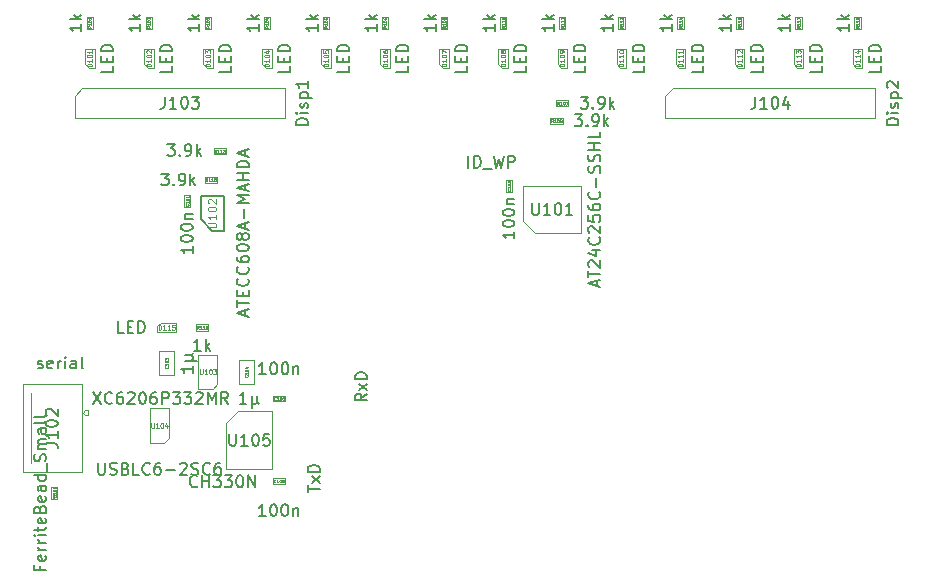
<source format=gbr>
%TF.GenerationSoftware,KiCad,Pcbnew,7.0.7-7.0.7~ubuntu23.04.1*%
%TF.CreationDate,2023-08-30T06:09:57+00:00*%
%TF.ProjectId,baggerdails,62616767-6572-4646-9169-6c732e6b6963,rev?*%
%TF.SameCoordinates,Original*%
%TF.FileFunction,AssemblyDrawing,Top*%
%FSLAX46Y46*%
G04 Gerber Fmt 4.6, Leading zero omitted, Abs format (unit mm)*
G04 Created by KiCad (PCBNEW 7.0.7-7.0.7~ubuntu23.04.1) date 2023-08-30 06:09:57*
%MOMM*%
%LPD*%
G01*
G04 APERTURE LIST*
%ADD10C,0.150000*%
%ADD11C,0.060000*%
%ADD12C,0.040000*%
%ADD13C,0.105000*%
%ADD14C,0.100000*%
G04 APERTURE END LIST*
D10*
X100261905Y-83954819D02*
X100928571Y-84954819D01*
X100928571Y-83954819D02*
X100261905Y-84954819D01*
X101880952Y-84859580D02*
X101833333Y-84907200D01*
X101833333Y-84907200D02*
X101690476Y-84954819D01*
X101690476Y-84954819D02*
X101595238Y-84954819D01*
X101595238Y-84954819D02*
X101452381Y-84907200D01*
X101452381Y-84907200D02*
X101357143Y-84811961D01*
X101357143Y-84811961D02*
X101309524Y-84716723D01*
X101309524Y-84716723D02*
X101261905Y-84526247D01*
X101261905Y-84526247D02*
X101261905Y-84383390D01*
X101261905Y-84383390D02*
X101309524Y-84192914D01*
X101309524Y-84192914D02*
X101357143Y-84097676D01*
X101357143Y-84097676D02*
X101452381Y-84002438D01*
X101452381Y-84002438D02*
X101595238Y-83954819D01*
X101595238Y-83954819D02*
X101690476Y-83954819D01*
X101690476Y-83954819D02*
X101833333Y-84002438D01*
X101833333Y-84002438D02*
X101880952Y-84050057D01*
X102738095Y-83954819D02*
X102547619Y-83954819D01*
X102547619Y-83954819D02*
X102452381Y-84002438D01*
X102452381Y-84002438D02*
X102404762Y-84050057D01*
X102404762Y-84050057D02*
X102309524Y-84192914D01*
X102309524Y-84192914D02*
X102261905Y-84383390D01*
X102261905Y-84383390D02*
X102261905Y-84764342D01*
X102261905Y-84764342D02*
X102309524Y-84859580D01*
X102309524Y-84859580D02*
X102357143Y-84907200D01*
X102357143Y-84907200D02*
X102452381Y-84954819D01*
X102452381Y-84954819D02*
X102642857Y-84954819D01*
X102642857Y-84954819D02*
X102738095Y-84907200D01*
X102738095Y-84907200D02*
X102785714Y-84859580D01*
X102785714Y-84859580D02*
X102833333Y-84764342D01*
X102833333Y-84764342D02*
X102833333Y-84526247D01*
X102833333Y-84526247D02*
X102785714Y-84431009D01*
X102785714Y-84431009D02*
X102738095Y-84383390D01*
X102738095Y-84383390D02*
X102642857Y-84335771D01*
X102642857Y-84335771D02*
X102452381Y-84335771D01*
X102452381Y-84335771D02*
X102357143Y-84383390D01*
X102357143Y-84383390D02*
X102309524Y-84431009D01*
X102309524Y-84431009D02*
X102261905Y-84526247D01*
X103214286Y-84050057D02*
X103261905Y-84002438D01*
X103261905Y-84002438D02*
X103357143Y-83954819D01*
X103357143Y-83954819D02*
X103595238Y-83954819D01*
X103595238Y-83954819D02*
X103690476Y-84002438D01*
X103690476Y-84002438D02*
X103738095Y-84050057D01*
X103738095Y-84050057D02*
X103785714Y-84145295D01*
X103785714Y-84145295D02*
X103785714Y-84240533D01*
X103785714Y-84240533D02*
X103738095Y-84383390D01*
X103738095Y-84383390D02*
X103166667Y-84954819D01*
X103166667Y-84954819D02*
X103785714Y-84954819D01*
X104404762Y-83954819D02*
X104500000Y-83954819D01*
X104500000Y-83954819D02*
X104595238Y-84002438D01*
X104595238Y-84002438D02*
X104642857Y-84050057D01*
X104642857Y-84050057D02*
X104690476Y-84145295D01*
X104690476Y-84145295D02*
X104738095Y-84335771D01*
X104738095Y-84335771D02*
X104738095Y-84573866D01*
X104738095Y-84573866D02*
X104690476Y-84764342D01*
X104690476Y-84764342D02*
X104642857Y-84859580D01*
X104642857Y-84859580D02*
X104595238Y-84907200D01*
X104595238Y-84907200D02*
X104500000Y-84954819D01*
X104500000Y-84954819D02*
X104404762Y-84954819D01*
X104404762Y-84954819D02*
X104309524Y-84907200D01*
X104309524Y-84907200D02*
X104261905Y-84859580D01*
X104261905Y-84859580D02*
X104214286Y-84764342D01*
X104214286Y-84764342D02*
X104166667Y-84573866D01*
X104166667Y-84573866D02*
X104166667Y-84335771D01*
X104166667Y-84335771D02*
X104214286Y-84145295D01*
X104214286Y-84145295D02*
X104261905Y-84050057D01*
X104261905Y-84050057D02*
X104309524Y-84002438D01*
X104309524Y-84002438D02*
X104404762Y-83954819D01*
X105595238Y-83954819D02*
X105404762Y-83954819D01*
X105404762Y-83954819D02*
X105309524Y-84002438D01*
X105309524Y-84002438D02*
X105261905Y-84050057D01*
X105261905Y-84050057D02*
X105166667Y-84192914D01*
X105166667Y-84192914D02*
X105119048Y-84383390D01*
X105119048Y-84383390D02*
X105119048Y-84764342D01*
X105119048Y-84764342D02*
X105166667Y-84859580D01*
X105166667Y-84859580D02*
X105214286Y-84907200D01*
X105214286Y-84907200D02*
X105309524Y-84954819D01*
X105309524Y-84954819D02*
X105500000Y-84954819D01*
X105500000Y-84954819D02*
X105595238Y-84907200D01*
X105595238Y-84907200D02*
X105642857Y-84859580D01*
X105642857Y-84859580D02*
X105690476Y-84764342D01*
X105690476Y-84764342D02*
X105690476Y-84526247D01*
X105690476Y-84526247D02*
X105642857Y-84431009D01*
X105642857Y-84431009D02*
X105595238Y-84383390D01*
X105595238Y-84383390D02*
X105500000Y-84335771D01*
X105500000Y-84335771D02*
X105309524Y-84335771D01*
X105309524Y-84335771D02*
X105214286Y-84383390D01*
X105214286Y-84383390D02*
X105166667Y-84431009D01*
X105166667Y-84431009D02*
X105119048Y-84526247D01*
X106119048Y-84954819D02*
X106119048Y-83954819D01*
X106119048Y-83954819D02*
X106500000Y-83954819D01*
X106500000Y-83954819D02*
X106595238Y-84002438D01*
X106595238Y-84002438D02*
X106642857Y-84050057D01*
X106642857Y-84050057D02*
X106690476Y-84145295D01*
X106690476Y-84145295D02*
X106690476Y-84288152D01*
X106690476Y-84288152D02*
X106642857Y-84383390D01*
X106642857Y-84383390D02*
X106595238Y-84431009D01*
X106595238Y-84431009D02*
X106500000Y-84478628D01*
X106500000Y-84478628D02*
X106119048Y-84478628D01*
X107023810Y-83954819D02*
X107642857Y-83954819D01*
X107642857Y-83954819D02*
X107309524Y-84335771D01*
X107309524Y-84335771D02*
X107452381Y-84335771D01*
X107452381Y-84335771D02*
X107547619Y-84383390D01*
X107547619Y-84383390D02*
X107595238Y-84431009D01*
X107595238Y-84431009D02*
X107642857Y-84526247D01*
X107642857Y-84526247D02*
X107642857Y-84764342D01*
X107642857Y-84764342D02*
X107595238Y-84859580D01*
X107595238Y-84859580D02*
X107547619Y-84907200D01*
X107547619Y-84907200D02*
X107452381Y-84954819D01*
X107452381Y-84954819D02*
X107166667Y-84954819D01*
X107166667Y-84954819D02*
X107071429Y-84907200D01*
X107071429Y-84907200D02*
X107023810Y-84859580D01*
X107976191Y-83954819D02*
X108595238Y-83954819D01*
X108595238Y-83954819D02*
X108261905Y-84335771D01*
X108261905Y-84335771D02*
X108404762Y-84335771D01*
X108404762Y-84335771D02*
X108500000Y-84383390D01*
X108500000Y-84383390D02*
X108547619Y-84431009D01*
X108547619Y-84431009D02*
X108595238Y-84526247D01*
X108595238Y-84526247D02*
X108595238Y-84764342D01*
X108595238Y-84764342D02*
X108547619Y-84859580D01*
X108547619Y-84859580D02*
X108500000Y-84907200D01*
X108500000Y-84907200D02*
X108404762Y-84954819D01*
X108404762Y-84954819D02*
X108119048Y-84954819D01*
X108119048Y-84954819D02*
X108023810Y-84907200D01*
X108023810Y-84907200D02*
X107976191Y-84859580D01*
X108976191Y-84050057D02*
X109023810Y-84002438D01*
X109023810Y-84002438D02*
X109119048Y-83954819D01*
X109119048Y-83954819D02*
X109357143Y-83954819D01*
X109357143Y-83954819D02*
X109452381Y-84002438D01*
X109452381Y-84002438D02*
X109500000Y-84050057D01*
X109500000Y-84050057D02*
X109547619Y-84145295D01*
X109547619Y-84145295D02*
X109547619Y-84240533D01*
X109547619Y-84240533D02*
X109500000Y-84383390D01*
X109500000Y-84383390D02*
X108928572Y-84954819D01*
X108928572Y-84954819D02*
X109547619Y-84954819D01*
X109976191Y-84954819D02*
X109976191Y-83954819D01*
X109976191Y-83954819D02*
X110309524Y-84669104D01*
X110309524Y-84669104D02*
X110642857Y-83954819D01*
X110642857Y-83954819D02*
X110642857Y-84954819D01*
X111690476Y-84954819D02*
X111357143Y-84478628D01*
X111119048Y-84954819D02*
X111119048Y-83954819D01*
X111119048Y-83954819D02*
X111500000Y-83954819D01*
X111500000Y-83954819D02*
X111595238Y-84002438D01*
X111595238Y-84002438D02*
X111642857Y-84050057D01*
X111642857Y-84050057D02*
X111690476Y-84145295D01*
X111690476Y-84145295D02*
X111690476Y-84288152D01*
X111690476Y-84288152D02*
X111642857Y-84383390D01*
X111642857Y-84383390D02*
X111595238Y-84431009D01*
X111595238Y-84431009D02*
X111500000Y-84478628D01*
X111500000Y-84478628D02*
X111119048Y-84478628D01*
D11*
X109314286Y-82031927D02*
X109314286Y-82355737D01*
X109314286Y-82355737D02*
X109333333Y-82393832D01*
X109333333Y-82393832D02*
X109352381Y-82412880D01*
X109352381Y-82412880D02*
X109390476Y-82431927D01*
X109390476Y-82431927D02*
X109466667Y-82431927D01*
X109466667Y-82431927D02*
X109504762Y-82412880D01*
X109504762Y-82412880D02*
X109523809Y-82393832D01*
X109523809Y-82393832D02*
X109542857Y-82355737D01*
X109542857Y-82355737D02*
X109542857Y-82031927D01*
X109942857Y-82431927D02*
X109714286Y-82431927D01*
X109828572Y-82431927D02*
X109828572Y-82031927D01*
X109828572Y-82031927D02*
X109790476Y-82089070D01*
X109790476Y-82089070D02*
X109752381Y-82127165D01*
X109752381Y-82127165D02*
X109714286Y-82146213D01*
X110190476Y-82031927D02*
X110228571Y-82031927D01*
X110228571Y-82031927D02*
X110266667Y-82050975D01*
X110266667Y-82050975D02*
X110285714Y-82070022D01*
X110285714Y-82070022D02*
X110304762Y-82108118D01*
X110304762Y-82108118D02*
X110323809Y-82184308D01*
X110323809Y-82184308D02*
X110323809Y-82279546D01*
X110323809Y-82279546D02*
X110304762Y-82355737D01*
X110304762Y-82355737D02*
X110285714Y-82393832D01*
X110285714Y-82393832D02*
X110266667Y-82412880D01*
X110266667Y-82412880D02*
X110228571Y-82431927D01*
X110228571Y-82431927D02*
X110190476Y-82431927D01*
X110190476Y-82431927D02*
X110152381Y-82412880D01*
X110152381Y-82412880D02*
X110133333Y-82393832D01*
X110133333Y-82393832D02*
X110114286Y-82355737D01*
X110114286Y-82355737D02*
X110095238Y-82279546D01*
X110095238Y-82279546D02*
X110095238Y-82184308D01*
X110095238Y-82184308D02*
X110114286Y-82108118D01*
X110114286Y-82108118D02*
X110133333Y-82070022D01*
X110133333Y-82070022D02*
X110152381Y-82050975D01*
X110152381Y-82050975D02*
X110190476Y-82031927D01*
X110457142Y-82031927D02*
X110704761Y-82031927D01*
X110704761Y-82031927D02*
X110571428Y-82184308D01*
X110571428Y-82184308D02*
X110628571Y-82184308D01*
X110628571Y-82184308D02*
X110666666Y-82203356D01*
X110666666Y-82203356D02*
X110685714Y-82222403D01*
X110685714Y-82222403D02*
X110704761Y-82260499D01*
X110704761Y-82260499D02*
X110704761Y-82355737D01*
X110704761Y-82355737D02*
X110685714Y-82393832D01*
X110685714Y-82393832D02*
X110666666Y-82412880D01*
X110666666Y-82412880D02*
X110628571Y-82431927D01*
X110628571Y-82431927D02*
X110514285Y-82431927D01*
X110514285Y-82431927D02*
X110476190Y-82412880D01*
X110476190Y-82412880D02*
X110457142Y-82393832D01*
D10*
X95761009Y-98705477D02*
X95761009Y-99038810D01*
X96284819Y-99038810D02*
X95284819Y-99038810D01*
X95284819Y-99038810D02*
X95284819Y-98562620D01*
X96237200Y-97800715D02*
X96284819Y-97895953D01*
X96284819Y-97895953D02*
X96284819Y-98086429D01*
X96284819Y-98086429D02*
X96237200Y-98181667D01*
X96237200Y-98181667D02*
X96141961Y-98229286D01*
X96141961Y-98229286D02*
X95761009Y-98229286D01*
X95761009Y-98229286D02*
X95665771Y-98181667D01*
X95665771Y-98181667D02*
X95618152Y-98086429D01*
X95618152Y-98086429D02*
X95618152Y-97895953D01*
X95618152Y-97895953D02*
X95665771Y-97800715D01*
X95665771Y-97800715D02*
X95761009Y-97753096D01*
X95761009Y-97753096D02*
X95856247Y-97753096D01*
X95856247Y-97753096D02*
X95951485Y-98229286D01*
X96284819Y-97324524D02*
X95618152Y-97324524D01*
X95808628Y-97324524D02*
X95713390Y-97276905D01*
X95713390Y-97276905D02*
X95665771Y-97229286D01*
X95665771Y-97229286D02*
X95618152Y-97134048D01*
X95618152Y-97134048D02*
X95618152Y-97038810D01*
X96284819Y-96705476D02*
X95618152Y-96705476D01*
X95808628Y-96705476D02*
X95713390Y-96657857D01*
X95713390Y-96657857D02*
X95665771Y-96610238D01*
X95665771Y-96610238D02*
X95618152Y-96515000D01*
X95618152Y-96515000D02*
X95618152Y-96419762D01*
X96284819Y-96086428D02*
X95618152Y-96086428D01*
X95284819Y-96086428D02*
X95332438Y-96134047D01*
X95332438Y-96134047D02*
X95380057Y-96086428D01*
X95380057Y-96086428D02*
X95332438Y-96038809D01*
X95332438Y-96038809D02*
X95284819Y-96086428D01*
X95284819Y-96086428D02*
X95380057Y-96086428D01*
X95618152Y-95753095D02*
X95618152Y-95372143D01*
X95284819Y-95610238D02*
X96141961Y-95610238D01*
X96141961Y-95610238D02*
X96237200Y-95562619D01*
X96237200Y-95562619D02*
X96284819Y-95467381D01*
X96284819Y-95467381D02*
X96284819Y-95372143D01*
X96237200Y-94657857D02*
X96284819Y-94753095D01*
X96284819Y-94753095D02*
X96284819Y-94943571D01*
X96284819Y-94943571D02*
X96237200Y-95038809D01*
X96237200Y-95038809D02*
X96141961Y-95086428D01*
X96141961Y-95086428D02*
X95761009Y-95086428D01*
X95761009Y-95086428D02*
X95665771Y-95038809D01*
X95665771Y-95038809D02*
X95618152Y-94943571D01*
X95618152Y-94943571D02*
X95618152Y-94753095D01*
X95618152Y-94753095D02*
X95665771Y-94657857D01*
X95665771Y-94657857D02*
X95761009Y-94610238D01*
X95761009Y-94610238D02*
X95856247Y-94610238D01*
X95856247Y-94610238D02*
X95951485Y-95086428D01*
X95761009Y-93848333D02*
X95808628Y-93705476D01*
X95808628Y-93705476D02*
X95856247Y-93657857D01*
X95856247Y-93657857D02*
X95951485Y-93610238D01*
X95951485Y-93610238D02*
X96094342Y-93610238D01*
X96094342Y-93610238D02*
X96189580Y-93657857D01*
X96189580Y-93657857D02*
X96237200Y-93705476D01*
X96237200Y-93705476D02*
X96284819Y-93800714D01*
X96284819Y-93800714D02*
X96284819Y-94181666D01*
X96284819Y-94181666D02*
X95284819Y-94181666D01*
X95284819Y-94181666D02*
X95284819Y-93848333D01*
X95284819Y-93848333D02*
X95332438Y-93753095D01*
X95332438Y-93753095D02*
X95380057Y-93705476D01*
X95380057Y-93705476D02*
X95475295Y-93657857D01*
X95475295Y-93657857D02*
X95570533Y-93657857D01*
X95570533Y-93657857D02*
X95665771Y-93705476D01*
X95665771Y-93705476D02*
X95713390Y-93753095D01*
X95713390Y-93753095D02*
X95761009Y-93848333D01*
X95761009Y-93848333D02*
X95761009Y-94181666D01*
X96237200Y-92800714D02*
X96284819Y-92895952D01*
X96284819Y-92895952D02*
X96284819Y-93086428D01*
X96284819Y-93086428D02*
X96237200Y-93181666D01*
X96237200Y-93181666D02*
X96141961Y-93229285D01*
X96141961Y-93229285D02*
X95761009Y-93229285D01*
X95761009Y-93229285D02*
X95665771Y-93181666D01*
X95665771Y-93181666D02*
X95618152Y-93086428D01*
X95618152Y-93086428D02*
X95618152Y-92895952D01*
X95618152Y-92895952D02*
X95665771Y-92800714D01*
X95665771Y-92800714D02*
X95761009Y-92753095D01*
X95761009Y-92753095D02*
X95856247Y-92753095D01*
X95856247Y-92753095D02*
X95951485Y-93229285D01*
X96284819Y-91895952D02*
X95761009Y-91895952D01*
X95761009Y-91895952D02*
X95665771Y-91943571D01*
X95665771Y-91943571D02*
X95618152Y-92038809D01*
X95618152Y-92038809D02*
X95618152Y-92229285D01*
X95618152Y-92229285D02*
X95665771Y-92324523D01*
X96237200Y-91895952D02*
X96284819Y-91991190D01*
X96284819Y-91991190D02*
X96284819Y-92229285D01*
X96284819Y-92229285D02*
X96237200Y-92324523D01*
X96237200Y-92324523D02*
X96141961Y-92372142D01*
X96141961Y-92372142D02*
X96046723Y-92372142D01*
X96046723Y-92372142D02*
X95951485Y-92324523D01*
X95951485Y-92324523D02*
X95903866Y-92229285D01*
X95903866Y-92229285D02*
X95903866Y-91991190D01*
X95903866Y-91991190D02*
X95856247Y-91895952D01*
X96284819Y-90991190D02*
X95284819Y-90991190D01*
X96237200Y-90991190D02*
X96284819Y-91086428D01*
X96284819Y-91086428D02*
X96284819Y-91276904D01*
X96284819Y-91276904D02*
X96237200Y-91372142D01*
X96237200Y-91372142D02*
X96189580Y-91419761D01*
X96189580Y-91419761D02*
X96094342Y-91467380D01*
X96094342Y-91467380D02*
X95808628Y-91467380D01*
X95808628Y-91467380D02*
X95713390Y-91419761D01*
X95713390Y-91419761D02*
X95665771Y-91372142D01*
X95665771Y-91372142D02*
X95618152Y-91276904D01*
X95618152Y-91276904D02*
X95618152Y-91086428D01*
X95618152Y-91086428D02*
X95665771Y-90991190D01*
X96380057Y-90753095D02*
X96380057Y-89991190D01*
X96237200Y-89800713D02*
X96284819Y-89657856D01*
X96284819Y-89657856D02*
X96284819Y-89419761D01*
X96284819Y-89419761D02*
X96237200Y-89324523D01*
X96237200Y-89324523D02*
X96189580Y-89276904D01*
X96189580Y-89276904D02*
X96094342Y-89229285D01*
X96094342Y-89229285D02*
X95999104Y-89229285D01*
X95999104Y-89229285D02*
X95903866Y-89276904D01*
X95903866Y-89276904D02*
X95856247Y-89324523D01*
X95856247Y-89324523D02*
X95808628Y-89419761D01*
X95808628Y-89419761D02*
X95761009Y-89610237D01*
X95761009Y-89610237D02*
X95713390Y-89705475D01*
X95713390Y-89705475D02*
X95665771Y-89753094D01*
X95665771Y-89753094D02*
X95570533Y-89800713D01*
X95570533Y-89800713D02*
X95475295Y-89800713D01*
X95475295Y-89800713D02*
X95380057Y-89753094D01*
X95380057Y-89753094D02*
X95332438Y-89705475D01*
X95332438Y-89705475D02*
X95284819Y-89610237D01*
X95284819Y-89610237D02*
X95284819Y-89372142D01*
X95284819Y-89372142D02*
X95332438Y-89229285D01*
X96284819Y-88800713D02*
X95618152Y-88800713D01*
X95713390Y-88800713D02*
X95665771Y-88753094D01*
X95665771Y-88753094D02*
X95618152Y-88657856D01*
X95618152Y-88657856D02*
X95618152Y-88514999D01*
X95618152Y-88514999D02*
X95665771Y-88419761D01*
X95665771Y-88419761D02*
X95761009Y-88372142D01*
X95761009Y-88372142D02*
X96284819Y-88372142D01*
X95761009Y-88372142D02*
X95665771Y-88324523D01*
X95665771Y-88324523D02*
X95618152Y-88229285D01*
X95618152Y-88229285D02*
X95618152Y-88086428D01*
X95618152Y-88086428D02*
X95665771Y-87991189D01*
X95665771Y-87991189D02*
X95761009Y-87943570D01*
X95761009Y-87943570D02*
X96284819Y-87943570D01*
X96284819Y-87038809D02*
X95761009Y-87038809D01*
X95761009Y-87038809D02*
X95665771Y-87086428D01*
X95665771Y-87086428D02*
X95618152Y-87181666D01*
X95618152Y-87181666D02*
X95618152Y-87372142D01*
X95618152Y-87372142D02*
X95665771Y-87467380D01*
X96237200Y-87038809D02*
X96284819Y-87134047D01*
X96284819Y-87134047D02*
X96284819Y-87372142D01*
X96284819Y-87372142D02*
X96237200Y-87467380D01*
X96237200Y-87467380D02*
X96141961Y-87514999D01*
X96141961Y-87514999D02*
X96046723Y-87514999D01*
X96046723Y-87514999D02*
X95951485Y-87467380D01*
X95951485Y-87467380D02*
X95903866Y-87372142D01*
X95903866Y-87372142D02*
X95903866Y-87134047D01*
X95903866Y-87134047D02*
X95856247Y-87038809D01*
X96284819Y-86419761D02*
X96237200Y-86514999D01*
X96237200Y-86514999D02*
X96141961Y-86562618D01*
X96141961Y-86562618D02*
X95284819Y-86562618D01*
X96284819Y-85895951D02*
X96237200Y-85991189D01*
X96237200Y-85991189D02*
X96141961Y-86038808D01*
X96141961Y-86038808D02*
X95284819Y-86038808D01*
D12*
X96982622Y-92961427D02*
X96982622Y-93044761D01*
X97113574Y-93044761D02*
X96863574Y-93044761D01*
X96863574Y-93044761D02*
X96863574Y-92925713D01*
X96982622Y-92747141D02*
X96994527Y-92711427D01*
X96994527Y-92711427D02*
X97006431Y-92699522D01*
X97006431Y-92699522D02*
X97030241Y-92687618D01*
X97030241Y-92687618D02*
X97065955Y-92687618D01*
X97065955Y-92687618D02*
X97089765Y-92699522D01*
X97089765Y-92699522D02*
X97101670Y-92711427D01*
X97101670Y-92711427D02*
X97113574Y-92735237D01*
X97113574Y-92735237D02*
X97113574Y-92830475D01*
X97113574Y-92830475D02*
X96863574Y-92830475D01*
X96863574Y-92830475D02*
X96863574Y-92747141D01*
X96863574Y-92747141D02*
X96875479Y-92723332D01*
X96875479Y-92723332D02*
X96887384Y-92711427D01*
X96887384Y-92711427D02*
X96911193Y-92699522D01*
X96911193Y-92699522D02*
X96935003Y-92699522D01*
X96935003Y-92699522D02*
X96958812Y-92711427D01*
X96958812Y-92711427D02*
X96970717Y-92723332D01*
X96970717Y-92723332D02*
X96982622Y-92747141D01*
X96982622Y-92747141D02*
X96982622Y-92830475D01*
X97113574Y-92449522D02*
X97113574Y-92592379D01*
X97113574Y-92520951D02*
X96863574Y-92520951D01*
X96863574Y-92520951D02*
X96899289Y-92544760D01*
X96899289Y-92544760D02*
X96923098Y-92568570D01*
X96923098Y-92568570D02*
X96935003Y-92592379D01*
X96863574Y-92294761D02*
X96863574Y-92270951D01*
X96863574Y-92270951D02*
X96875479Y-92247142D01*
X96875479Y-92247142D02*
X96887384Y-92235237D01*
X96887384Y-92235237D02*
X96911193Y-92223332D01*
X96911193Y-92223332D02*
X96958812Y-92211427D01*
X96958812Y-92211427D02*
X97018336Y-92211427D01*
X97018336Y-92211427D02*
X97065955Y-92223332D01*
X97065955Y-92223332D02*
X97089765Y-92235237D01*
X97089765Y-92235237D02*
X97101670Y-92247142D01*
X97101670Y-92247142D02*
X97113574Y-92270951D01*
X97113574Y-92270951D02*
X97113574Y-92294761D01*
X97113574Y-92294761D02*
X97101670Y-92318570D01*
X97101670Y-92318570D02*
X97089765Y-92330475D01*
X97089765Y-92330475D02*
X97065955Y-92342380D01*
X97065955Y-92342380D02*
X97018336Y-92354284D01*
X97018336Y-92354284D02*
X96958812Y-92354284D01*
X96958812Y-92354284D02*
X96911193Y-92342380D01*
X96911193Y-92342380D02*
X96887384Y-92330475D01*
X96887384Y-92330475D02*
X96875479Y-92318570D01*
X96875479Y-92318570D02*
X96863574Y-92294761D01*
X97113574Y-91973332D02*
X97113574Y-92116189D01*
X97113574Y-92044761D02*
X96863574Y-92044761D01*
X96863574Y-92044761D02*
X96899289Y-92068570D01*
X96899289Y-92068570D02*
X96923098Y-92092380D01*
X96923098Y-92092380D02*
X96935003Y-92116189D01*
D10*
X123454819Y-84095238D02*
X122978628Y-84428571D01*
X123454819Y-84666666D02*
X122454819Y-84666666D01*
X122454819Y-84666666D02*
X122454819Y-84285714D01*
X122454819Y-84285714D02*
X122502438Y-84190476D01*
X122502438Y-84190476D02*
X122550057Y-84142857D01*
X122550057Y-84142857D02*
X122645295Y-84095238D01*
X122645295Y-84095238D02*
X122788152Y-84095238D01*
X122788152Y-84095238D02*
X122883390Y-84142857D01*
X122883390Y-84142857D02*
X122931009Y-84190476D01*
X122931009Y-84190476D02*
X122978628Y-84285714D01*
X122978628Y-84285714D02*
X122978628Y-84666666D01*
X123454819Y-83761904D02*
X122788152Y-83238095D01*
X122788152Y-83761904D02*
X123454819Y-83238095D01*
X123454819Y-82857142D02*
X122454819Y-82857142D01*
X122454819Y-82857142D02*
X122454819Y-82619047D01*
X122454819Y-82619047D02*
X122502438Y-82476190D01*
X122502438Y-82476190D02*
X122597676Y-82380952D01*
X122597676Y-82380952D02*
X122692914Y-82333333D01*
X122692914Y-82333333D02*
X122883390Y-82285714D01*
X122883390Y-82285714D02*
X123026247Y-82285714D01*
X123026247Y-82285714D02*
X123216723Y-82333333D01*
X123216723Y-82333333D02*
X123311961Y-82380952D01*
X123311961Y-82380952D02*
X123407200Y-82476190D01*
X123407200Y-82476190D02*
X123454819Y-82619047D01*
X123454819Y-82619047D02*
X123454819Y-82857142D01*
X121954819Y-56355357D02*
X121954819Y-56831547D01*
X121954819Y-56831547D02*
X120954819Y-56831547D01*
X121431009Y-56022023D02*
X121431009Y-55688690D01*
X121954819Y-55545833D02*
X121954819Y-56022023D01*
X121954819Y-56022023D02*
X120954819Y-56022023D01*
X120954819Y-56022023D02*
X120954819Y-55545833D01*
X121954819Y-55117261D02*
X120954819Y-55117261D01*
X120954819Y-55117261D02*
X120954819Y-54879166D01*
X120954819Y-54879166D02*
X121002438Y-54736309D01*
X121002438Y-54736309D02*
X121097676Y-54641071D01*
X121097676Y-54641071D02*
X121192914Y-54593452D01*
X121192914Y-54593452D02*
X121383390Y-54545833D01*
X121383390Y-54545833D02*
X121526247Y-54545833D01*
X121526247Y-54545833D02*
X121716723Y-54593452D01*
X121716723Y-54593452D02*
X121811961Y-54641071D01*
X121811961Y-54641071D02*
X121907200Y-54736309D01*
X121907200Y-54736309D02*
X121954819Y-54879166D01*
X121954819Y-54879166D02*
X121954819Y-55117261D01*
D11*
X120181927Y-56388689D02*
X119781927Y-56388689D01*
X119781927Y-56388689D02*
X119781927Y-56293451D01*
X119781927Y-56293451D02*
X119800975Y-56236308D01*
X119800975Y-56236308D02*
X119839070Y-56198213D01*
X119839070Y-56198213D02*
X119877165Y-56179166D01*
X119877165Y-56179166D02*
X119953356Y-56160118D01*
X119953356Y-56160118D02*
X120010499Y-56160118D01*
X120010499Y-56160118D02*
X120086689Y-56179166D01*
X120086689Y-56179166D02*
X120124784Y-56198213D01*
X120124784Y-56198213D02*
X120162880Y-56236308D01*
X120162880Y-56236308D02*
X120181927Y-56293451D01*
X120181927Y-56293451D02*
X120181927Y-56388689D01*
X120181927Y-55779166D02*
X120181927Y-56007737D01*
X120181927Y-55893451D02*
X119781927Y-55893451D01*
X119781927Y-55893451D02*
X119839070Y-55931547D01*
X119839070Y-55931547D02*
X119877165Y-55969642D01*
X119877165Y-55969642D02*
X119896213Y-56007737D01*
X119781927Y-55531547D02*
X119781927Y-55493452D01*
X119781927Y-55493452D02*
X119800975Y-55455356D01*
X119800975Y-55455356D02*
X119820022Y-55436309D01*
X119820022Y-55436309D02*
X119858118Y-55417261D01*
X119858118Y-55417261D02*
X119934308Y-55398214D01*
X119934308Y-55398214D02*
X120029546Y-55398214D01*
X120029546Y-55398214D02*
X120105737Y-55417261D01*
X120105737Y-55417261D02*
X120143832Y-55436309D01*
X120143832Y-55436309D02*
X120162880Y-55455356D01*
X120162880Y-55455356D02*
X120181927Y-55493452D01*
X120181927Y-55493452D02*
X120181927Y-55531547D01*
X120181927Y-55531547D02*
X120162880Y-55569642D01*
X120162880Y-55569642D02*
X120143832Y-55588690D01*
X120143832Y-55588690D02*
X120105737Y-55607737D01*
X120105737Y-55607737D02*
X120029546Y-55626785D01*
X120029546Y-55626785D02*
X119934308Y-55626785D01*
X119934308Y-55626785D02*
X119858118Y-55607737D01*
X119858118Y-55607737D02*
X119820022Y-55588690D01*
X119820022Y-55588690D02*
X119800975Y-55569642D01*
X119800975Y-55569642D02*
X119781927Y-55531547D01*
X119781927Y-55036309D02*
X119781927Y-55226785D01*
X119781927Y-55226785D02*
X119972403Y-55245833D01*
X119972403Y-55245833D02*
X119953356Y-55226785D01*
X119953356Y-55226785D02*
X119934308Y-55188690D01*
X119934308Y-55188690D02*
X119934308Y-55093452D01*
X119934308Y-55093452D02*
X119953356Y-55055357D01*
X119953356Y-55055357D02*
X119972403Y-55036309D01*
X119972403Y-55036309D02*
X120010499Y-55017262D01*
X120010499Y-55017262D02*
X120105737Y-55017262D01*
X120105737Y-55017262D02*
X120143832Y-55036309D01*
X120143832Y-55036309D02*
X120162880Y-55055357D01*
X120162880Y-55055357D02*
X120181927Y-55093452D01*
X120181927Y-55093452D02*
X120181927Y-55188690D01*
X120181927Y-55188690D02*
X120162880Y-55226785D01*
X120162880Y-55226785D02*
X120143832Y-55245833D01*
D10*
X161954819Y-56355357D02*
X161954819Y-56831547D01*
X161954819Y-56831547D02*
X160954819Y-56831547D01*
X161431009Y-56022023D02*
X161431009Y-55688690D01*
X161954819Y-55545833D02*
X161954819Y-56022023D01*
X161954819Y-56022023D02*
X160954819Y-56022023D01*
X160954819Y-56022023D02*
X160954819Y-55545833D01*
X161954819Y-55117261D02*
X160954819Y-55117261D01*
X160954819Y-55117261D02*
X160954819Y-54879166D01*
X160954819Y-54879166D02*
X161002438Y-54736309D01*
X161002438Y-54736309D02*
X161097676Y-54641071D01*
X161097676Y-54641071D02*
X161192914Y-54593452D01*
X161192914Y-54593452D02*
X161383390Y-54545833D01*
X161383390Y-54545833D02*
X161526247Y-54545833D01*
X161526247Y-54545833D02*
X161716723Y-54593452D01*
X161716723Y-54593452D02*
X161811961Y-54641071D01*
X161811961Y-54641071D02*
X161907200Y-54736309D01*
X161907200Y-54736309D02*
X161954819Y-54879166D01*
X161954819Y-54879166D02*
X161954819Y-55117261D01*
D11*
X160181927Y-56388689D02*
X159781927Y-56388689D01*
X159781927Y-56388689D02*
X159781927Y-56293451D01*
X159781927Y-56293451D02*
X159800975Y-56236308D01*
X159800975Y-56236308D02*
X159839070Y-56198213D01*
X159839070Y-56198213D02*
X159877165Y-56179166D01*
X159877165Y-56179166D02*
X159953356Y-56160118D01*
X159953356Y-56160118D02*
X160010499Y-56160118D01*
X160010499Y-56160118D02*
X160086689Y-56179166D01*
X160086689Y-56179166D02*
X160124784Y-56198213D01*
X160124784Y-56198213D02*
X160162880Y-56236308D01*
X160162880Y-56236308D02*
X160181927Y-56293451D01*
X160181927Y-56293451D02*
X160181927Y-56388689D01*
X160181927Y-55779166D02*
X160181927Y-56007737D01*
X160181927Y-55893451D02*
X159781927Y-55893451D01*
X159781927Y-55893451D02*
X159839070Y-55931547D01*
X159839070Y-55931547D02*
X159877165Y-55969642D01*
X159877165Y-55969642D02*
X159896213Y-56007737D01*
X160181927Y-55398214D02*
X160181927Y-55626785D01*
X160181927Y-55512499D02*
X159781927Y-55512499D01*
X159781927Y-55512499D02*
X159839070Y-55550595D01*
X159839070Y-55550595D02*
X159877165Y-55588690D01*
X159877165Y-55588690D02*
X159896213Y-55626785D01*
X159781927Y-55264881D02*
X159781927Y-55017262D01*
X159781927Y-55017262D02*
X159934308Y-55150595D01*
X159934308Y-55150595D02*
X159934308Y-55093452D01*
X159934308Y-55093452D02*
X159953356Y-55055357D01*
X159953356Y-55055357D02*
X159972403Y-55036309D01*
X159972403Y-55036309D02*
X160010499Y-55017262D01*
X160010499Y-55017262D02*
X160105737Y-55017262D01*
X160105737Y-55017262D02*
X160143832Y-55036309D01*
X160143832Y-55036309D02*
X160162880Y-55055357D01*
X160162880Y-55055357D02*
X160181927Y-55093452D01*
X160181927Y-55093452D02*
X160181927Y-55207738D01*
X160181927Y-55207738D02*
X160162880Y-55245833D01*
X160162880Y-55245833D02*
X160143832Y-55264881D01*
D10*
X108704819Y-71619047D02*
X108704819Y-72190475D01*
X108704819Y-71904761D02*
X107704819Y-71904761D01*
X107704819Y-71904761D02*
X107847676Y-71999999D01*
X107847676Y-71999999D02*
X107942914Y-72095237D01*
X107942914Y-72095237D02*
X107990533Y-72190475D01*
X107704819Y-70999999D02*
X107704819Y-70904761D01*
X107704819Y-70904761D02*
X107752438Y-70809523D01*
X107752438Y-70809523D02*
X107800057Y-70761904D01*
X107800057Y-70761904D02*
X107895295Y-70714285D01*
X107895295Y-70714285D02*
X108085771Y-70666666D01*
X108085771Y-70666666D02*
X108323866Y-70666666D01*
X108323866Y-70666666D02*
X108514342Y-70714285D01*
X108514342Y-70714285D02*
X108609580Y-70761904D01*
X108609580Y-70761904D02*
X108657200Y-70809523D01*
X108657200Y-70809523D02*
X108704819Y-70904761D01*
X108704819Y-70904761D02*
X108704819Y-70999999D01*
X108704819Y-70999999D02*
X108657200Y-71095237D01*
X108657200Y-71095237D02*
X108609580Y-71142856D01*
X108609580Y-71142856D02*
X108514342Y-71190475D01*
X108514342Y-71190475D02*
X108323866Y-71238094D01*
X108323866Y-71238094D02*
X108085771Y-71238094D01*
X108085771Y-71238094D02*
X107895295Y-71190475D01*
X107895295Y-71190475D02*
X107800057Y-71142856D01*
X107800057Y-71142856D02*
X107752438Y-71095237D01*
X107752438Y-71095237D02*
X107704819Y-70999999D01*
X107704819Y-70047618D02*
X107704819Y-69952380D01*
X107704819Y-69952380D02*
X107752438Y-69857142D01*
X107752438Y-69857142D02*
X107800057Y-69809523D01*
X107800057Y-69809523D02*
X107895295Y-69761904D01*
X107895295Y-69761904D02*
X108085771Y-69714285D01*
X108085771Y-69714285D02*
X108323866Y-69714285D01*
X108323866Y-69714285D02*
X108514342Y-69761904D01*
X108514342Y-69761904D02*
X108609580Y-69809523D01*
X108609580Y-69809523D02*
X108657200Y-69857142D01*
X108657200Y-69857142D02*
X108704819Y-69952380D01*
X108704819Y-69952380D02*
X108704819Y-70047618D01*
X108704819Y-70047618D02*
X108657200Y-70142856D01*
X108657200Y-70142856D02*
X108609580Y-70190475D01*
X108609580Y-70190475D02*
X108514342Y-70238094D01*
X108514342Y-70238094D02*
X108323866Y-70285713D01*
X108323866Y-70285713D02*
X108085771Y-70285713D01*
X108085771Y-70285713D02*
X107895295Y-70238094D01*
X107895295Y-70238094D02*
X107800057Y-70190475D01*
X107800057Y-70190475D02*
X107752438Y-70142856D01*
X107752438Y-70142856D02*
X107704819Y-70047618D01*
X108038152Y-69285713D02*
X108704819Y-69285713D01*
X108133390Y-69285713D02*
X108085771Y-69238094D01*
X108085771Y-69238094D02*
X108038152Y-69142856D01*
X108038152Y-69142856D02*
X108038152Y-68999999D01*
X108038152Y-68999999D02*
X108085771Y-68904761D01*
X108085771Y-68904761D02*
X108181009Y-68857142D01*
X108181009Y-68857142D02*
X108704819Y-68857142D01*
D12*
X108339765Y-68049761D02*
X108351670Y-68061665D01*
X108351670Y-68061665D02*
X108363574Y-68097380D01*
X108363574Y-68097380D02*
X108363574Y-68121189D01*
X108363574Y-68121189D02*
X108351670Y-68156903D01*
X108351670Y-68156903D02*
X108327860Y-68180713D01*
X108327860Y-68180713D02*
X108304050Y-68192618D01*
X108304050Y-68192618D02*
X108256431Y-68204522D01*
X108256431Y-68204522D02*
X108220717Y-68204522D01*
X108220717Y-68204522D02*
X108173098Y-68192618D01*
X108173098Y-68192618D02*
X108149289Y-68180713D01*
X108149289Y-68180713D02*
X108125479Y-68156903D01*
X108125479Y-68156903D02*
X108113574Y-68121189D01*
X108113574Y-68121189D02*
X108113574Y-68097380D01*
X108113574Y-68097380D02*
X108125479Y-68061665D01*
X108125479Y-68061665D02*
X108137384Y-68049761D01*
X108363574Y-67811665D02*
X108363574Y-67954522D01*
X108363574Y-67883094D02*
X108113574Y-67883094D01*
X108113574Y-67883094D02*
X108149289Y-67906903D01*
X108149289Y-67906903D02*
X108173098Y-67930713D01*
X108173098Y-67930713D02*
X108185003Y-67954522D01*
X108113574Y-67656904D02*
X108113574Y-67633094D01*
X108113574Y-67633094D02*
X108125479Y-67609285D01*
X108125479Y-67609285D02*
X108137384Y-67597380D01*
X108137384Y-67597380D02*
X108161193Y-67585475D01*
X108161193Y-67585475D02*
X108208812Y-67573570D01*
X108208812Y-67573570D02*
X108268336Y-67573570D01*
X108268336Y-67573570D02*
X108315955Y-67585475D01*
X108315955Y-67585475D02*
X108339765Y-67597380D01*
X108339765Y-67597380D02*
X108351670Y-67609285D01*
X108351670Y-67609285D02*
X108363574Y-67633094D01*
X108363574Y-67633094D02*
X108363574Y-67656904D01*
X108363574Y-67656904D02*
X108351670Y-67680713D01*
X108351670Y-67680713D02*
X108339765Y-67692618D01*
X108339765Y-67692618D02*
X108315955Y-67704523D01*
X108315955Y-67704523D02*
X108268336Y-67716427D01*
X108268336Y-67716427D02*
X108208812Y-67716427D01*
X108208812Y-67716427D02*
X108161193Y-67704523D01*
X108161193Y-67704523D02*
X108137384Y-67692618D01*
X108137384Y-67692618D02*
X108125479Y-67680713D01*
X108125479Y-67680713D02*
X108113574Y-67656904D01*
X108363574Y-67335475D02*
X108363574Y-67478332D01*
X108363574Y-67406904D02*
X108113574Y-67406904D01*
X108113574Y-67406904D02*
X108149289Y-67430713D01*
X108149289Y-67430713D02*
X108173098Y-67454523D01*
X108173098Y-67454523D02*
X108185003Y-67478332D01*
D10*
X141047619Y-60454819D02*
X141666666Y-60454819D01*
X141666666Y-60454819D02*
X141333333Y-60835771D01*
X141333333Y-60835771D02*
X141476190Y-60835771D01*
X141476190Y-60835771D02*
X141571428Y-60883390D01*
X141571428Y-60883390D02*
X141619047Y-60931009D01*
X141619047Y-60931009D02*
X141666666Y-61026247D01*
X141666666Y-61026247D02*
X141666666Y-61264342D01*
X141666666Y-61264342D02*
X141619047Y-61359580D01*
X141619047Y-61359580D02*
X141571428Y-61407200D01*
X141571428Y-61407200D02*
X141476190Y-61454819D01*
X141476190Y-61454819D02*
X141190476Y-61454819D01*
X141190476Y-61454819D02*
X141095238Y-61407200D01*
X141095238Y-61407200D02*
X141047619Y-61359580D01*
X142095238Y-61359580D02*
X142142857Y-61407200D01*
X142142857Y-61407200D02*
X142095238Y-61454819D01*
X142095238Y-61454819D02*
X142047619Y-61407200D01*
X142047619Y-61407200D02*
X142095238Y-61359580D01*
X142095238Y-61359580D02*
X142095238Y-61454819D01*
X142619047Y-61454819D02*
X142809523Y-61454819D01*
X142809523Y-61454819D02*
X142904761Y-61407200D01*
X142904761Y-61407200D02*
X142952380Y-61359580D01*
X142952380Y-61359580D02*
X143047618Y-61216723D01*
X143047618Y-61216723D02*
X143095237Y-61026247D01*
X143095237Y-61026247D02*
X143095237Y-60645295D01*
X143095237Y-60645295D02*
X143047618Y-60550057D01*
X143047618Y-60550057D02*
X142999999Y-60502438D01*
X142999999Y-60502438D02*
X142904761Y-60454819D01*
X142904761Y-60454819D02*
X142714285Y-60454819D01*
X142714285Y-60454819D02*
X142619047Y-60502438D01*
X142619047Y-60502438D02*
X142571428Y-60550057D01*
X142571428Y-60550057D02*
X142523809Y-60645295D01*
X142523809Y-60645295D02*
X142523809Y-60883390D01*
X142523809Y-60883390D02*
X142571428Y-60978628D01*
X142571428Y-60978628D02*
X142619047Y-61026247D01*
X142619047Y-61026247D02*
X142714285Y-61073866D01*
X142714285Y-61073866D02*
X142904761Y-61073866D01*
X142904761Y-61073866D02*
X142999999Y-61026247D01*
X142999999Y-61026247D02*
X143047618Y-60978628D01*
X143047618Y-60978628D02*
X143095237Y-60883390D01*
X143523809Y-61454819D02*
X143523809Y-60454819D01*
X143619047Y-61073866D02*
X143904761Y-61454819D01*
X143904761Y-60788152D02*
X143523809Y-61169104D01*
D12*
X139209048Y-61118200D02*
X139122381Y-60994391D01*
X139060476Y-61118200D02*
X139060476Y-60858200D01*
X139060476Y-60858200D02*
X139159524Y-60858200D01*
X139159524Y-60858200D02*
X139184286Y-60870581D01*
X139184286Y-60870581D02*
X139196667Y-60882962D01*
X139196667Y-60882962D02*
X139209048Y-60907724D01*
X139209048Y-60907724D02*
X139209048Y-60944867D01*
X139209048Y-60944867D02*
X139196667Y-60969629D01*
X139196667Y-60969629D02*
X139184286Y-60982010D01*
X139184286Y-60982010D02*
X139159524Y-60994391D01*
X139159524Y-60994391D02*
X139060476Y-60994391D01*
X139456667Y-61118200D02*
X139308095Y-61118200D01*
X139382381Y-61118200D02*
X139382381Y-60858200D01*
X139382381Y-60858200D02*
X139357619Y-60895343D01*
X139357619Y-60895343D02*
X139332857Y-60920105D01*
X139332857Y-60920105D02*
X139308095Y-60932486D01*
X139617619Y-60858200D02*
X139642381Y-60858200D01*
X139642381Y-60858200D02*
X139667143Y-60870581D01*
X139667143Y-60870581D02*
X139679524Y-60882962D01*
X139679524Y-60882962D02*
X139691905Y-60907724D01*
X139691905Y-60907724D02*
X139704286Y-60957248D01*
X139704286Y-60957248D02*
X139704286Y-61019153D01*
X139704286Y-61019153D02*
X139691905Y-61068677D01*
X139691905Y-61068677D02*
X139679524Y-61093439D01*
X139679524Y-61093439D02*
X139667143Y-61105820D01*
X139667143Y-61105820D02*
X139642381Y-61118200D01*
X139642381Y-61118200D02*
X139617619Y-61118200D01*
X139617619Y-61118200D02*
X139592857Y-61105820D01*
X139592857Y-61105820D02*
X139580476Y-61093439D01*
X139580476Y-61093439D02*
X139568095Y-61068677D01*
X139568095Y-61068677D02*
X139555714Y-61019153D01*
X139555714Y-61019153D02*
X139555714Y-60957248D01*
X139555714Y-60957248D02*
X139568095Y-60907724D01*
X139568095Y-60907724D02*
X139580476Y-60882962D01*
X139580476Y-60882962D02*
X139592857Y-60870581D01*
X139592857Y-60870581D02*
X139617619Y-60858200D01*
X139828095Y-61118200D02*
X139877619Y-61118200D01*
X139877619Y-61118200D02*
X139902381Y-61105820D01*
X139902381Y-61105820D02*
X139914762Y-61093439D01*
X139914762Y-61093439D02*
X139939524Y-61056296D01*
X139939524Y-61056296D02*
X139951905Y-61006772D01*
X139951905Y-61006772D02*
X139951905Y-60907724D01*
X139951905Y-60907724D02*
X139939524Y-60882962D01*
X139939524Y-60882962D02*
X139927143Y-60870581D01*
X139927143Y-60870581D02*
X139902381Y-60858200D01*
X139902381Y-60858200D02*
X139852857Y-60858200D01*
X139852857Y-60858200D02*
X139828095Y-60870581D01*
X139828095Y-60870581D02*
X139815714Y-60882962D01*
X139815714Y-60882962D02*
X139803333Y-60907724D01*
X139803333Y-60907724D02*
X139803333Y-60969629D01*
X139803333Y-60969629D02*
X139815714Y-60994391D01*
X139815714Y-60994391D02*
X139828095Y-61006772D01*
X139828095Y-61006772D02*
X139852857Y-61019153D01*
X139852857Y-61019153D02*
X139902381Y-61019153D01*
X139902381Y-61019153D02*
X139927143Y-61006772D01*
X139927143Y-61006772D02*
X139939524Y-60994391D01*
X139939524Y-60994391D02*
X139951905Y-60969629D01*
D10*
X149284819Y-52821547D02*
X149284819Y-53392975D01*
X149284819Y-53107261D02*
X148284819Y-53107261D01*
X148284819Y-53107261D02*
X148427676Y-53202499D01*
X148427676Y-53202499D02*
X148522914Y-53297737D01*
X148522914Y-53297737D02*
X148570533Y-53392975D01*
X149284819Y-52392975D02*
X148284819Y-52392975D01*
X148903866Y-52297737D02*
X149284819Y-52012023D01*
X148618152Y-52012023D02*
X148999104Y-52392975D01*
D12*
X150118200Y-52993451D02*
X149994391Y-53080118D01*
X150118200Y-53142023D02*
X149858200Y-53142023D01*
X149858200Y-53142023D02*
X149858200Y-53042975D01*
X149858200Y-53042975D02*
X149870581Y-53018213D01*
X149870581Y-53018213D02*
X149882962Y-53005832D01*
X149882962Y-53005832D02*
X149907724Y-52993451D01*
X149907724Y-52993451D02*
X149944867Y-52993451D01*
X149944867Y-52993451D02*
X149969629Y-53005832D01*
X149969629Y-53005832D02*
X149982010Y-53018213D01*
X149982010Y-53018213D02*
X149994391Y-53042975D01*
X149994391Y-53042975D02*
X149994391Y-53142023D01*
X150118200Y-52745832D02*
X150118200Y-52894404D01*
X150118200Y-52820118D02*
X149858200Y-52820118D01*
X149858200Y-52820118D02*
X149895343Y-52844880D01*
X149895343Y-52844880D02*
X149920105Y-52869642D01*
X149920105Y-52869642D02*
X149932486Y-52894404D01*
X150118200Y-52498213D02*
X150118200Y-52646785D01*
X150118200Y-52572499D02*
X149858200Y-52572499D01*
X149858200Y-52572499D02*
X149895343Y-52597261D01*
X149895343Y-52597261D02*
X149920105Y-52622023D01*
X149920105Y-52622023D02*
X149932486Y-52646785D01*
X149944867Y-52275356D02*
X150118200Y-52275356D01*
X149845820Y-52337261D02*
X150031534Y-52399166D01*
X150031534Y-52399166D02*
X150031534Y-52238213D01*
D10*
X101954819Y-56355357D02*
X101954819Y-56831547D01*
X101954819Y-56831547D02*
X100954819Y-56831547D01*
X101431009Y-56022023D02*
X101431009Y-55688690D01*
X101954819Y-55545833D02*
X101954819Y-56022023D01*
X101954819Y-56022023D02*
X100954819Y-56022023D01*
X100954819Y-56022023D02*
X100954819Y-55545833D01*
X101954819Y-55117261D02*
X100954819Y-55117261D01*
X100954819Y-55117261D02*
X100954819Y-54879166D01*
X100954819Y-54879166D02*
X101002438Y-54736309D01*
X101002438Y-54736309D02*
X101097676Y-54641071D01*
X101097676Y-54641071D02*
X101192914Y-54593452D01*
X101192914Y-54593452D02*
X101383390Y-54545833D01*
X101383390Y-54545833D02*
X101526247Y-54545833D01*
X101526247Y-54545833D02*
X101716723Y-54593452D01*
X101716723Y-54593452D02*
X101811961Y-54641071D01*
X101811961Y-54641071D02*
X101907200Y-54736309D01*
X101907200Y-54736309D02*
X101954819Y-54879166D01*
X101954819Y-54879166D02*
X101954819Y-55117261D01*
D11*
X100181927Y-56388689D02*
X99781927Y-56388689D01*
X99781927Y-56388689D02*
X99781927Y-56293451D01*
X99781927Y-56293451D02*
X99800975Y-56236308D01*
X99800975Y-56236308D02*
X99839070Y-56198213D01*
X99839070Y-56198213D02*
X99877165Y-56179166D01*
X99877165Y-56179166D02*
X99953356Y-56160118D01*
X99953356Y-56160118D02*
X100010499Y-56160118D01*
X100010499Y-56160118D02*
X100086689Y-56179166D01*
X100086689Y-56179166D02*
X100124784Y-56198213D01*
X100124784Y-56198213D02*
X100162880Y-56236308D01*
X100162880Y-56236308D02*
X100181927Y-56293451D01*
X100181927Y-56293451D02*
X100181927Y-56388689D01*
X100181927Y-55779166D02*
X100181927Y-56007737D01*
X100181927Y-55893451D02*
X99781927Y-55893451D01*
X99781927Y-55893451D02*
X99839070Y-55931547D01*
X99839070Y-55931547D02*
X99877165Y-55969642D01*
X99877165Y-55969642D02*
X99896213Y-56007737D01*
X99781927Y-55531547D02*
X99781927Y-55493452D01*
X99781927Y-55493452D02*
X99800975Y-55455356D01*
X99800975Y-55455356D02*
X99820022Y-55436309D01*
X99820022Y-55436309D02*
X99858118Y-55417261D01*
X99858118Y-55417261D02*
X99934308Y-55398214D01*
X99934308Y-55398214D02*
X100029546Y-55398214D01*
X100029546Y-55398214D02*
X100105737Y-55417261D01*
X100105737Y-55417261D02*
X100143832Y-55436309D01*
X100143832Y-55436309D02*
X100162880Y-55455356D01*
X100162880Y-55455356D02*
X100181927Y-55493452D01*
X100181927Y-55493452D02*
X100181927Y-55531547D01*
X100181927Y-55531547D02*
X100162880Y-55569642D01*
X100162880Y-55569642D02*
X100143832Y-55588690D01*
X100143832Y-55588690D02*
X100105737Y-55607737D01*
X100105737Y-55607737D02*
X100029546Y-55626785D01*
X100029546Y-55626785D02*
X99934308Y-55626785D01*
X99934308Y-55626785D02*
X99858118Y-55607737D01*
X99858118Y-55607737D02*
X99820022Y-55588690D01*
X99820022Y-55588690D02*
X99800975Y-55569642D01*
X99800975Y-55569642D02*
X99781927Y-55531547D01*
X100181927Y-55017262D02*
X100181927Y-55245833D01*
X100181927Y-55131547D02*
X99781927Y-55131547D01*
X99781927Y-55131547D02*
X99839070Y-55169643D01*
X99839070Y-55169643D02*
X99877165Y-55207738D01*
X99877165Y-55207738D02*
X99896213Y-55245833D01*
D10*
X113261904Y-84954819D02*
X112690476Y-84954819D01*
X112976190Y-84954819D02*
X112976190Y-83954819D01*
X112976190Y-83954819D02*
X112880952Y-84097676D01*
X112880952Y-84097676D02*
X112785714Y-84192914D01*
X112785714Y-84192914D02*
X112690476Y-84240533D01*
X113690476Y-84288152D02*
X113690476Y-85288152D01*
X114166666Y-84811961D02*
X114214285Y-84907200D01*
X114214285Y-84907200D02*
X114309523Y-84954819D01*
X113690476Y-84811961D02*
X113738095Y-84907200D01*
X113738095Y-84907200D02*
X113833333Y-84954819D01*
X113833333Y-84954819D02*
X114023809Y-84954819D01*
X114023809Y-84954819D02*
X114119047Y-84907200D01*
X114119047Y-84907200D02*
X114166666Y-84811961D01*
X114166666Y-84811961D02*
X114166666Y-84288152D01*
D12*
X113339765Y-82529761D02*
X113351670Y-82541665D01*
X113351670Y-82541665D02*
X113363574Y-82577380D01*
X113363574Y-82577380D02*
X113363574Y-82601189D01*
X113363574Y-82601189D02*
X113351670Y-82636903D01*
X113351670Y-82636903D02*
X113327860Y-82660713D01*
X113327860Y-82660713D02*
X113304050Y-82672618D01*
X113304050Y-82672618D02*
X113256431Y-82684522D01*
X113256431Y-82684522D02*
X113220717Y-82684522D01*
X113220717Y-82684522D02*
X113173098Y-82672618D01*
X113173098Y-82672618D02*
X113149289Y-82660713D01*
X113149289Y-82660713D02*
X113125479Y-82636903D01*
X113125479Y-82636903D02*
X113113574Y-82601189D01*
X113113574Y-82601189D02*
X113113574Y-82577380D01*
X113113574Y-82577380D02*
X113125479Y-82541665D01*
X113125479Y-82541665D02*
X113137384Y-82529761D01*
X113363574Y-82291665D02*
X113363574Y-82434522D01*
X113363574Y-82363094D02*
X113113574Y-82363094D01*
X113113574Y-82363094D02*
X113149289Y-82386903D01*
X113149289Y-82386903D02*
X113173098Y-82410713D01*
X113173098Y-82410713D02*
X113185003Y-82434522D01*
X113113574Y-82136904D02*
X113113574Y-82113094D01*
X113113574Y-82113094D02*
X113125479Y-82089285D01*
X113125479Y-82089285D02*
X113137384Y-82077380D01*
X113137384Y-82077380D02*
X113161193Y-82065475D01*
X113161193Y-82065475D02*
X113208812Y-82053570D01*
X113208812Y-82053570D02*
X113268336Y-82053570D01*
X113268336Y-82053570D02*
X113315955Y-82065475D01*
X113315955Y-82065475D02*
X113339765Y-82077380D01*
X113339765Y-82077380D02*
X113351670Y-82089285D01*
X113351670Y-82089285D02*
X113363574Y-82113094D01*
X113363574Y-82113094D02*
X113363574Y-82136904D01*
X113363574Y-82136904D02*
X113351670Y-82160713D01*
X113351670Y-82160713D02*
X113339765Y-82172618D01*
X113339765Y-82172618D02*
X113315955Y-82184523D01*
X113315955Y-82184523D02*
X113268336Y-82196427D01*
X113268336Y-82196427D02*
X113208812Y-82196427D01*
X113208812Y-82196427D02*
X113161193Y-82184523D01*
X113161193Y-82184523D02*
X113137384Y-82172618D01*
X113137384Y-82172618D02*
X113125479Y-82160713D01*
X113125479Y-82160713D02*
X113113574Y-82136904D01*
X113196908Y-81839285D02*
X113363574Y-81839285D01*
X113101670Y-81898809D02*
X113280241Y-81958332D01*
X113280241Y-81958332D02*
X113280241Y-81803571D01*
D10*
X144284819Y-52821547D02*
X144284819Y-53392975D01*
X144284819Y-53107261D02*
X143284819Y-53107261D01*
X143284819Y-53107261D02*
X143427676Y-53202499D01*
X143427676Y-53202499D02*
X143522914Y-53297737D01*
X143522914Y-53297737D02*
X143570533Y-53392975D01*
X144284819Y-52392975D02*
X143284819Y-52392975D01*
X143903866Y-52297737D02*
X144284819Y-52012023D01*
X143618152Y-52012023D02*
X143999104Y-52392975D01*
D12*
X145118200Y-52993451D02*
X144994391Y-53080118D01*
X145118200Y-53142023D02*
X144858200Y-53142023D01*
X144858200Y-53142023D02*
X144858200Y-53042975D01*
X144858200Y-53042975D02*
X144870581Y-53018213D01*
X144870581Y-53018213D02*
X144882962Y-53005832D01*
X144882962Y-53005832D02*
X144907724Y-52993451D01*
X144907724Y-52993451D02*
X144944867Y-52993451D01*
X144944867Y-52993451D02*
X144969629Y-53005832D01*
X144969629Y-53005832D02*
X144982010Y-53018213D01*
X144982010Y-53018213D02*
X144994391Y-53042975D01*
X144994391Y-53042975D02*
X144994391Y-53142023D01*
X145118200Y-52745832D02*
X145118200Y-52894404D01*
X145118200Y-52820118D02*
X144858200Y-52820118D01*
X144858200Y-52820118D02*
X144895343Y-52844880D01*
X144895343Y-52844880D02*
X144920105Y-52869642D01*
X144920105Y-52869642D02*
X144932486Y-52894404D01*
X145118200Y-52498213D02*
X145118200Y-52646785D01*
X145118200Y-52572499D02*
X144858200Y-52572499D01*
X144858200Y-52572499D02*
X144895343Y-52597261D01*
X144895343Y-52597261D02*
X144920105Y-52622023D01*
X144920105Y-52622023D02*
X144932486Y-52646785D01*
X144882962Y-52399166D02*
X144870581Y-52386785D01*
X144870581Y-52386785D02*
X144858200Y-52362023D01*
X144858200Y-52362023D02*
X144858200Y-52300118D01*
X144858200Y-52300118D02*
X144870581Y-52275356D01*
X144870581Y-52275356D02*
X144882962Y-52262975D01*
X144882962Y-52262975D02*
X144907724Y-52250594D01*
X144907724Y-52250594D02*
X144932486Y-52250594D01*
X144932486Y-52250594D02*
X144969629Y-52262975D01*
X144969629Y-52262975D02*
X145118200Y-52411547D01*
X145118200Y-52411547D02*
X145118200Y-52250594D01*
D10*
X159284819Y-52821547D02*
X159284819Y-53392975D01*
X159284819Y-53107261D02*
X158284819Y-53107261D01*
X158284819Y-53107261D02*
X158427676Y-53202499D01*
X158427676Y-53202499D02*
X158522914Y-53297737D01*
X158522914Y-53297737D02*
X158570533Y-53392975D01*
X159284819Y-52392975D02*
X158284819Y-52392975D01*
X158903866Y-52297737D02*
X159284819Y-52012023D01*
X158618152Y-52012023D02*
X158999104Y-52392975D01*
D12*
X160118200Y-52993451D02*
X159994391Y-53080118D01*
X160118200Y-53142023D02*
X159858200Y-53142023D01*
X159858200Y-53142023D02*
X159858200Y-53042975D01*
X159858200Y-53042975D02*
X159870581Y-53018213D01*
X159870581Y-53018213D02*
X159882962Y-53005832D01*
X159882962Y-53005832D02*
X159907724Y-52993451D01*
X159907724Y-52993451D02*
X159944867Y-52993451D01*
X159944867Y-52993451D02*
X159969629Y-53005832D01*
X159969629Y-53005832D02*
X159982010Y-53018213D01*
X159982010Y-53018213D02*
X159994391Y-53042975D01*
X159994391Y-53042975D02*
X159994391Y-53142023D01*
X160118200Y-52745832D02*
X160118200Y-52894404D01*
X160118200Y-52820118D02*
X159858200Y-52820118D01*
X159858200Y-52820118D02*
X159895343Y-52844880D01*
X159895343Y-52844880D02*
X159920105Y-52869642D01*
X159920105Y-52869642D02*
X159932486Y-52894404D01*
X160118200Y-52498213D02*
X160118200Y-52646785D01*
X160118200Y-52572499D02*
X159858200Y-52572499D01*
X159858200Y-52572499D02*
X159895343Y-52597261D01*
X159895343Y-52597261D02*
X159920105Y-52622023D01*
X159920105Y-52622023D02*
X159932486Y-52646785D01*
X159858200Y-52411547D02*
X159858200Y-52238213D01*
X159858200Y-52238213D02*
X160118200Y-52349642D01*
D10*
X114900952Y-82454819D02*
X114329524Y-82454819D01*
X114615238Y-82454819D02*
X114615238Y-81454819D01*
X114615238Y-81454819D02*
X114520000Y-81597676D01*
X114520000Y-81597676D02*
X114424762Y-81692914D01*
X114424762Y-81692914D02*
X114329524Y-81740533D01*
X115520000Y-81454819D02*
X115615238Y-81454819D01*
X115615238Y-81454819D02*
X115710476Y-81502438D01*
X115710476Y-81502438D02*
X115758095Y-81550057D01*
X115758095Y-81550057D02*
X115805714Y-81645295D01*
X115805714Y-81645295D02*
X115853333Y-81835771D01*
X115853333Y-81835771D02*
X115853333Y-82073866D01*
X115853333Y-82073866D02*
X115805714Y-82264342D01*
X115805714Y-82264342D02*
X115758095Y-82359580D01*
X115758095Y-82359580D02*
X115710476Y-82407200D01*
X115710476Y-82407200D02*
X115615238Y-82454819D01*
X115615238Y-82454819D02*
X115520000Y-82454819D01*
X115520000Y-82454819D02*
X115424762Y-82407200D01*
X115424762Y-82407200D02*
X115377143Y-82359580D01*
X115377143Y-82359580D02*
X115329524Y-82264342D01*
X115329524Y-82264342D02*
X115281905Y-82073866D01*
X115281905Y-82073866D02*
X115281905Y-81835771D01*
X115281905Y-81835771D02*
X115329524Y-81645295D01*
X115329524Y-81645295D02*
X115377143Y-81550057D01*
X115377143Y-81550057D02*
X115424762Y-81502438D01*
X115424762Y-81502438D02*
X115520000Y-81454819D01*
X116472381Y-81454819D02*
X116567619Y-81454819D01*
X116567619Y-81454819D02*
X116662857Y-81502438D01*
X116662857Y-81502438D02*
X116710476Y-81550057D01*
X116710476Y-81550057D02*
X116758095Y-81645295D01*
X116758095Y-81645295D02*
X116805714Y-81835771D01*
X116805714Y-81835771D02*
X116805714Y-82073866D01*
X116805714Y-82073866D02*
X116758095Y-82264342D01*
X116758095Y-82264342D02*
X116710476Y-82359580D01*
X116710476Y-82359580D02*
X116662857Y-82407200D01*
X116662857Y-82407200D02*
X116567619Y-82454819D01*
X116567619Y-82454819D02*
X116472381Y-82454819D01*
X116472381Y-82454819D02*
X116377143Y-82407200D01*
X116377143Y-82407200D02*
X116329524Y-82359580D01*
X116329524Y-82359580D02*
X116281905Y-82264342D01*
X116281905Y-82264342D02*
X116234286Y-82073866D01*
X116234286Y-82073866D02*
X116234286Y-81835771D01*
X116234286Y-81835771D02*
X116281905Y-81645295D01*
X116281905Y-81645295D02*
X116329524Y-81550057D01*
X116329524Y-81550057D02*
X116377143Y-81502438D01*
X116377143Y-81502438D02*
X116472381Y-81454819D01*
X117234286Y-81788152D02*
X117234286Y-82454819D01*
X117234286Y-81883390D02*
X117281905Y-81835771D01*
X117281905Y-81835771D02*
X117377143Y-81788152D01*
X117377143Y-81788152D02*
X117520000Y-81788152D01*
X117520000Y-81788152D02*
X117615238Y-81835771D01*
X117615238Y-81835771D02*
X117662857Y-81931009D01*
X117662857Y-81931009D02*
X117662857Y-82454819D01*
D12*
X115740238Y-84589765D02*
X115728334Y-84601670D01*
X115728334Y-84601670D02*
X115692619Y-84613574D01*
X115692619Y-84613574D02*
X115668810Y-84613574D01*
X115668810Y-84613574D02*
X115633096Y-84601670D01*
X115633096Y-84601670D02*
X115609286Y-84577860D01*
X115609286Y-84577860D02*
X115597381Y-84554050D01*
X115597381Y-84554050D02*
X115585477Y-84506431D01*
X115585477Y-84506431D02*
X115585477Y-84470717D01*
X115585477Y-84470717D02*
X115597381Y-84423098D01*
X115597381Y-84423098D02*
X115609286Y-84399289D01*
X115609286Y-84399289D02*
X115633096Y-84375479D01*
X115633096Y-84375479D02*
X115668810Y-84363574D01*
X115668810Y-84363574D02*
X115692619Y-84363574D01*
X115692619Y-84363574D02*
X115728334Y-84375479D01*
X115728334Y-84375479D02*
X115740238Y-84387384D01*
X115978334Y-84613574D02*
X115835477Y-84613574D01*
X115906905Y-84613574D02*
X115906905Y-84363574D01*
X115906905Y-84363574D02*
X115883096Y-84399289D01*
X115883096Y-84399289D02*
X115859286Y-84423098D01*
X115859286Y-84423098D02*
X115835477Y-84435003D01*
X116133095Y-84363574D02*
X116156905Y-84363574D01*
X116156905Y-84363574D02*
X116180714Y-84375479D01*
X116180714Y-84375479D02*
X116192619Y-84387384D01*
X116192619Y-84387384D02*
X116204524Y-84411193D01*
X116204524Y-84411193D02*
X116216429Y-84458812D01*
X116216429Y-84458812D02*
X116216429Y-84518336D01*
X116216429Y-84518336D02*
X116204524Y-84565955D01*
X116204524Y-84565955D02*
X116192619Y-84589765D01*
X116192619Y-84589765D02*
X116180714Y-84601670D01*
X116180714Y-84601670D02*
X116156905Y-84613574D01*
X116156905Y-84613574D02*
X116133095Y-84613574D01*
X116133095Y-84613574D02*
X116109286Y-84601670D01*
X116109286Y-84601670D02*
X116097381Y-84589765D01*
X116097381Y-84589765D02*
X116085476Y-84565955D01*
X116085476Y-84565955D02*
X116073572Y-84518336D01*
X116073572Y-84518336D02*
X116073572Y-84458812D01*
X116073572Y-84458812D02*
X116085476Y-84411193D01*
X116085476Y-84411193D02*
X116097381Y-84387384D01*
X116097381Y-84387384D02*
X116109286Y-84375479D01*
X116109286Y-84375479D02*
X116133095Y-84363574D01*
X116430714Y-84363574D02*
X116383095Y-84363574D01*
X116383095Y-84363574D02*
X116359286Y-84375479D01*
X116359286Y-84375479D02*
X116347381Y-84387384D01*
X116347381Y-84387384D02*
X116323571Y-84423098D01*
X116323571Y-84423098D02*
X116311667Y-84470717D01*
X116311667Y-84470717D02*
X116311667Y-84565955D01*
X116311667Y-84565955D02*
X116323571Y-84589765D01*
X116323571Y-84589765D02*
X116335476Y-84601670D01*
X116335476Y-84601670D02*
X116359286Y-84613574D01*
X116359286Y-84613574D02*
X116406905Y-84613574D01*
X116406905Y-84613574D02*
X116430714Y-84601670D01*
X116430714Y-84601670D02*
X116442619Y-84589765D01*
X116442619Y-84589765D02*
X116454524Y-84565955D01*
X116454524Y-84565955D02*
X116454524Y-84506431D01*
X116454524Y-84506431D02*
X116442619Y-84482622D01*
X116442619Y-84482622D02*
X116430714Y-84470717D01*
X116430714Y-84470717D02*
X116406905Y-84458812D01*
X116406905Y-84458812D02*
X116359286Y-84458812D01*
X116359286Y-84458812D02*
X116335476Y-84470717D01*
X116335476Y-84470717D02*
X116323571Y-84482622D01*
X116323571Y-84482622D02*
X116311667Y-84506431D01*
D10*
X136954819Y-56355357D02*
X136954819Y-56831547D01*
X136954819Y-56831547D02*
X135954819Y-56831547D01*
X136431009Y-56022023D02*
X136431009Y-55688690D01*
X136954819Y-55545833D02*
X136954819Y-56022023D01*
X136954819Y-56022023D02*
X135954819Y-56022023D01*
X135954819Y-56022023D02*
X135954819Y-55545833D01*
X136954819Y-55117261D02*
X135954819Y-55117261D01*
X135954819Y-55117261D02*
X135954819Y-54879166D01*
X135954819Y-54879166D02*
X136002438Y-54736309D01*
X136002438Y-54736309D02*
X136097676Y-54641071D01*
X136097676Y-54641071D02*
X136192914Y-54593452D01*
X136192914Y-54593452D02*
X136383390Y-54545833D01*
X136383390Y-54545833D02*
X136526247Y-54545833D01*
X136526247Y-54545833D02*
X136716723Y-54593452D01*
X136716723Y-54593452D02*
X136811961Y-54641071D01*
X136811961Y-54641071D02*
X136907200Y-54736309D01*
X136907200Y-54736309D02*
X136954819Y-54879166D01*
X136954819Y-54879166D02*
X136954819Y-55117261D01*
D11*
X135181927Y-56388689D02*
X134781927Y-56388689D01*
X134781927Y-56388689D02*
X134781927Y-56293451D01*
X134781927Y-56293451D02*
X134800975Y-56236308D01*
X134800975Y-56236308D02*
X134839070Y-56198213D01*
X134839070Y-56198213D02*
X134877165Y-56179166D01*
X134877165Y-56179166D02*
X134953356Y-56160118D01*
X134953356Y-56160118D02*
X135010499Y-56160118D01*
X135010499Y-56160118D02*
X135086689Y-56179166D01*
X135086689Y-56179166D02*
X135124784Y-56198213D01*
X135124784Y-56198213D02*
X135162880Y-56236308D01*
X135162880Y-56236308D02*
X135181927Y-56293451D01*
X135181927Y-56293451D02*
X135181927Y-56388689D01*
X135181927Y-55779166D02*
X135181927Y-56007737D01*
X135181927Y-55893451D02*
X134781927Y-55893451D01*
X134781927Y-55893451D02*
X134839070Y-55931547D01*
X134839070Y-55931547D02*
X134877165Y-55969642D01*
X134877165Y-55969642D02*
X134896213Y-56007737D01*
X134781927Y-55531547D02*
X134781927Y-55493452D01*
X134781927Y-55493452D02*
X134800975Y-55455356D01*
X134800975Y-55455356D02*
X134820022Y-55436309D01*
X134820022Y-55436309D02*
X134858118Y-55417261D01*
X134858118Y-55417261D02*
X134934308Y-55398214D01*
X134934308Y-55398214D02*
X135029546Y-55398214D01*
X135029546Y-55398214D02*
X135105737Y-55417261D01*
X135105737Y-55417261D02*
X135143832Y-55436309D01*
X135143832Y-55436309D02*
X135162880Y-55455356D01*
X135162880Y-55455356D02*
X135181927Y-55493452D01*
X135181927Y-55493452D02*
X135181927Y-55531547D01*
X135181927Y-55531547D02*
X135162880Y-55569642D01*
X135162880Y-55569642D02*
X135143832Y-55588690D01*
X135143832Y-55588690D02*
X135105737Y-55607737D01*
X135105737Y-55607737D02*
X135029546Y-55626785D01*
X135029546Y-55626785D02*
X134934308Y-55626785D01*
X134934308Y-55626785D02*
X134858118Y-55607737D01*
X134858118Y-55607737D02*
X134820022Y-55588690D01*
X134820022Y-55588690D02*
X134800975Y-55569642D01*
X134800975Y-55569642D02*
X134781927Y-55531547D01*
X134953356Y-55169643D02*
X134934308Y-55207738D01*
X134934308Y-55207738D02*
X134915260Y-55226785D01*
X134915260Y-55226785D02*
X134877165Y-55245833D01*
X134877165Y-55245833D02*
X134858118Y-55245833D01*
X134858118Y-55245833D02*
X134820022Y-55226785D01*
X134820022Y-55226785D02*
X134800975Y-55207738D01*
X134800975Y-55207738D02*
X134781927Y-55169643D01*
X134781927Y-55169643D02*
X134781927Y-55093452D01*
X134781927Y-55093452D02*
X134800975Y-55055357D01*
X134800975Y-55055357D02*
X134820022Y-55036309D01*
X134820022Y-55036309D02*
X134858118Y-55017262D01*
X134858118Y-55017262D02*
X134877165Y-55017262D01*
X134877165Y-55017262D02*
X134915260Y-55036309D01*
X134915260Y-55036309D02*
X134934308Y-55055357D01*
X134934308Y-55055357D02*
X134953356Y-55093452D01*
X134953356Y-55093452D02*
X134953356Y-55169643D01*
X134953356Y-55169643D02*
X134972403Y-55207738D01*
X134972403Y-55207738D02*
X134991451Y-55226785D01*
X134991451Y-55226785D02*
X135029546Y-55245833D01*
X135029546Y-55245833D02*
X135105737Y-55245833D01*
X135105737Y-55245833D02*
X135143832Y-55226785D01*
X135143832Y-55226785D02*
X135162880Y-55207738D01*
X135162880Y-55207738D02*
X135181927Y-55169643D01*
X135181927Y-55169643D02*
X135181927Y-55093452D01*
X135181927Y-55093452D02*
X135162880Y-55055357D01*
X135162880Y-55055357D02*
X135143832Y-55036309D01*
X135143832Y-55036309D02*
X135105737Y-55017262D01*
X135105737Y-55017262D02*
X135029546Y-55017262D01*
X135029546Y-55017262D02*
X134991451Y-55036309D01*
X134991451Y-55036309D02*
X134972403Y-55055357D01*
X134972403Y-55055357D02*
X134953356Y-55093452D01*
D10*
X154284819Y-52821547D02*
X154284819Y-53392975D01*
X154284819Y-53107261D02*
X153284819Y-53107261D01*
X153284819Y-53107261D02*
X153427676Y-53202499D01*
X153427676Y-53202499D02*
X153522914Y-53297737D01*
X153522914Y-53297737D02*
X153570533Y-53392975D01*
X154284819Y-52392975D02*
X153284819Y-52392975D01*
X153903866Y-52297737D02*
X154284819Y-52012023D01*
X153618152Y-52012023D02*
X153999104Y-52392975D01*
D12*
X155118200Y-52993451D02*
X154994391Y-53080118D01*
X155118200Y-53142023D02*
X154858200Y-53142023D01*
X154858200Y-53142023D02*
X154858200Y-53042975D01*
X154858200Y-53042975D02*
X154870581Y-53018213D01*
X154870581Y-53018213D02*
X154882962Y-53005832D01*
X154882962Y-53005832D02*
X154907724Y-52993451D01*
X154907724Y-52993451D02*
X154944867Y-52993451D01*
X154944867Y-52993451D02*
X154969629Y-53005832D01*
X154969629Y-53005832D02*
X154982010Y-53018213D01*
X154982010Y-53018213D02*
X154994391Y-53042975D01*
X154994391Y-53042975D02*
X154994391Y-53142023D01*
X155118200Y-52745832D02*
X155118200Y-52894404D01*
X155118200Y-52820118D02*
X154858200Y-52820118D01*
X154858200Y-52820118D02*
X154895343Y-52844880D01*
X154895343Y-52844880D02*
X154920105Y-52869642D01*
X154920105Y-52869642D02*
X154932486Y-52894404D01*
X155118200Y-52498213D02*
X155118200Y-52646785D01*
X155118200Y-52572499D02*
X154858200Y-52572499D01*
X154858200Y-52572499D02*
X154895343Y-52597261D01*
X154895343Y-52597261D02*
X154920105Y-52622023D01*
X154920105Y-52622023D02*
X154932486Y-52646785D01*
X154858200Y-52275356D02*
X154858200Y-52324880D01*
X154858200Y-52324880D02*
X154870581Y-52349642D01*
X154870581Y-52349642D02*
X154882962Y-52362023D01*
X154882962Y-52362023D02*
X154920105Y-52386785D01*
X154920105Y-52386785D02*
X154969629Y-52399166D01*
X154969629Y-52399166D02*
X155068677Y-52399166D01*
X155068677Y-52399166D02*
X155093439Y-52386785D01*
X155093439Y-52386785D02*
X155105820Y-52374404D01*
X155105820Y-52374404D02*
X155118200Y-52349642D01*
X155118200Y-52349642D02*
X155118200Y-52300118D01*
X155118200Y-52300118D02*
X155105820Y-52275356D01*
X155105820Y-52275356D02*
X155093439Y-52262975D01*
X155093439Y-52262975D02*
X155068677Y-52250594D01*
X155068677Y-52250594D02*
X155006772Y-52250594D01*
X155006772Y-52250594D02*
X154982010Y-52262975D01*
X154982010Y-52262975D02*
X154969629Y-52275356D01*
X154969629Y-52275356D02*
X154957248Y-52300118D01*
X154957248Y-52300118D02*
X154957248Y-52349642D01*
X154957248Y-52349642D02*
X154969629Y-52374404D01*
X154969629Y-52374404D02*
X154982010Y-52386785D01*
X154982010Y-52386785D02*
X155006772Y-52399166D01*
D10*
X108704819Y-81738095D02*
X108704819Y-82309523D01*
X108704819Y-82023809D02*
X107704819Y-82023809D01*
X107704819Y-82023809D02*
X107847676Y-82119047D01*
X107847676Y-82119047D02*
X107942914Y-82214285D01*
X107942914Y-82214285D02*
X107990533Y-82309523D01*
X108038152Y-81309523D02*
X109038152Y-81309523D01*
X108561961Y-80833333D02*
X108657200Y-80785714D01*
X108657200Y-80785714D02*
X108704819Y-80690476D01*
X108561961Y-81309523D02*
X108657200Y-81261904D01*
X108657200Y-81261904D02*
X108704819Y-81166666D01*
X108704819Y-81166666D02*
X108704819Y-80976190D01*
X108704819Y-80976190D02*
X108657200Y-80880952D01*
X108657200Y-80880952D02*
X108561961Y-80833333D01*
X108561961Y-80833333D02*
X108038152Y-80833333D01*
D12*
X106589765Y-81779761D02*
X106601670Y-81791665D01*
X106601670Y-81791665D02*
X106613574Y-81827380D01*
X106613574Y-81827380D02*
X106613574Y-81851189D01*
X106613574Y-81851189D02*
X106601670Y-81886903D01*
X106601670Y-81886903D02*
X106577860Y-81910713D01*
X106577860Y-81910713D02*
X106554050Y-81922618D01*
X106554050Y-81922618D02*
X106506431Y-81934522D01*
X106506431Y-81934522D02*
X106470717Y-81934522D01*
X106470717Y-81934522D02*
X106423098Y-81922618D01*
X106423098Y-81922618D02*
X106399289Y-81910713D01*
X106399289Y-81910713D02*
X106375479Y-81886903D01*
X106375479Y-81886903D02*
X106363574Y-81851189D01*
X106363574Y-81851189D02*
X106363574Y-81827380D01*
X106363574Y-81827380D02*
X106375479Y-81791665D01*
X106375479Y-81791665D02*
X106387384Y-81779761D01*
X106613574Y-81541665D02*
X106613574Y-81684522D01*
X106613574Y-81613094D02*
X106363574Y-81613094D01*
X106363574Y-81613094D02*
X106399289Y-81636903D01*
X106399289Y-81636903D02*
X106423098Y-81660713D01*
X106423098Y-81660713D02*
X106435003Y-81684522D01*
X106363574Y-81386904D02*
X106363574Y-81363094D01*
X106363574Y-81363094D02*
X106375479Y-81339285D01*
X106375479Y-81339285D02*
X106387384Y-81327380D01*
X106387384Y-81327380D02*
X106411193Y-81315475D01*
X106411193Y-81315475D02*
X106458812Y-81303570D01*
X106458812Y-81303570D02*
X106518336Y-81303570D01*
X106518336Y-81303570D02*
X106565955Y-81315475D01*
X106565955Y-81315475D02*
X106589765Y-81327380D01*
X106589765Y-81327380D02*
X106601670Y-81339285D01*
X106601670Y-81339285D02*
X106613574Y-81363094D01*
X106613574Y-81363094D02*
X106613574Y-81386904D01*
X106613574Y-81386904D02*
X106601670Y-81410713D01*
X106601670Y-81410713D02*
X106589765Y-81422618D01*
X106589765Y-81422618D02*
X106565955Y-81434523D01*
X106565955Y-81434523D02*
X106518336Y-81446427D01*
X106518336Y-81446427D02*
X106458812Y-81446427D01*
X106458812Y-81446427D02*
X106411193Y-81434523D01*
X106411193Y-81434523D02*
X106387384Y-81422618D01*
X106387384Y-81422618D02*
X106375479Y-81410713D01*
X106375479Y-81410713D02*
X106363574Y-81386904D01*
X106363574Y-81220237D02*
X106363574Y-81065475D01*
X106363574Y-81065475D02*
X106458812Y-81148809D01*
X106458812Y-81148809D02*
X106458812Y-81113094D01*
X106458812Y-81113094D02*
X106470717Y-81089285D01*
X106470717Y-81089285D02*
X106482622Y-81077380D01*
X106482622Y-81077380D02*
X106506431Y-81065475D01*
X106506431Y-81065475D02*
X106565955Y-81065475D01*
X106565955Y-81065475D02*
X106589765Y-81077380D01*
X106589765Y-81077380D02*
X106601670Y-81089285D01*
X106601670Y-81089285D02*
X106613574Y-81113094D01*
X106613574Y-81113094D02*
X106613574Y-81184523D01*
X106613574Y-81184523D02*
X106601670Y-81208332D01*
X106601670Y-81208332D02*
X106589765Y-81220237D01*
D10*
X104284819Y-52821547D02*
X104284819Y-53392975D01*
X104284819Y-53107261D02*
X103284819Y-53107261D01*
X103284819Y-53107261D02*
X103427676Y-53202499D01*
X103427676Y-53202499D02*
X103522914Y-53297737D01*
X103522914Y-53297737D02*
X103570533Y-53392975D01*
X104284819Y-52392975D02*
X103284819Y-52392975D01*
X103903866Y-52297737D02*
X104284819Y-52012023D01*
X103618152Y-52012023D02*
X103999104Y-52392975D01*
D12*
X105118200Y-52993451D02*
X104994391Y-53080118D01*
X105118200Y-53142023D02*
X104858200Y-53142023D01*
X104858200Y-53142023D02*
X104858200Y-53042975D01*
X104858200Y-53042975D02*
X104870581Y-53018213D01*
X104870581Y-53018213D02*
X104882962Y-53005832D01*
X104882962Y-53005832D02*
X104907724Y-52993451D01*
X104907724Y-52993451D02*
X104944867Y-52993451D01*
X104944867Y-52993451D02*
X104969629Y-53005832D01*
X104969629Y-53005832D02*
X104982010Y-53018213D01*
X104982010Y-53018213D02*
X104994391Y-53042975D01*
X104994391Y-53042975D02*
X104994391Y-53142023D01*
X105118200Y-52745832D02*
X105118200Y-52894404D01*
X105118200Y-52820118D02*
X104858200Y-52820118D01*
X104858200Y-52820118D02*
X104895343Y-52844880D01*
X104895343Y-52844880D02*
X104920105Y-52869642D01*
X104920105Y-52869642D02*
X104932486Y-52894404D01*
X104858200Y-52584880D02*
X104858200Y-52560118D01*
X104858200Y-52560118D02*
X104870581Y-52535356D01*
X104870581Y-52535356D02*
X104882962Y-52522975D01*
X104882962Y-52522975D02*
X104907724Y-52510594D01*
X104907724Y-52510594D02*
X104957248Y-52498213D01*
X104957248Y-52498213D02*
X105019153Y-52498213D01*
X105019153Y-52498213D02*
X105068677Y-52510594D01*
X105068677Y-52510594D02*
X105093439Y-52522975D01*
X105093439Y-52522975D02*
X105105820Y-52535356D01*
X105105820Y-52535356D02*
X105118200Y-52560118D01*
X105118200Y-52560118D02*
X105118200Y-52584880D01*
X105118200Y-52584880D02*
X105105820Y-52609642D01*
X105105820Y-52609642D02*
X105093439Y-52622023D01*
X105093439Y-52622023D02*
X105068677Y-52634404D01*
X105068677Y-52634404D02*
X105019153Y-52646785D01*
X105019153Y-52646785D02*
X104957248Y-52646785D01*
X104957248Y-52646785D02*
X104907724Y-52634404D01*
X104907724Y-52634404D02*
X104882962Y-52622023D01*
X104882962Y-52622023D02*
X104870581Y-52609642D01*
X104870581Y-52609642D02*
X104858200Y-52584880D01*
X104882962Y-52399166D02*
X104870581Y-52386785D01*
X104870581Y-52386785D02*
X104858200Y-52362023D01*
X104858200Y-52362023D02*
X104858200Y-52300118D01*
X104858200Y-52300118D02*
X104870581Y-52275356D01*
X104870581Y-52275356D02*
X104882962Y-52262975D01*
X104882962Y-52262975D02*
X104907724Y-52250594D01*
X104907724Y-52250594D02*
X104932486Y-52250594D01*
X104932486Y-52250594D02*
X104969629Y-52262975D01*
X104969629Y-52262975D02*
X105118200Y-52411547D01*
X105118200Y-52411547D02*
X105118200Y-52250594D01*
D10*
X132047619Y-64954819D02*
X132047619Y-63954819D01*
X132523809Y-64954819D02*
X132523809Y-63954819D01*
X132523809Y-63954819D02*
X132761904Y-63954819D01*
X132761904Y-63954819D02*
X132904761Y-64002438D01*
X132904761Y-64002438D02*
X132999999Y-64097676D01*
X132999999Y-64097676D02*
X133047618Y-64192914D01*
X133047618Y-64192914D02*
X133095237Y-64383390D01*
X133095237Y-64383390D02*
X133095237Y-64526247D01*
X133095237Y-64526247D02*
X133047618Y-64716723D01*
X133047618Y-64716723D02*
X132999999Y-64811961D01*
X132999999Y-64811961D02*
X132904761Y-64907200D01*
X132904761Y-64907200D02*
X132761904Y-64954819D01*
X132761904Y-64954819D02*
X132523809Y-64954819D01*
X133285714Y-65050057D02*
X134047618Y-65050057D01*
X134190476Y-63954819D02*
X134428571Y-64954819D01*
X134428571Y-64954819D02*
X134619047Y-64240533D01*
X134619047Y-64240533D02*
X134809523Y-64954819D01*
X134809523Y-64954819D02*
X135047619Y-63954819D01*
X135428571Y-64954819D02*
X135428571Y-63954819D01*
X135428571Y-63954819D02*
X135809523Y-63954819D01*
X135809523Y-63954819D02*
X135904761Y-64002438D01*
X135904761Y-64002438D02*
X135952380Y-64050057D01*
X135952380Y-64050057D02*
X135999999Y-64145295D01*
X135999999Y-64145295D02*
X135999999Y-64288152D01*
X135999999Y-64288152D02*
X135952380Y-64383390D01*
X135952380Y-64383390D02*
X135904761Y-64431009D01*
X135904761Y-64431009D02*
X135809523Y-64478628D01*
X135809523Y-64478628D02*
X135428571Y-64478628D01*
X135954819Y-70369047D02*
X135954819Y-70940475D01*
X135954819Y-70654761D02*
X134954819Y-70654761D01*
X134954819Y-70654761D02*
X135097676Y-70749999D01*
X135097676Y-70749999D02*
X135192914Y-70845237D01*
X135192914Y-70845237D02*
X135240533Y-70940475D01*
X134954819Y-69749999D02*
X134954819Y-69654761D01*
X134954819Y-69654761D02*
X135002438Y-69559523D01*
X135002438Y-69559523D02*
X135050057Y-69511904D01*
X135050057Y-69511904D02*
X135145295Y-69464285D01*
X135145295Y-69464285D02*
X135335771Y-69416666D01*
X135335771Y-69416666D02*
X135573866Y-69416666D01*
X135573866Y-69416666D02*
X135764342Y-69464285D01*
X135764342Y-69464285D02*
X135859580Y-69511904D01*
X135859580Y-69511904D02*
X135907200Y-69559523D01*
X135907200Y-69559523D02*
X135954819Y-69654761D01*
X135954819Y-69654761D02*
X135954819Y-69749999D01*
X135954819Y-69749999D02*
X135907200Y-69845237D01*
X135907200Y-69845237D02*
X135859580Y-69892856D01*
X135859580Y-69892856D02*
X135764342Y-69940475D01*
X135764342Y-69940475D02*
X135573866Y-69988094D01*
X135573866Y-69988094D02*
X135335771Y-69988094D01*
X135335771Y-69988094D02*
X135145295Y-69940475D01*
X135145295Y-69940475D02*
X135050057Y-69892856D01*
X135050057Y-69892856D02*
X135002438Y-69845237D01*
X135002438Y-69845237D02*
X134954819Y-69749999D01*
X134954819Y-68797618D02*
X134954819Y-68702380D01*
X134954819Y-68702380D02*
X135002438Y-68607142D01*
X135002438Y-68607142D02*
X135050057Y-68559523D01*
X135050057Y-68559523D02*
X135145295Y-68511904D01*
X135145295Y-68511904D02*
X135335771Y-68464285D01*
X135335771Y-68464285D02*
X135573866Y-68464285D01*
X135573866Y-68464285D02*
X135764342Y-68511904D01*
X135764342Y-68511904D02*
X135859580Y-68559523D01*
X135859580Y-68559523D02*
X135907200Y-68607142D01*
X135907200Y-68607142D02*
X135954819Y-68702380D01*
X135954819Y-68702380D02*
X135954819Y-68797618D01*
X135954819Y-68797618D02*
X135907200Y-68892856D01*
X135907200Y-68892856D02*
X135859580Y-68940475D01*
X135859580Y-68940475D02*
X135764342Y-68988094D01*
X135764342Y-68988094D02*
X135573866Y-69035713D01*
X135573866Y-69035713D02*
X135335771Y-69035713D01*
X135335771Y-69035713D02*
X135145295Y-68988094D01*
X135145295Y-68988094D02*
X135050057Y-68940475D01*
X135050057Y-68940475D02*
X135002438Y-68892856D01*
X135002438Y-68892856D02*
X134954819Y-68797618D01*
X135288152Y-68035713D02*
X135954819Y-68035713D01*
X135383390Y-68035713D02*
X135335771Y-67988094D01*
X135335771Y-67988094D02*
X135288152Y-67892856D01*
X135288152Y-67892856D02*
X135288152Y-67749999D01*
X135288152Y-67749999D02*
X135335771Y-67654761D01*
X135335771Y-67654761D02*
X135431009Y-67607142D01*
X135431009Y-67607142D02*
X135954819Y-67607142D01*
D12*
X135589765Y-66779761D02*
X135601670Y-66791665D01*
X135601670Y-66791665D02*
X135613574Y-66827380D01*
X135613574Y-66827380D02*
X135613574Y-66851189D01*
X135613574Y-66851189D02*
X135601670Y-66886903D01*
X135601670Y-66886903D02*
X135577860Y-66910713D01*
X135577860Y-66910713D02*
X135554050Y-66922618D01*
X135554050Y-66922618D02*
X135506431Y-66934522D01*
X135506431Y-66934522D02*
X135470717Y-66934522D01*
X135470717Y-66934522D02*
X135423098Y-66922618D01*
X135423098Y-66922618D02*
X135399289Y-66910713D01*
X135399289Y-66910713D02*
X135375479Y-66886903D01*
X135375479Y-66886903D02*
X135363574Y-66851189D01*
X135363574Y-66851189D02*
X135363574Y-66827380D01*
X135363574Y-66827380D02*
X135375479Y-66791665D01*
X135375479Y-66791665D02*
X135387384Y-66779761D01*
X135613574Y-66541665D02*
X135613574Y-66684522D01*
X135613574Y-66613094D02*
X135363574Y-66613094D01*
X135363574Y-66613094D02*
X135399289Y-66636903D01*
X135399289Y-66636903D02*
X135423098Y-66660713D01*
X135423098Y-66660713D02*
X135435003Y-66684522D01*
X135363574Y-66386904D02*
X135363574Y-66363094D01*
X135363574Y-66363094D02*
X135375479Y-66339285D01*
X135375479Y-66339285D02*
X135387384Y-66327380D01*
X135387384Y-66327380D02*
X135411193Y-66315475D01*
X135411193Y-66315475D02*
X135458812Y-66303570D01*
X135458812Y-66303570D02*
X135518336Y-66303570D01*
X135518336Y-66303570D02*
X135565955Y-66315475D01*
X135565955Y-66315475D02*
X135589765Y-66327380D01*
X135589765Y-66327380D02*
X135601670Y-66339285D01*
X135601670Y-66339285D02*
X135613574Y-66363094D01*
X135613574Y-66363094D02*
X135613574Y-66386904D01*
X135613574Y-66386904D02*
X135601670Y-66410713D01*
X135601670Y-66410713D02*
X135589765Y-66422618D01*
X135589765Y-66422618D02*
X135565955Y-66434523D01*
X135565955Y-66434523D02*
X135518336Y-66446427D01*
X135518336Y-66446427D02*
X135458812Y-66446427D01*
X135458812Y-66446427D02*
X135411193Y-66434523D01*
X135411193Y-66434523D02*
X135387384Y-66422618D01*
X135387384Y-66422618D02*
X135375479Y-66410713D01*
X135375479Y-66410713D02*
X135363574Y-66386904D01*
X135387384Y-66208332D02*
X135375479Y-66196428D01*
X135375479Y-66196428D02*
X135363574Y-66172618D01*
X135363574Y-66172618D02*
X135363574Y-66113094D01*
X135363574Y-66113094D02*
X135375479Y-66089285D01*
X135375479Y-66089285D02*
X135387384Y-66077380D01*
X135387384Y-66077380D02*
X135411193Y-66065475D01*
X135411193Y-66065475D02*
X135435003Y-66065475D01*
X135435003Y-66065475D02*
X135470717Y-66077380D01*
X135470717Y-66077380D02*
X135613574Y-66220237D01*
X135613574Y-66220237D02*
X135613574Y-66065475D01*
D10*
X126954819Y-56355357D02*
X126954819Y-56831547D01*
X126954819Y-56831547D02*
X125954819Y-56831547D01*
X126431009Y-56022023D02*
X126431009Y-55688690D01*
X126954819Y-55545833D02*
X126954819Y-56022023D01*
X126954819Y-56022023D02*
X125954819Y-56022023D01*
X125954819Y-56022023D02*
X125954819Y-55545833D01*
X126954819Y-55117261D02*
X125954819Y-55117261D01*
X125954819Y-55117261D02*
X125954819Y-54879166D01*
X125954819Y-54879166D02*
X126002438Y-54736309D01*
X126002438Y-54736309D02*
X126097676Y-54641071D01*
X126097676Y-54641071D02*
X126192914Y-54593452D01*
X126192914Y-54593452D02*
X126383390Y-54545833D01*
X126383390Y-54545833D02*
X126526247Y-54545833D01*
X126526247Y-54545833D02*
X126716723Y-54593452D01*
X126716723Y-54593452D02*
X126811961Y-54641071D01*
X126811961Y-54641071D02*
X126907200Y-54736309D01*
X126907200Y-54736309D02*
X126954819Y-54879166D01*
X126954819Y-54879166D02*
X126954819Y-55117261D01*
D11*
X125181927Y-56388689D02*
X124781927Y-56388689D01*
X124781927Y-56388689D02*
X124781927Y-56293451D01*
X124781927Y-56293451D02*
X124800975Y-56236308D01*
X124800975Y-56236308D02*
X124839070Y-56198213D01*
X124839070Y-56198213D02*
X124877165Y-56179166D01*
X124877165Y-56179166D02*
X124953356Y-56160118D01*
X124953356Y-56160118D02*
X125010499Y-56160118D01*
X125010499Y-56160118D02*
X125086689Y-56179166D01*
X125086689Y-56179166D02*
X125124784Y-56198213D01*
X125124784Y-56198213D02*
X125162880Y-56236308D01*
X125162880Y-56236308D02*
X125181927Y-56293451D01*
X125181927Y-56293451D02*
X125181927Y-56388689D01*
X125181927Y-55779166D02*
X125181927Y-56007737D01*
X125181927Y-55893451D02*
X124781927Y-55893451D01*
X124781927Y-55893451D02*
X124839070Y-55931547D01*
X124839070Y-55931547D02*
X124877165Y-55969642D01*
X124877165Y-55969642D02*
X124896213Y-56007737D01*
X124781927Y-55531547D02*
X124781927Y-55493452D01*
X124781927Y-55493452D02*
X124800975Y-55455356D01*
X124800975Y-55455356D02*
X124820022Y-55436309D01*
X124820022Y-55436309D02*
X124858118Y-55417261D01*
X124858118Y-55417261D02*
X124934308Y-55398214D01*
X124934308Y-55398214D02*
X125029546Y-55398214D01*
X125029546Y-55398214D02*
X125105737Y-55417261D01*
X125105737Y-55417261D02*
X125143832Y-55436309D01*
X125143832Y-55436309D02*
X125162880Y-55455356D01*
X125162880Y-55455356D02*
X125181927Y-55493452D01*
X125181927Y-55493452D02*
X125181927Y-55531547D01*
X125181927Y-55531547D02*
X125162880Y-55569642D01*
X125162880Y-55569642D02*
X125143832Y-55588690D01*
X125143832Y-55588690D02*
X125105737Y-55607737D01*
X125105737Y-55607737D02*
X125029546Y-55626785D01*
X125029546Y-55626785D02*
X124934308Y-55626785D01*
X124934308Y-55626785D02*
X124858118Y-55607737D01*
X124858118Y-55607737D02*
X124820022Y-55588690D01*
X124820022Y-55588690D02*
X124800975Y-55569642D01*
X124800975Y-55569642D02*
X124781927Y-55531547D01*
X124781927Y-55055357D02*
X124781927Y-55131547D01*
X124781927Y-55131547D02*
X124800975Y-55169643D01*
X124800975Y-55169643D02*
X124820022Y-55188690D01*
X124820022Y-55188690D02*
X124877165Y-55226785D01*
X124877165Y-55226785D02*
X124953356Y-55245833D01*
X124953356Y-55245833D02*
X125105737Y-55245833D01*
X125105737Y-55245833D02*
X125143832Y-55226785D01*
X125143832Y-55226785D02*
X125162880Y-55207738D01*
X125162880Y-55207738D02*
X125181927Y-55169643D01*
X125181927Y-55169643D02*
X125181927Y-55093452D01*
X125181927Y-55093452D02*
X125162880Y-55055357D01*
X125162880Y-55055357D02*
X125143832Y-55036309D01*
X125143832Y-55036309D02*
X125105737Y-55017262D01*
X125105737Y-55017262D02*
X125010499Y-55017262D01*
X125010499Y-55017262D02*
X124972403Y-55036309D01*
X124972403Y-55036309D02*
X124953356Y-55055357D01*
X124953356Y-55055357D02*
X124934308Y-55093452D01*
X124934308Y-55093452D02*
X124934308Y-55169643D01*
X124934308Y-55169643D02*
X124953356Y-55207738D01*
X124953356Y-55207738D02*
X124972403Y-55226785D01*
X124972403Y-55226785D02*
X125010499Y-55245833D01*
D10*
X106557619Y-62954819D02*
X107176666Y-62954819D01*
X107176666Y-62954819D02*
X106843333Y-63335771D01*
X106843333Y-63335771D02*
X106986190Y-63335771D01*
X106986190Y-63335771D02*
X107081428Y-63383390D01*
X107081428Y-63383390D02*
X107129047Y-63431009D01*
X107129047Y-63431009D02*
X107176666Y-63526247D01*
X107176666Y-63526247D02*
X107176666Y-63764342D01*
X107176666Y-63764342D02*
X107129047Y-63859580D01*
X107129047Y-63859580D02*
X107081428Y-63907200D01*
X107081428Y-63907200D02*
X106986190Y-63954819D01*
X106986190Y-63954819D02*
X106700476Y-63954819D01*
X106700476Y-63954819D02*
X106605238Y-63907200D01*
X106605238Y-63907200D02*
X106557619Y-63859580D01*
X107605238Y-63859580D02*
X107652857Y-63907200D01*
X107652857Y-63907200D02*
X107605238Y-63954819D01*
X107605238Y-63954819D02*
X107557619Y-63907200D01*
X107557619Y-63907200D02*
X107605238Y-63859580D01*
X107605238Y-63859580D02*
X107605238Y-63954819D01*
X108129047Y-63954819D02*
X108319523Y-63954819D01*
X108319523Y-63954819D02*
X108414761Y-63907200D01*
X108414761Y-63907200D02*
X108462380Y-63859580D01*
X108462380Y-63859580D02*
X108557618Y-63716723D01*
X108557618Y-63716723D02*
X108605237Y-63526247D01*
X108605237Y-63526247D02*
X108605237Y-63145295D01*
X108605237Y-63145295D02*
X108557618Y-63050057D01*
X108557618Y-63050057D02*
X108509999Y-63002438D01*
X108509999Y-63002438D02*
X108414761Y-62954819D01*
X108414761Y-62954819D02*
X108224285Y-62954819D01*
X108224285Y-62954819D02*
X108129047Y-63002438D01*
X108129047Y-63002438D02*
X108081428Y-63050057D01*
X108081428Y-63050057D02*
X108033809Y-63145295D01*
X108033809Y-63145295D02*
X108033809Y-63383390D01*
X108033809Y-63383390D02*
X108081428Y-63478628D01*
X108081428Y-63478628D02*
X108129047Y-63526247D01*
X108129047Y-63526247D02*
X108224285Y-63573866D01*
X108224285Y-63573866D02*
X108414761Y-63573866D01*
X108414761Y-63573866D02*
X108509999Y-63526247D01*
X108509999Y-63526247D02*
X108557618Y-63478628D01*
X108557618Y-63478628D02*
X108605237Y-63383390D01*
X109033809Y-63954819D02*
X109033809Y-62954819D01*
X109129047Y-63573866D02*
X109414761Y-63954819D01*
X109414761Y-63288152D02*
X109033809Y-63669104D01*
D12*
X110709048Y-63688200D02*
X110622381Y-63564391D01*
X110560476Y-63688200D02*
X110560476Y-63428200D01*
X110560476Y-63428200D02*
X110659524Y-63428200D01*
X110659524Y-63428200D02*
X110684286Y-63440581D01*
X110684286Y-63440581D02*
X110696667Y-63452962D01*
X110696667Y-63452962D02*
X110709048Y-63477724D01*
X110709048Y-63477724D02*
X110709048Y-63514867D01*
X110709048Y-63514867D02*
X110696667Y-63539629D01*
X110696667Y-63539629D02*
X110684286Y-63552010D01*
X110684286Y-63552010D02*
X110659524Y-63564391D01*
X110659524Y-63564391D02*
X110560476Y-63564391D01*
X110956667Y-63688200D02*
X110808095Y-63688200D01*
X110882381Y-63688200D02*
X110882381Y-63428200D01*
X110882381Y-63428200D02*
X110857619Y-63465343D01*
X110857619Y-63465343D02*
X110832857Y-63490105D01*
X110832857Y-63490105D02*
X110808095Y-63502486D01*
X111204286Y-63688200D02*
X111055714Y-63688200D01*
X111130000Y-63688200D02*
X111130000Y-63428200D01*
X111130000Y-63428200D02*
X111105238Y-63465343D01*
X111105238Y-63465343D02*
X111080476Y-63490105D01*
X111080476Y-63490105D02*
X111055714Y-63502486D01*
X111290952Y-63428200D02*
X111451905Y-63428200D01*
X111451905Y-63428200D02*
X111365238Y-63527248D01*
X111365238Y-63527248D02*
X111402381Y-63527248D01*
X111402381Y-63527248D02*
X111427143Y-63539629D01*
X111427143Y-63539629D02*
X111439524Y-63552010D01*
X111439524Y-63552010D02*
X111451905Y-63576772D01*
X111451905Y-63576772D02*
X111451905Y-63638677D01*
X111451905Y-63638677D02*
X111439524Y-63663439D01*
X111439524Y-63663439D02*
X111427143Y-63675820D01*
X111427143Y-63675820D02*
X111402381Y-63688200D01*
X111402381Y-63688200D02*
X111328095Y-63688200D01*
X111328095Y-63688200D02*
X111303333Y-63675820D01*
X111303333Y-63675820D02*
X111290952Y-63663439D01*
D10*
X114284819Y-52821547D02*
X114284819Y-53392975D01*
X114284819Y-53107261D02*
X113284819Y-53107261D01*
X113284819Y-53107261D02*
X113427676Y-53202499D01*
X113427676Y-53202499D02*
X113522914Y-53297737D01*
X113522914Y-53297737D02*
X113570533Y-53392975D01*
X114284819Y-52392975D02*
X113284819Y-52392975D01*
X113903866Y-52297737D02*
X114284819Y-52012023D01*
X113618152Y-52012023D02*
X113999104Y-52392975D01*
D12*
X115118200Y-52993451D02*
X114994391Y-53080118D01*
X115118200Y-53142023D02*
X114858200Y-53142023D01*
X114858200Y-53142023D02*
X114858200Y-53042975D01*
X114858200Y-53042975D02*
X114870581Y-53018213D01*
X114870581Y-53018213D02*
X114882962Y-53005832D01*
X114882962Y-53005832D02*
X114907724Y-52993451D01*
X114907724Y-52993451D02*
X114944867Y-52993451D01*
X114944867Y-52993451D02*
X114969629Y-53005832D01*
X114969629Y-53005832D02*
X114982010Y-53018213D01*
X114982010Y-53018213D02*
X114994391Y-53042975D01*
X114994391Y-53042975D02*
X114994391Y-53142023D01*
X115118200Y-52745832D02*
X115118200Y-52894404D01*
X115118200Y-52820118D02*
X114858200Y-52820118D01*
X114858200Y-52820118D02*
X114895343Y-52844880D01*
X114895343Y-52844880D02*
X114920105Y-52869642D01*
X114920105Y-52869642D02*
X114932486Y-52894404D01*
X114858200Y-52584880D02*
X114858200Y-52560118D01*
X114858200Y-52560118D02*
X114870581Y-52535356D01*
X114870581Y-52535356D02*
X114882962Y-52522975D01*
X114882962Y-52522975D02*
X114907724Y-52510594D01*
X114907724Y-52510594D02*
X114957248Y-52498213D01*
X114957248Y-52498213D02*
X115019153Y-52498213D01*
X115019153Y-52498213D02*
X115068677Y-52510594D01*
X115068677Y-52510594D02*
X115093439Y-52522975D01*
X115093439Y-52522975D02*
X115105820Y-52535356D01*
X115105820Y-52535356D02*
X115118200Y-52560118D01*
X115118200Y-52560118D02*
X115118200Y-52584880D01*
X115118200Y-52584880D02*
X115105820Y-52609642D01*
X115105820Y-52609642D02*
X115093439Y-52622023D01*
X115093439Y-52622023D02*
X115068677Y-52634404D01*
X115068677Y-52634404D02*
X115019153Y-52646785D01*
X115019153Y-52646785D02*
X114957248Y-52646785D01*
X114957248Y-52646785D02*
X114907724Y-52634404D01*
X114907724Y-52634404D02*
X114882962Y-52622023D01*
X114882962Y-52622023D02*
X114870581Y-52609642D01*
X114870581Y-52609642D02*
X114858200Y-52584880D01*
X114944867Y-52275356D02*
X115118200Y-52275356D01*
X114845820Y-52337261D02*
X115031534Y-52399166D01*
X115031534Y-52399166D02*
X115031534Y-52238213D01*
D10*
X114880952Y-94454819D02*
X114309524Y-94454819D01*
X114595238Y-94454819D02*
X114595238Y-93454819D01*
X114595238Y-93454819D02*
X114500000Y-93597676D01*
X114500000Y-93597676D02*
X114404762Y-93692914D01*
X114404762Y-93692914D02*
X114309524Y-93740533D01*
X115500000Y-93454819D02*
X115595238Y-93454819D01*
X115595238Y-93454819D02*
X115690476Y-93502438D01*
X115690476Y-93502438D02*
X115738095Y-93550057D01*
X115738095Y-93550057D02*
X115785714Y-93645295D01*
X115785714Y-93645295D02*
X115833333Y-93835771D01*
X115833333Y-93835771D02*
X115833333Y-94073866D01*
X115833333Y-94073866D02*
X115785714Y-94264342D01*
X115785714Y-94264342D02*
X115738095Y-94359580D01*
X115738095Y-94359580D02*
X115690476Y-94407200D01*
X115690476Y-94407200D02*
X115595238Y-94454819D01*
X115595238Y-94454819D02*
X115500000Y-94454819D01*
X115500000Y-94454819D02*
X115404762Y-94407200D01*
X115404762Y-94407200D02*
X115357143Y-94359580D01*
X115357143Y-94359580D02*
X115309524Y-94264342D01*
X115309524Y-94264342D02*
X115261905Y-94073866D01*
X115261905Y-94073866D02*
X115261905Y-93835771D01*
X115261905Y-93835771D02*
X115309524Y-93645295D01*
X115309524Y-93645295D02*
X115357143Y-93550057D01*
X115357143Y-93550057D02*
X115404762Y-93502438D01*
X115404762Y-93502438D02*
X115500000Y-93454819D01*
X116452381Y-93454819D02*
X116547619Y-93454819D01*
X116547619Y-93454819D02*
X116642857Y-93502438D01*
X116642857Y-93502438D02*
X116690476Y-93550057D01*
X116690476Y-93550057D02*
X116738095Y-93645295D01*
X116738095Y-93645295D02*
X116785714Y-93835771D01*
X116785714Y-93835771D02*
X116785714Y-94073866D01*
X116785714Y-94073866D02*
X116738095Y-94264342D01*
X116738095Y-94264342D02*
X116690476Y-94359580D01*
X116690476Y-94359580D02*
X116642857Y-94407200D01*
X116642857Y-94407200D02*
X116547619Y-94454819D01*
X116547619Y-94454819D02*
X116452381Y-94454819D01*
X116452381Y-94454819D02*
X116357143Y-94407200D01*
X116357143Y-94407200D02*
X116309524Y-94359580D01*
X116309524Y-94359580D02*
X116261905Y-94264342D01*
X116261905Y-94264342D02*
X116214286Y-94073866D01*
X116214286Y-94073866D02*
X116214286Y-93835771D01*
X116214286Y-93835771D02*
X116261905Y-93645295D01*
X116261905Y-93645295D02*
X116309524Y-93550057D01*
X116309524Y-93550057D02*
X116357143Y-93502438D01*
X116357143Y-93502438D02*
X116452381Y-93454819D01*
X117214286Y-93788152D02*
X117214286Y-94454819D01*
X117214286Y-93883390D02*
X117261905Y-93835771D01*
X117261905Y-93835771D02*
X117357143Y-93788152D01*
X117357143Y-93788152D02*
X117500000Y-93788152D01*
X117500000Y-93788152D02*
X117595238Y-93835771D01*
X117595238Y-93835771D02*
X117642857Y-93931009D01*
X117642857Y-93931009D02*
X117642857Y-94454819D01*
D12*
X115720238Y-91589765D02*
X115708334Y-91601670D01*
X115708334Y-91601670D02*
X115672619Y-91613574D01*
X115672619Y-91613574D02*
X115648810Y-91613574D01*
X115648810Y-91613574D02*
X115613096Y-91601670D01*
X115613096Y-91601670D02*
X115589286Y-91577860D01*
X115589286Y-91577860D02*
X115577381Y-91554050D01*
X115577381Y-91554050D02*
X115565477Y-91506431D01*
X115565477Y-91506431D02*
X115565477Y-91470717D01*
X115565477Y-91470717D02*
X115577381Y-91423098D01*
X115577381Y-91423098D02*
X115589286Y-91399289D01*
X115589286Y-91399289D02*
X115613096Y-91375479D01*
X115613096Y-91375479D02*
X115648810Y-91363574D01*
X115648810Y-91363574D02*
X115672619Y-91363574D01*
X115672619Y-91363574D02*
X115708334Y-91375479D01*
X115708334Y-91375479D02*
X115720238Y-91387384D01*
X115958334Y-91613574D02*
X115815477Y-91613574D01*
X115886905Y-91613574D02*
X115886905Y-91363574D01*
X115886905Y-91363574D02*
X115863096Y-91399289D01*
X115863096Y-91399289D02*
X115839286Y-91423098D01*
X115839286Y-91423098D02*
X115815477Y-91435003D01*
X116113095Y-91363574D02*
X116136905Y-91363574D01*
X116136905Y-91363574D02*
X116160714Y-91375479D01*
X116160714Y-91375479D02*
X116172619Y-91387384D01*
X116172619Y-91387384D02*
X116184524Y-91411193D01*
X116184524Y-91411193D02*
X116196429Y-91458812D01*
X116196429Y-91458812D02*
X116196429Y-91518336D01*
X116196429Y-91518336D02*
X116184524Y-91565955D01*
X116184524Y-91565955D02*
X116172619Y-91589765D01*
X116172619Y-91589765D02*
X116160714Y-91601670D01*
X116160714Y-91601670D02*
X116136905Y-91613574D01*
X116136905Y-91613574D02*
X116113095Y-91613574D01*
X116113095Y-91613574D02*
X116089286Y-91601670D01*
X116089286Y-91601670D02*
X116077381Y-91589765D01*
X116077381Y-91589765D02*
X116065476Y-91565955D01*
X116065476Y-91565955D02*
X116053572Y-91518336D01*
X116053572Y-91518336D02*
X116053572Y-91458812D01*
X116053572Y-91458812D02*
X116065476Y-91411193D01*
X116065476Y-91411193D02*
X116077381Y-91387384D01*
X116077381Y-91387384D02*
X116089286Y-91375479D01*
X116089286Y-91375479D02*
X116113095Y-91363574D01*
X116422619Y-91363574D02*
X116303571Y-91363574D01*
X116303571Y-91363574D02*
X116291667Y-91482622D01*
X116291667Y-91482622D02*
X116303571Y-91470717D01*
X116303571Y-91470717D02*
X116327381Y-91458812D01*
X116327381Y-91458812D02*
X116386905Y-91458812D01*
X116386905Y-91458812D02*
X116410714Y-91470717D01*
X116410714Y-91470717D02*
X116422619Y-91482622D01*
X116422619Y-91482622D02*
X116434524Y-91506431D01*
X116434524Y-91506431D02*
X116434524Y-91565955D01*
X116434524Y-91565955D02*
X116422619Y-91589765D01*
X116422619Y-91589765D02*
X116410714Y-91601670D01*
X116410714Y-91601670D02*
X116386905Y-91613574D01*
X116386905Y-91613574D02*
X116327381Y-91613574D01*
X116327381Y-91613574D02*
X116303571Y-91601670D01*
X116303571Y-91601670D02*
X116291667Y-91589765D01*
D10*
X131954819Y-56355357D02*
X131954819Y-56831547D01*
X131954819Y-56831547D02*
X130954819Y-56831547D01*
X131431009Y-56022023D02*
X131431009Y-55688690D01*
X131954819Y-55545833D02*
X131954819Y-56022023D01*
X131954819Y-56022023D02*
X130954819Y-56022023D01*
X130954819Y-56022023D02*
X130954819Y-55545833D01*
X131954819Y-55117261D02*
X130954819Y-55117261D01*
X130954819Y-55117261D02*
X130954819Y-54879166D01*
X130954819Y-54879166D02*
X131002438Y-54736309D01*
X131002438Y-54736309D02*
X131097676Y-54641071D01*
X131097676Y-54641071D02*
X131192914Y-54593452D01*
X131192914Y-54593452D02*
X131383390Y-54545833D01*
X131383390Y-54545833D02*
X131526247Y-54545833D01*
X131526247Y-54545833D02*
X131716723Y-54593452D01*
X131716723Y-54593452D02*
X131811961Y-54641071D01*
X131811961Y-54641071D02*
X131907200Y-54736309D01*
X131907200Y-54736309D02*
X131954819Y-54879166D01*
X131954819Y-54879166D02*
X131954819Y-55117261D01*
D11*
X130181927Y-56388689D02*
X129781927Y-56388689D01*
X129781927Y-56388689D02*
X129781927Y-56293451D01*
X129781927Y-56293451D02*
X129800975Y-56236308D01*
X129800975Y-56236308D02*
X129839070Y-56198213D01*
X129839070Y-56198213D02*
X129877165Y-56179166D01*
X129877165Y-56179166D02*
X129953356Y-56160118D01*
X129953356Y-56160118D02*
X130010499Y-56160118D01*
X130010499Y-56160118D02*
X130086689Y-56179166D01*
X130086689Y-56179166D02*
X130124784Y-56198213D01*
X130124784Y-56198213D02*
X130162880Y-56236308D01*
X130162880Y-56236308D02*
X130181927Y-56293451D01*
X130181927Y-56293451D02*
X130181927Y-56388689D01*
X130181927Y-55779166D02*
X130181927Y-56007737D01*
X130181927Y-55893451D02*
X129781927Y-55893451D01*
X129781927Y-55893451D02*
X129839070Y-55931547D01*
X129839070Y-55931547D02*
X129877165Y-55969642D01*
X129877165Y-55969642D02*
X129896213Y-56007737D01*
X129781927Y-55531547D02*
X129781927Y-55493452D01*
X129781927Y-55493452D02*
X129800975Y-55455356D01*
X129800975Y-55455356D02*
X129820022Y-55436309D01*
X129820022Y-55436309D02*
X129858118Y-55417261D01*
X129858118Y-55417261D02*
X129934308Y-55398214D01*
X129934308Y-55398214D02*
X130029546Y-55398214D01*
X130029546Y-55398214D02*
X130105737Y-55417261D01*
X130105737Y-55417261D02*
X130143832Y-55436309D01*
X130143832Y-55436309D02*
X130162880Y-55455356D01*
X130162880Y-55455356D02*
X130181927Y-55493452D01*
X130181927Y-55493452D02*
X130181927Y-55531547D01*
X130181927Y-55531547D02*
X130162880Y-55569642D01*
X130162880Y-55569642D02*
X130143832Y-55588690D01*
X130143832Y-55588690D02*
X130105737Y-55607737D01*
X130105737Y-55607737D02*
X130029546Y-55626785D01*
X130029546Y-55626785D02*
X129934308Y-55626785D01*
X129934308Y-55626785D02*
X129858118Y-55607737D01*
X129858118Y-55607737D02*
X129820022Y-55588690D01*
X129820022Y-55588690D02*
X129800975Y-55569642D01*
X129800975Y-55569642D02*
X129781927Y-55531547D01*
X129781927Y-55264881D02*
X129781927Y-54998214D01*
X129781927Y-54998214D02*
X130181927Y-55169643D01*
D10*
X168464819Y-61333332D02*
X167464819Y-61333332D01*
X167464819Y-61333332D02*
X167464819Y-61095237D01*
X167464819Y-61095237D02*
X167512438Y-60952380D01*
X167512438Y-60952380D02*
X167607676Y-60857142D01*
X167607676Y-60857142D02*
X167702914Y-60809523D01*
X167702914Y-60809523D02*
X167893390Y-60761904D01*
X167893390Y-60761904D02*
X168036247Y-60761904D01*
X168036247Y-60761904D02*
X168226723Y-60809523D01*
X168226723Y-60809523D02*
X168321961Y-60857142D01*
X168321961Y-60857142D02*
X168417200Y-60952380D01*
X168417200Y-60952380D02*
X168464819Y-61095237D01*
X168464819Y-61095237D02*
X168464819Y-61333332D01*
X168464819Y-60333332D02*
X167798152Y-60333332D01*
X167464819Y-60333332D02*
X167512438Y-60380951D01*
X167512438Y-60380951D02*
X167560057Y-60333332D01*
X167560057Y-60333332D02*
X167512438Y-60285713D01*
X167512438Y-60285713D02*
X167464819Y-60333332D01*
X167464819Y-60333332D02*
X167560057Y-60333332D01*
X168417200Y-59904761D02*
X168464819Y-59809523D01*
X168464819Y-59809523D02*
X168464819Y-59619047D01*
X168464819Y-59619047D02*
X168417200Y-59523809D01*
X168417200Y-59523809D02*
X168321961Y-59476190D01*
X168321961Y-59476190D02*
X168274342Y-59476190D01*
X168274342Y-59476190D02*
X168179104Y-59523809D01*
X168179104Y-59523809D02*
X168131485Y-59619047D01*
X168131485Y-59619047D02*
X168131485Y-59761904D01*
X168131485Y-59761904D02*
X168083866Y-59857142D01*
X168083866Y-59857142D02*
X167988628Y-59904761D01*
X167988628Y-59904761D02*
X167941009Y-59904761D01*
X167941009Y-59904761D02*
X167845771Y-59857142D01*
X167845771Y-59857142D02*
X167798152Y-59761904D01*
X167798152Y-59761904D02*
X167798152Y-59619047D01*
X167798152Y-59619047D02*
X167845771Y-59523809D01*
X167798152Y-59047618D02*
X168798152Y-59047618D01*
X167845771Y-59047618D02*
X167798152Y-58952380D01*
X167798152Y-58952380D02*
X167798152Y-58761904D01*
X167798152Y-58761904D02*
X167845771Y-58666666D01*
X167845771Y-58666666D02*
X167893390Y-58619047D01*
X167893390Y-58619047D02*
X167988628Y-58571428D01*
X167988628Y-58571428D02*
X168274342Y-58571428D01*
X168274342Y-58571428D02*
X168369580Y-58619047D01*
X168369580Y-58619047D02*
X168417200Y-58666666D01*
X168417200Y-58666666D02*
X168464819Y-58761904D01*
X168464819Y-58761904D02*
X168464819Y-58952380D01*
X168464819Y-58952380D02*
X168417200Y-59047618D01*
X167560057Y-58190475D02*
X167512438Y-58142856D01*
X167512438Y-58142856D02*
X167464819Y-58047618D01*
X167464819Y-58047618D02*
X167464819Y-57809523D01*
X167464819Y-57809523D02*
X167512438Y-57714285D01*
X167512438Y-57714285D02*
X167560057Y-57666666D01*
X167560057Y-57666666D02*
X167655295Y-57619047D01*
X167655295Y-57619047D02*
X167750533Y-57619047D01*
X167750533Y-57619047D02*
X167893390Y-57666666D01*
X167893390Y-57666666D02*
X168464819Y-58238094D01*
X168464819Y-58238094D02*
X168464819Y-57619047D01*
X156334285Y-58954819D02*
X156334285Y-59669104D01*
X156334285Y-59669104D02*
X156286666Y-59811961D01*
X156286666Y-59811961D02*
X156191428Y-59907200D01*
X156191428Y-59907200D02*
X156048571Y-59954819D01*
X156048571Y-59954819D02*
X155953333Y-59954819D01*
X157334285Y-59954819D02*
X156762857Y-59954819D01*
X157048571Y-59954819D02*
X157048571Y-58954819D01*
X157048571Y-58954819D02*
X156953333Y-59097676D01*
X156953333Y-59097676D02*
X156858095Y-59192914D01*
X156858095Y-59192914D02*
X156762857Y-59240533D01*
X157953333Y-58954819D02*
X158048571Y-58954819D01*
X158048571Y-58954819D02*
X158143809Y-59002438D01*
X158143809Y-59002438D02*
X158191428Y-59050057D01*
X158191428Y-59050057D02*
X158239047Y-59145295D01*
X158239047Y-59145295D02*
X158286666Y-59335771D01*
X158286666Y-59335771D02*
X158286666Y-59573866D01*
X158286666Y-59573866D02*
X158239047Y-59764342D01*
X158239047Y-59764342D02*
X158191428Y-59859580D01*
X158191428Y-59859580D02*
X158143809Y-59907200D01*
X158143809Y-59907200D02*
X158048571Y-59954819D01*
X158048571Y-59954819D02*
X157953333Y-59954819D01*
X157953333Y-59954819D02*
X157858095Y-59907200D01*
X157858095Y-59907200D02*
X157810476Y-59859580D01*
X157810476Y-59859580D02*
X157762857Y-59764342D01*
X157762857Y-59764342D02*
X157715238Y-59573866D01*
X157715238Y-59573866D02*
X157715238Y-59335771D01*
X157715238Y-59335771D02*
X157762857Y-59145295D01*
X157762857Y-59145295D02*
X157810476Y-59050057D01*
X157810476Y-59050057D02*
X157858095Y-59002438D01*
X157858095Y-59002438D02*
X157953333Y-58954819D01*
X159143809Y-59288152D02*
X159143809Y-59954819D01*
X158905714Y-58907200D02*
X158667619Y-59621485D01*
X158667619Y-59621485D02*
X159286666Y-59621485D01*
X106047619Y-65454819D02*
X106666666Y-65454819D01*
X106666666Y-65454819D02*
X106333333Y-65835771D01*
X106333333Y-65835771D02*
X106476190Y-65835771D01*
X106476190Y-65835771D02*
X106571428Y-65883390D01*
X106571428Y-65883390D02*
X106619047Y-65931009D01*
X106619047Y-65931009D02*
X106666666Y-66026247D01*
X106666666Y-66026247D02*
X106666666Y-66264342D01*
X106666666Y-66264342D02*
X106619047Y-66359580D01*
X106619047Y-66359580D02*
X106571428Y-66407200D01*
X106571428Y-66407200D02*
X106476190Y-66454819D01*
X106476190Y-66454819D02*
X106190476Y-66454819D01*
X106190476Y-66454819D02*
X106095238Y-66407200D01*
X106095238Y-66407200D02*
X106047619Y-66359580D01*
X107095238Y-66359580D02*
X107142857Y-66407200D01*
X107142857Y-66407200D02*
X107095238Y-66454819D01*
X107095238Y-66454819D02*
X107047619Y-66407200D01*
X107047619Y-66407200D02*
X107095238Y-66359580D01*
X107095238Y-66359580D02*
X107095238Y-66454819D01*
X107619047Y-66454819D02*
X107809523Y-66454819D01*
X107809523Y-66454819D02*
X107904761Y-66407200D01*
X107904761Y-66407200D02*
X107952380Y-66359580D01*
X107952380Y-66359580D02*
X108047618Y-66216723D01*
X108047618Y-66216723D02*
X108095237Y-66026247D01*
X108095237Y-66026247D02*
X108095237Y-65645295D01*
X108095237Y-65645295D02*
X108047618Y-65550057D01*
X108047618Y-65550057D02*
X107999999Y-65502438D01*
X107999999Y-65502438D02*
X107904761Y-65454819D01*
X107904761Y-65454819D02*
X107714285Y-65454819D01*
X107714285Y-65454819D02*
X107619047Y-65502438D01*
X107619047Y-65502438D02*
X107571428Y-65550057D01*
X107571428Y-65550057D02*
X107523809Y-65645295D01*
X107523809Y-65645295D02*
X107523809Y-65883390D01*
X107523809Y-65883390D02*
X107571428Y-65978628D01*
X107571428Y-65978628D02*
X107619047Y-66026247D01*
X107619047Y-66026247D02*
X107714285Y-66073866D01*
X107714285Y-66073866D02*
X107904761Y-66073866D01*
X107904761Y-66073866D02*
X107999999Y-66026247D01*
X107999999Y-66026247D02*
X108047618Y-65978628D01*
X108047618Y-65978628D02*
X108095237Y-65883390D01*
X108523809Y-66454819D02*
X108523809Y-65454819D01*
X108619047Y-66073866D02*
X108904761Y-66454819D01*
X108904761Y-65788152D02*
X108523809Y-66169104D01*
D12*
X109949048Y-66118200D02*
X109862381Y-65994391D01*
X109800476Y-66118200D02*
X109800476Y-65858200D01*
X109800476Y-65858200D02*
X109899524Y-65858200D01*
X109899524Y-65858200D02*
X109924286Y-65870581D01*
X109924286Y-65870581D02*
X109936667Y-65882962D01*
X109936667Y-65882962D02*
X109949048Y-65907724D01*
X109949048Y-65907724D02*
X109949048Y-65944867D01*
X109949048Y-65944867D02*
X109936667Y-65969629D01*
X109936667Y-65969629D02*
X109924286Y-65982010D01*
X109924286Y-65982010D02*
X109899524Y-65994391D01*
X109899524Y-65994391D02*
X109800476Y-65994391D01*
X110196667Y-66118200D02*
X110048095Y-66118200D01*
X110122381Y-66118200D02*
X110122381Y-65858200D01*
X110122381Y-65858200D02*
X110097619Y-65895343D01*
X110097619Y-65895343D02*
X110072857Y-65920105D01*
X110072857Y-65920105D02*
X110048095Y-65932486D01*
X110444286Y-66118200D02*
X110295714Y-66118200D01*
X110370000Y-66118200D02*
X110370000Y-65858200D01*
X110370000Y-65858200D02*
X110345238Y-65895343D01*
X110345238Y-65895343D02*
X110320476Y-65920105D01*
X110320476Y-65920105D02*
X110295714Y-65932486D01*
X110679524Y-65858200D02*
X110555714Y-65858200D01*
X110555714Y-65858200D02*
X110543333Y-65982010D01*
X110543333Y-65982010D02*
X110555714Y-65969629D01*
X110555714Y-65969629D02*
X110580476Y-65957248D01*
X110580476Y-65957248D02*
X110642381Y-65957248D01*
X110642381Y-65957248D02*
X110667143Y-65969629D01*
X110667143Y-65969629D02*
X110679524Y-65982010D01*
X110679524Y-65982010D02*
X110691905Y-66006772D01*
X110691905Y-66006772D02*
X110691905Y-66068677D01*
X110691905Y-66068677D02*
X110679524Y-66093439D01*
X110679524Y-66093439D02*
X110667143Y-66105820D01*
X110667143Y-66105820D02*
X110642381Y-66118200D01*
X110642381Y-66118200D02*
X110580476Y-66118200D01*
X110580476Y-66118200D02*
X110555714Y-66105820D01*
X110555714Y-66105820D02*
X110543333Y-66093439D01*
D10*
X166954819Y-56355357D02*
X166954819Y-56831547D01*
X166954819Y-56831547D02*
X165954819Y-56831547D01*
X166431009Y-56022023D02*
X166431009Y-55688690D01*
X166954819Y-55545833D02*
X166954819Y-56022023D01*
X166954819Y-56022023D02*
X165954819Y-56022023D01*
X165954819Y-56022023D02*
X165954819Y-55545833D01*
X166954819Y-55117261D02*
X165954819Y-55117261D01*
X165954819Y-55117261D02*
X165954819Y-54879166D01*
X165954819Y-54879166D02*
X166002438Y-54736309D01*
X166002438Y-54736309D02*
X166097676Y-54641071D01*
X166097676Y-54641071D02*
X166192914Y-54593452D01*
X166192914Y-54593452D02*
X166383390Y-54545833D01*
X166383390Y-54545833D02*
X166526247Y-54545833D01*
X166526247Y-54545833D02*
X166716723Y-54593452D01*
X166716723Y-54593452D02*
X166811961Y-54641071D01*
X166811961Y-54641071D02*
X166907200Y-54736309D01*
X166907200Y-54736309D02*
X166954819Y-54879166D01*
X166954819Y-54879166D02*
X166954819Y-55117261D01*
D11*
X165181927Y-56388689D02*
X164781927Y-56388689D01*
X164781927Y-56388689D02*
X164781927Y-56293451D01*
X164781927Y-56293451D02*
X164800975Y-56236308D01*
X164800975Y-56236308D02*
X164839070Y-56198213D01*
X164839070Y-56198213D02*
X164877165Y-56179166D01*
X164877165Y-56179166D02*
X164953356Y-56160118D01*
X164953356Y-56160118D02*
X165010499Y-56160118D01*
X165010499Y-56160118D02*
X165086689Y-56179166D01*
X165086689Y-56179166D02*
X165124784Y-56198213D01*
X165124784Y-56198213D02*
X165162880Y-56236308D01*
X165162880Y-56236308D02*
X165181927Y-56293451D01*
X165181927Y-56293451D02*
X165181927Y-56388689D01*
X165181927Y-55779166D02*
X165181927Y-56007737D01*
X165181927Y-55893451D02*
X164781927Y-55893451D01*
X164781927Y-55893451D02*
X164839070Y-55931547D01*
X164839070Y-55931547D02*
X164877165Y-55969642D01*
X164877165Y-55969642D02*
X164896213Y-56007737D01*
X165181927Y-55398214D02*
X165181927Y-55626785D01*
X165181927Y-55512499D02*
X164781927Y-55512499D01*
X164781927Y-55512499D02*
X164839070Y-55550595D01*
X164839070Y-55550595D02*
X164877165Y-55588690D01*
X164877165Y-55588690D02*
X164896213Y-55626785D01*
X164915260Y-55055357D02*
X165181927Y-55055357D01*
X164762880Y-55150595D02*
X165048594Y-55245833D01*
X165048594Y-55245833D02*
X165048594Y-54998214D01*
D10*
X109390952Y-80454819D02*
X108819524Y-80454819D01*
X109105238Y-80454819D02*
X109105238Y-79454819D01*
X109105238Y-79454819D02*
X109010000Y-79597676D01*
X109010000Y-79597676D02*
X108914762Y-79692914D01*
X108914762Y-79692914D02*
X108819524Y-79740533D01*
X109819524Y-80454819D02*
X109819524Y-79454819D01*
X109914762Y-80073866D02*
X110200476Y-80454819D01*
X110200476Y-79788152D02*
X109819524Y-80169104D01*
D12*
X109219048Y-78618200D02*
X109132381Y-78494391D01*
X109070476Y-78618200D02*
X109070476Y-78358200D01*
X109070476Y-78358200D02*
X109169524Y-78358200D01*
X109169524Y-78358200D02*
X109194286Y-78370581D01*
X109194286Y-78370581D02*
X109206667Y-78382962D01*
X109206667Y-78382962D02*
X109219048Y-78407724D01*
X109219048Y-78407724D02*
X109219048Y-78444867D01*
X109219048Y-78444867D02*
X109206667Y-78469629D01*
X109206667Y-78469629D02*
X109194286Y-78482010D01*
X109194286Y-78482010D02*
X109169524Y-78494391D01*
X109169524Y-78494391D02*
X109070476Y-78494391D01*
X109466667Y-78618200D02*
X109318095Y-78618200D01*
X109392381Y-78618200D02*
X109392381Y-78358200D01*
X109392381Y-78358200D02*
X109367619Y-78395343D01*
X109367619Y-78395343D02*
X109342857Y-78420105D01*
X109342857Y-78420105D02*
X109318095Y-78432486D01*
X109714286Y-78618200D02*
X109565714Y-78618200D01*
X109640000Y-78618200D02*
X109640000Y-78358200D01*
X109640000Y-78358200D02*
X109615238Y-78395343D01*
X109615238Y-78395343D02*
X109590476Y-78420105D01*
X109590476Y-78420105D02*
X109565714Y-78432486D01*
X109838095Y-78618200D02*
X109887619Y-78618200D01*
X109887619Y-78618200D02*
X109912381Y-78605820D01*
X109912381Y-78605820D02*
X109924762Y-78593439D01*
X109924762Y-78593439D02*
X109949524Y-78556296D01*
X109949524Y-78556296D02*
X109961905Y-78506772D01*
X109961905Y-78506772D02*
X109961905Y-78407724D01*
X109961905Y-78407724D02*
X109949524Y-78382962D01*
X109949524Y-78382962D02*
X109937143Y-78370581D01*
X109937143Y-78370581D02*
X109912381Y-78358200D01*
X109912381Y-78358200D02*
X109862857Y-78358200D01*
X109862857Y-78358200D02*
X109838095Y-78370581D01*
X109838095Y-78370581D02*
X109825714Y-78382962D01*
X109825714Y-78382962D02*
X109813333Y-78407724D01*
X109813333Y-78407724D02*
X109813333Y-78469629D01*
X109813333Y-78469629D02*
X109825714Y-78494391D01*
X109825714Y-78494391D02*
X109838095Y-78506772D01*
X109838095Y-78506772D02*
X109862857Y-78519153D01*
X109862857Y-78519153D02*
X109912381Y-78519153D01*
X109912381Y-78519153D02*
X109937143Y-78506772D01*
X109937143Y-78506772D02*
X109949524Y-78494391D01*
X109949524Y-78494391D02*
X109961905Y-78469629D01*
D10*
X141547619Y-58954819D02*
X142166666Y-58954819D01*
X142166666Y-58954819D02*
X141833333Y-59335771D01*
X141833333Y-59335771D02*
X141976190Y-59335771D01*
X141976190Y-59335771D02*
X142071428Y-59383390D01*
X142071428Y-59383390D02*
X142119047Y-59431009D01*
X142119047Y-59431009D02*
X142166666Y-59526247D01*
X142166666Y-59526247D02*
X142166666Y-59764342D01*
X142166666Y-59764342D02*
X142119047Y-59859580D01*
X142119047Y-59859580D02*
X142071428Y-59907200D01*
X142071428Y-59907200D02*
X141976190Y-59954819D01*
X141976190Y-59954819D02*
X141690476Y-59954819D01*
X141690476Y-59954819D02*
X141595238Y-59907200D01*
X141595238Y-59907200D02*
X141547619Y-59859580D01*
X142595238Y-59859580D02*
X142642857Y-59907200D01*
X142642857Y-59907200D02*
X142595238Y-59954819D01*
X142595238Y-59954819D02*
X142547619Y-59907200D01*
X142547619Y-59907200D02*
X142595238Y-59859580D01*
X142595238Y-59859580D02*
X142595238Y-59954819D01*
X143119047Y-59954819D02*
X143309523Y-59954819D01*
X143309523Y-59954819D02*
X143404761Y-59907200D01*
X143404761Y-59907200D02*
X143452380Y-59859580D01*
X143452380Y-59859580D02*
X143547618Y-59716723D01*
X143547618Y-59716723D02*
X143595237Y-59526247D01*
X143595237Y-59526247D02*
X143595237Y-59145295D01*
X143595237Y-59145295D02*
X143547618Y-59050057D01*
X143547618Y-59050057D02*
X143499999Y-59002438D01*
X143499999Y-59002438D02*
X143404761Y-58954819D01*
X143404761Y-58954819D02*
X143214285Y-58954819D01*
X143214285Y-58954819D02*
X143119047Y-59002438D01*
X143119047Y-59002438D02*
X143071428Y-59050057D01*
X143071428Y-59050057D02*
X143023809Y-59145295D01*
X143023809Y-59145295D02*
X143023809Y-59383390D01*
X143023809Y-59383390D02*
X143071428Y-59478628D01*
X143071428Y-59478628D02*
X143119047Y-59526247D01*
X143119047Y-59526247D02*
X143214285Y-59573866D01*
X143214285Y-59573866D02*
X143404761Y-59573866D01*
X143404761Y-59573866D02*
X143499999Y-59526247D01*
X143499999Y-59526247D02*
X143547618Y-59478628D01*
X143547618Y-59478628D02*
X143595237Y-59383390D01*
X144023809Y-59954819D02*
X144023809Y-58954819D01*
X144119047Y-59573866D02*
X144404761Y-59954819D01*
X144404761Y-59288152D02*
X144023809Y-59669104D01*
D12*
X139709048Y-59618200D02*
X139622381Y-59494391D01*
X139560476Y-59618200D02*
X139560476Y-59358200D01*
X139560476Y-59358200D02*
X139659524Y-59358200D01*
X139659524Y-59358200D02*
X139684286Y-59370581D01*
X139684286Y-59370581D02*
X139696667Y-59382962D01*
X139696667Y-59382962D02*
X139709048Y-59407724D01*
X139709048Y-59407724D02*
X139709048Y-59444867D01*
X139709048Y-59444867D02*
X139696667Y-59469629D01*
X139696667Y-59469629D02*
X139684286Y-59482010D01*
X139684286Y-59482010D02*
X139659524Y-59494391D01*
X139659524Y-59494391D02*
X139560476Y-59494391D01*
X139956667Y-59618200D02*
X139808095Y-59618200D01*
X139882381Y-59618200D02*
X139882381Y-59358200D01*
X139882381Y-59358200D02*
X139857619Y-59395343D01*
X139857619Y-59395343D02*
X139832857Y-59420105D01*
X139832857Y-59420105D02*
X139808095Y-59432486D01*
X140117619Y-59358200D02*
X140142381Y-59358200D01*
X140142381Y-59358200D02*
X140167143Y-59370581D01*
X140167143Y-59370581D02*
X140179524Y-59382962D01*
X140179524Y-59382962D02*
X140191905Y-59407724D01*
X140191905Y-59407724D02*
X140204286Y-59457248D01*
X140204286Y-59457248D02*
X140204286Y-59519153D01*
X140204286Y-59519153D02*
X140191905Y-59568677D01*
X140191905Y-59568677D02*
X140179524Y-59593439D01*
X140179524Y-59593439D02*
X140167143Y-59605820D01*
X140167143Y-59605820D02*
X140142381Y-59618200D01*
X140142381Y-59618200D02*
X140117619Y-59618200D01*
X140117619Y-59618200D02*
X140092857Y-59605820D01*
X140092857Y-59605820D02*
X140080476Y-59593439D01*
X140080476Y-59593439D02*
X140068095Y-59568677D01*
X140068095Y-59568677D02*
X140055714Y-59519153D01*
X140055714Y-59519153D02*
X140055714Y-59457248D01*
X140055714Y-59457248D02*
X140068095Y-59407724D01*
X140068095Y-59407724D02*
X140080476Y-59382962D01*
X140080476Y-59382962D02*
X140092857Y-59370581D01*
X140092857Y-59370581D02*
X140117619Y-59358200D01*
X140290952Y-59358200D02*
X140464286Y-59358200D01*
X140464286Y-59358200D02*
X140352857Y-59618200D01*
D10*
X111954819Y-56355357D02*
X111954819Y-56831547D01*
X111954819Y-56831547D02*
X110954819Y-56831547D01*
X111431009Y-56022023D02*
X111431009Y-55688690D01*
X111954819Y-55545833D02*
X111954819Y-56022023D01*
X111954819Y-56022023D02*
X110954819Y-56022023D01*
X110954819Y-56022023D02*
X110954819Y-55545833D01*
X111954819Y-55117261D02*
X110954819Y-55117261D01*
X110954819Y-55117261D02*
X110954819Y-54879166D01*
X110954819Y-54879166D02*
X111002438Y-54736309D01*
X111002438Y-54736309D02*
X111097676Y-54641071D01*
X111097676Y-54641071D02*
X111192914Y-54593452D01*
X111192914Y-54593452D02*
X111383390Y-54545833D01*
X111383390Y-54545833D02*
X111526247Y-54545833D01*
X111526247Y-54545833D02*
X111716723Y-54593452D01*
X111716723Y-54593452D02*
X111811961Y-54641071D01*
X111811961Y-54641071D02*
X111907200Y-54736309D01*
X111907200Y-54736309D02*
X111954819Y-54879166D01*
X111954819Y-54879166D02*
X111954819Y-55117261D01*
D11*
X110181927Y-56388689D02*
X109781927Y-56388689D01*
X109781927Y-56388689D02*
X109781927Y-56293451D01*
X109781927Y-56293451D02*
X109800975Y-56236308D01*
X109800975Y-56236308D02*
X109839070Y-56198213D01*
X109839070Y-56198213D02*
X109877165Y-56179166D01*
X109877165Y-56179166D02*
X109953356Y-56160118D01*
X109953356Y-56160118D02*
X110010499Y-56160118D01*
X110010499Y-56160118D02*
X110086689Y-56179166D01*
X110086689Y-56179166D02*
X110124784Y-56198213D01*
X110124784Y-56198213D02*
X110162880Y-56236308D01*
X110162880Y-56236308D02*
X110181927Y-56293451D01*
X110181927Y-56293451D02*
X110181927Y-56388689D01*
X110181927Y-55779166D02*
X110181927Y-56007737D01*
X110181927Y-55893451D02*
X109781927Y-55893451D01*
X109781927Y-55893451D02*
X109839070Y-55931547D01*
X109839070Y-55931547D02*
X109877165Y-55969642D01*
X109877165Y-55969642D02*
X109896213Y-56007737D01*
X109781927Y-55531547D02*
X109781927Y-55493452D01*
X109781927Y-55493452D02*
X109800975Y-55455356D01*
X109800975Y-55455356D02*
X109820022Y-55436309D01*
X109820022Y-55436309D02*
X109858118Y-55417261D01*
X109858118Y-55417261D02*
X109934308Y-55398214D01*
X109934308Y-55398214D02*
X110029546Y-55398214D01*
X110029546Y-55398214D02*
X110105737Y-55417261D01*
X110105737Y-55417261D02*
X110143832Y-55436309D01*
X110143832Y-55436309D02*
X110162880Y-55455356D01*
X110162880Y-55455356D02*
X110181927Y-55493452D01*
X110181927Y-55493452D02*
X110181927Y-55531547D01*
X110181927Y-55531547D02*
X110162880Y-55569642D01*
X110162880Y-55569642D02*
X110143832Y-55588690D01*
X110143832Y-55588690D02*
X110105737Y-55607737D01*
X110105737Y-55607737D02*
X110029546Y-55626785D01*
X110029546Y-55626785D02*
X109934308Y-55626785D01*
X109934308Y-55626785D02*
X109858118Y-55607737D01*
X109858118Y-55607737D02*
X109820022Y-55588690D01*
X109820022Y-55588690D02*
X109800975Y-55569642D01*
X109800975Y-55569642D02*
X109781927Y-55531547D01*
X109781927Y-55264881D02*
X109781927Y-55017262D01*
X109781927Y-55017262D02*
X109934308Y-55150595D01*
X109934308Y-55150595D02*
X109934308Y-55093452D01*
X109934308Y-55093452D02*
X109953356Y-55055357D01*
X109953356Y-55055357D02*
X109972403Y-55036309D01*
X109972403Y-55036309D02*
X110010499Y-55017262D01*
X110010499Y-55017262D02*
X110105737Y-55017262D01*
X110105737Y-55017262D02*
X110143832Y-55036309D01*
X110143832Y-55036309D02*
X110162880Y-55055357D01*
X110162880Y-55055357D02*
X110181927Y-55093452D01*
X110181927Y-55093452D02*
X110181927Y-55207738D01*
X110181927Y-55207738D02*
X110162880Y-55245833D01*
X110162880Y-55245833D02*
X110143832Y-55264881D01*
D10*
X151954819Y-56355357D02*
X151954819Y-56831547D01*
X151954819Y-56831547D02*
X150954819Y-56831547D01*
X151431009Y-56022023D02*
X151431009Y-55688690D01*
X151954819Y-55545833D02*
X151954819Y-56022023D01*
X151954819Y-56022023D02*
X150954819Y-56022023D01*
X150954819Y-56022023D02*
X150954819Y-55545833D01*
X151954819Y-55117261D02*
X150954819Y-55117261D01*
X150954819Y-55117261D02*
X150954819Y-54879166D01*
X150954819Y-54879166D02*
X151002438Y-54736309D01*
X151002438Y-54736309D02*
X151097676Y-54641071D01*
X151097676Y-54641071D02*
X151192914Y-54593452D01*
X151192914Y-54593452D02*
X151383390Y-54545833D01*
X151383390Y-54545833D02*
X151526247Y-54545833D01*
X151526247Y-54545833D02*
X151716723Y-54593452D01*
X151716723Y-54593452D02*
X151811961Y-54641071D01*
X151811961Y-54641071D02*
X151907200Y-54736309D01*
X151907200Y-54736309D02*
X151954819Y-54879166D01*
X151954819Y-54879166D02*
X151954819Y-55117261D01*
D11*
X150181927Y-56388689D02*
X149781927Y-56388689D01*
X149781927Y-56388689D02*
X149781927Y-56293451D01*
X149781927Y-56293451D02*
X149800975Y-56236308D01*
X149800975Y-56236308D02*
X149839070Y-56198213D01*
X149839070Y-56198213D02*
X149877165Y-56179166D01*
X149877165Y-56179166D02*
X149953356Y-56160118D01*
X149953356Y-56160118D02*
X150010499Y-56160118D01*
X150010499Y-56160118D02*
X150086689Y-56179166D01*
X150086689Y-56179166D02*
X150124784Y-56198213D01*
X150124784Y-56198213D02*
X150162880Y-56236308D01*
X150162880Y-56236308D02*
X150181927Y-56293451D01*
X150181927Y-56293451D02*
X150181927Y-56388689D01*
X150181927Y-55779166D02*
X150181927Y-56007737D01*
X150181927Y-55893451D02*
X149781927Y-55893451D01*
X149781927Y-55893451D02*
X149839070Y-55931547D01*
X149839070Y-55931547D02*
X149877165Y-55969642D01*
X149877165Y-55969642D02*
X149896213Y-56007737D01*
X150181927Y-55398214D02*
X150181927Y-55626785D01*
X150181927Y-55512499D02*
X149781927Y-55512499D01*
X149781927Y-55512499D02*
X149839070Y-55550595D01*
X149839070Y-55550595D02*
X149877165Y-55588690D01*
X149877165Y-55588690D02*
X149896213Y-55626785D01*
X150181927Y-55017262D02*
X150181927Y-55245833D01*
X150181927Y-55131547D02*
X149781927Y-55131547D01*
X149781927Y-55131547D02*
X149839070Y-55169643D01*
X149839070Y-55169643D02*
X149877165Y-55207738D01*
X149877165Y-55207738D02*
X149896213Y-55245833D01*
D10*
X164284819Y-52821547D02*
X164284819Y-53392975D01*
X164284819Y-53107261D02*
X163284819Y-53107261D01*
X163284819Y-53107261D02*
X163427676Y-53202499D01*
X163427676Y-53202499D02*
X163522914Y-53297737D01*
X163522914Y-53297737D02*
X163570533Y-53392975D01*
X164284819Y-52392975D02*
X163284819Y-52392975D01*
X163903866Y-52297737D02*
X164284819Y-52012023D01*
X163618152Y-52012023D02*
X163999104Y-52392975D01*
D12*
X165118200Y-52993451D02*
X164994391Y-53080118D01*
X165118200Y-53142023D02*
X164858200Y-53142023D01*
X164858200Y-53142023D02*
X164858200Y-53042975D01*
X164858200Y-53042975D02*
X164870581Y-53018213D01*
X164870581Y-53018213D02*
X164882962Y-53005832D01*
X164882962Y-53005832D02*
X164907724Y-52993451D01*
X164907724Y-52993451D02*
X164944867Y-52993451D01*
X164944867Y-52993451D02*
X164969629Y-53005832D01*
X164969629Y-53005832D02*
X164982010Y-53018213D01*
X164982010Y-53018213D02*
X164994391Y-53042975D01*
X164994391Y-53042975D02*
X164994391Y-53142023D01*
X165118200Y-52745832D02*
X165118200Y-52894404D01*
X165118200Y-52820118D02*
X164858200Y-52820118D01*
X164858200Y-52820118D02*
X164895343Y-52844880D01*
X164895343Y-52844880D02*
X164920105Y-52869642D01*
X164920105Y-52869642D02*
X164932486Y-52894404D01*
X165118200Y-52498213D02*
X165118200Y-52646785D01*
X165118200Y-52572499D02*
X164858200Y-52572499D01*
X164858200Y-52572499D02*
X164895343Y-52597261D01*
X164895343Y-52597261D02*
X164920105Y-52622023D01*
X164920105Y-52622023D02*
X164932486Y-52646785D01*
X164969629Y-52349642D02*
X164957248Y-52374404D01*
X164957248Y-52374404D02*
X164944867Y-52386785D01*
X164944867Y-52386785D02*
X164920105Y-52399166D01*
X164920105Y-52399166D02*
X164907724Y-52399166D01*
X164907724Y-52399166D02*
X164882962Y-52386785D01*
X164882962Y-52386785D02*
X164870581Y-52374404D01*
X164870581Y-52374404D02*
X164858200Y-52349642D01*
X164858200Y-52349642D02*
X164858200Y-52300118D01*
X164858200Y-52300118D02*
X164870581Y-52275356D01*
X164870581Y-52275356D02*
X164882962Y-52262975D01*
X164882962Y-52262975D02*
X164907724Y-52250594D01*
X164907724Y-52250594D02*
X164920105Y-52250594D01*
X164920105Y-52250594D02*
X164944867Y-52262975D01*
X164944867Y-52262975D02*
X164957248Y-52275356D01*
X164957248Y-52275356D02*
X164969629Y-52300118D01*
X164969629Y-52300118D02*
X164969629Y-52349642D01*
X164969629Y-52349642D02*
X164982010Y-52374404D01*
X164982010Y-52374404D02*
X164994391Y-52386785D01*
X164994391Y-52386785D02*
X165019153Y-52399166D01*
X165019153Y-52399166D02*
X165068677Y-52399166D01*
X165068677Y-52399166D02*
X165093439Y-52386785D01*
X165093439Y-52386785D02*
X165105820Y-52374404D01*
X165105820Y-52374404D02*
X165118200Y-52349642D01*
X165118200Y-52349642D02*
X165118200Y-52300118D01*
X165118200Y-52300118D02*
X165105820Y-52275356D01*
X165105820Y-52275356D02*
X165093439Y-52262975D01*
X165093439Y-52262975D02*
X165068677Y-52250594D01*
X165068677Y-52250594D02*
X165019153Y-52250594D01*
X165019153Y-52250594D02*
X164994391Y-52262975D01*
X164994391Y-52262975D02*
X164982010Y-52275356D01*
X164982010Y-52275356D02*
X164969629Y-52300118D01*
D10*
X141954819Y-56355357D02*
X141954819Y-56831547D01*
X141954819Y-56831547D02*
X140954819Y-56831547D01*
X141431009Y-56022023D02*
X141431009Y-55688690D01*
X141954819Y-55545833D02*
X141954819Y-56022023D01*
X141954819Y-56022023D02*
X140954819Y-56022023D01*
X140954819Y-56022023D02*
X140954819Y-55545833D01*
X141954819Y-55117261D02*
X140954819Y-55117261D01*
X140954819Y-55117261D02*
X140954819Y-54879166D01*
X140954819Y-54879166D02*
X141002438Y-54736309D01*
X141002438Y-54736309D02*
X141097676Y-54641071D01*
X141097676Y-54641071D02*
X141192914Y-54593452D01*
X141192914Y-54593452D02*
X141383390Y-54545833D01*
X141383390Y-54545833D02*
X141526247Y-54545833D01*
X141526247Y-54545833D02*
X141716723Y-54593452D01*
X141716723Y-54593452D02*
X141811961Y-54641071D01*
X141811961Y-54641071D02*
X141907200Y-54736309D01*
X141907200Y-54736309D02*
X141954819Y-54879166D01*
X141954819Y-54879166D02*
X141954819Y-55117261D01*
D11*
X140181927Y-56388689D02*
X139781927Y-56388689D01*
X139781927Y-56388689D02*
X139781927Y-56293451D01*
X139781927Y-56293451D02*
X139800975Y-56236308D01*
X139800975Y-56236308D02*
X139839070Y-56198213D01*
X139839070Y-56198213D02*
X139877165Y-56179166D01*
X139877165Y-56179166D02*
X139953356Y-56160118D01*
X139953356Y-56160118D02*
X140010499Y-56160118D01*
X140010499Y-56160118D02*
X140086689Y-56179166D01*
X140086689Y-56179166D02*
X140124784Y-56198213D01*
X140124784Y-56198213D02*
X140162880Y-56236308D01*
X140162880Y-56236308D02*
X140181927Y-56293451D01*
X140181927Y-56293451D02*
X140181927Y-56388689D01*
X140181927Y-55779166D02*
X140181927Y-56007737D01*
X140181927Y-55893451D02*
X139781927Y-55893451D01*
X139781927Y-55893451D02*
X139839070Y-55931547D01*
X139839070Y-55931547D02*
X139877165Y-55969642D01*
X139877165Y-55969642D02*
X139896213Y-56007737D01*
X139781927Y-55531547D02*
X139781927Y-55493452D01*
X139781927Y-55493452D02*
X139800975Y-55455356D01*
X139800975Y-55455356D02*
X139820022Y-55436309D01*
X139820022Y-55436309D02*
X139858118Y-55417261D01*
X139858118Y-55417261D02*
X139934308Y-55398214D01*
X139934308Y-55398214D02*
X140029546Y-55398214D01*
X140029546Y-55398214D02*
X140105737Y-55417261D01*
X140105737Y-55417261D02*
X140143832Y-55436309D01*
X140143832Y-55436309D02*
X140162880Y-55455356D01*
X140162880Y-55455356D02*
X140181927Y-55493452D01*
X140181927Y-55493452D02*
X140181927Y-55531547D01*
X140181927Y-55531547D02*
X140162880Y-55569642D01*
X140162880Y-55569642D02*
X140143832Y-55588690D01*
X140143832Y-55588690D02*
X140105737Y-55607737D01*
X140105737Y-55607737D02*
X140029546Y-55626785D01*
X140029546Y-55626785D02*
X139934308Y-55626785D01*
X139934308Y-55626785D02*
X139858118Y-55607737D01*
X139858118Y-55607737D02*
X139820022Y-55588690D01*
X139820022Y-55588690D02*
X139800975Y-55569642D01*
X139800975Y-55569642D02*
X139781927Y-55531547D01*
X140181927Y-55207738D02*
X140181927Y-55131547D01*
X140181927Y-55131547D02*
X140162880Y-55093452D01*
X140162880Y-55093452D02*
X140143832Y-55074404D01*
X140143832Y-55074404D02*
X140086689Y-55036309D01*
X140086689Y-55036309D02*
X140010499Y-55017262D01*
X140010499Y-55017262D02*
X139858118Y-55017262D01*
X139858118Y-55017262D02*
X139820022Y-55036309D01*
X139820022Y-55036309D02*
X139800975Y-55055357D01*
X139800975Y-55055357D02*
X139781927Y-55093452D01*
X139781927Y-55093452D02*
X139781927Y-55169643D01*
X139781927Y-55169643D02*
X139800975Y-55207738D01*
X139800975Y-55207738D02*
X139820022Y-55226785D01*
X139820022Y-55226785D02*
X139858118Y-55245833D01*
X139858118Y-55245833D02*
X139953356Y-55245833D01*
X139953356Y-55245833D02*
X139991451Y-55226785D01*
X139991451Y-55226785D02*
X140010499Y-55207738D01*
X140010499Y-55207738D02*
X140029546Y-55169643D01*
X140029546Y-55169643D02*
X140029546Y-55093452D01*
X140029546Y-55093452D02*
X140010499Y-55055357D01*
X140010499Y-55055357D02*
X139991451Y-55036309D01*
X139991451Y-55036309D02*
X139953356Y-55017262D01*
D10*
X118454819Y-92440475D02*
X118454819Y-91869047D01*
X119454819Y-92154761D02*
X118454819Y-92154761D01*
X119454819Y-91630951D02*
X118788152Y-91107142D01*
X118788152Y-91630951D02*
X119454819Y-91107142D01*
X119454819Y-90726189D02*
X118454819Y-90726189D01*
X118454819Y-90726189D02*
X118454819Y-90488094D01*
X118454819Y-90488094D02*
X118502438Y-90345237D01*
X118502438Y-90345237D02*
X118597676Y-90249999D01*
X118597676Y-90249999D02*
X118692914Y-90202380D01*
X118692914Y-90202380D02*
X118883390Y-90154761D01*
X118883390Y-90154761D02*
X119026247Y-90154761D01*
X119026247Y-90154761D02*
X119216723Y-90202380D01*
X119216723Y-90202380D02*
X119311961Y-90249999D01*
X119311961Y-90249999D02*
X119407200Y-90345237D01*
X119407200Y-90345237D02*
X119454819Y-90488094D01*
X119454819Y-90488094D02*
X119454819Y-90726189D01*
X134284819Y-52821547D02*
X134284819Y-53392975D01*
X134284819Y-53107261D02*
X133284819Y-53107261D01*
X133284819Y-53107261D02*
X133427676Y-53202499D01*
X133427676Y-53202499D02*
X133522914Y-53297737D01*
X133522914Y-53297737D02*
X133570533Y-53392975D01*
X134284819Y-52392975D02*
X133284819Y-52392975D01*
X133903866Y-52297737D02*
X134284819Y-52012023D01*
X133618152Y-52012023D02*
X133999104Y-52392975D01*
D12*
X135118200Y-52993451D02*
X134994391Y-53080118D01*
X135118200Y-53142023D02*
X134858200Y-53142023D01*
X134858200Y-53142023D02*
X134858200Y-53042975D01*
X134858200Y-53042975D02*
X134870581Y-53018213D01*
X134870581Y-53018213D02*
X134882962Y-53005832D01*
X134882962Y-53005832D02*
X134907724Y-52993451D01*
X134907724Y-52993451D02*
X134944867Y-52993451D01*
X134944867Y-52993451D02*
X134969629Y-53005832D01*
X134969629Y-53005832D02*
X134982010Y-53018213D01*
X134982010Y-53018213D02*
X134994391Y-53042975D01*
X134994391Y-53042975D02*
X134994391Y-53142023D01*
X135118200Y-52745832D02*
X135118200Y-52894404D01*
X135118200Y-52820118D02*
X134858200Y-52820118D01*
X134858200Y-52820118D02*
X134895343Y-52844880D01*
X134895343Y-52844880D02*
X134920105Y-52869642D01*
X134920105Y-52869642D02*
X134932486Y-52894404D01*
X135118200Y-52498213D02*
X135118200Y-52646785D01*
X135118200Y-52572499D02*
X134858200Y-52572499D01*
X134858200Y-52572499D02*
X134895343Y-52597261D01*
X134895343Y-52597261D02*
X134920105Y-52622023D01*
X134920105Y-52622023D02*
X134932486Y-52646785D01*
X134858200Y-52337261D02*
X134858200Y-52312499D01*
X134858200Y-52312499D02*
X134870581Y-52287737D01*
X134870581Y-52287737D02*
X134882962Y-52275356D01*
X134882962Y-52275356D02*
X134907724Y-52262975D01*
X134907724Y-52262975D02*
X134957248Y-52250594D01*
X134957248Y-52250594D02*
X135019153Y-52250594D01*
X135019153Y-52250594D02*
X135068677Y-52262975D01*
X135068677Y-52262975D02*
X135093439Y-52275356D01*
X135093439Y-52275356D02*
X135105820Y-52287737D01*
X135105820Y-52287737D02*
X135118200Y-52312499D01*
X135118200Y-52312499D02*
X135118200Y-52337261D01*
X135118200Y-52337261D02*
X135105820Y-52362023D01*
X135105820Y-52362023D02*
X135093439Y-52374404D01*
X135093439Y-52374404D02*
X135068677Y-52386785D01*
X135068677Y-52386785D02*
X135019153Y-52399166D01*
X135019153Y-52399166D02*
X134957248Y-52399166D01*
X134957248Y-52399166D02*
X134907724Y-52386785D01*
X134907724Y-52386785D02*
X134882962Y-52374404D01*
X134882962Y-52374404D02*
X134870581Y-52362023D01*
X134870581Y-52362023D02*
X134858200Y-52337261D01*
D10*
X113169104Y-77499999D02*
X113169104Y-77023809D01*
X113454819Y-77595237D02*
X112454819Y-77261904D01*
X112454819Y-77261904D02*
X113454819Y-76928571D01*
X112454819Y-76738094D02*
X112454819Y-76166666D01*
X113454819Y-76452380D02*
X112454819Y-76452380D01*
X112931009Y-75833332D02*
X112931009Y-75499999D01*
X113454819Y-75357142D02*
X113454819Y-75833332D01*
X113454819Y-75833332D02*
X112454819Y-75833332D01*
X112454819Y-75833332D02*
X112454819Y-75357142D01*
X113359580Y-74357142D02*
X113407200Y-74404761D01*
X113407200Y-74404761D02*
X113454819Y-74547618D01*
X113454819Y-74547618D02*
X113454819Y-74642856D01*
X113454819Y-74642856D02*
X113407200Y-74785713D01*
X113407200Y-74785713D02*
X113311961Y-74880951D01*
X113311961Y-74880951D02*
X113216723Y-74928570D01*
X113216723Y-74928570D02*
X113026247Y-74976189D01*
X113026247Y-74976189D02*
X112883390Y-74976189D01*
X112883390Y-74976189D02*
X112692914Y-74928570D01*
X112692914Y-74928570D02*
X112597676Y-74880951D01*
X112597676Y-74880951D02*
X112502438Y-74785713D01*
X112502438Y-74785713D02*
X112454819Y-74642856D01*
X112454819Y-74642856D02*
X112454819Y-74547618D01*
X112454819Y-74547618D02*
X112502438Y-74404761D01*
X112502438Y-74404761D02*
X112550057Y-74357142D01*
X113359580Y-73357142D02*
X113407200Y-73404761D01*
X113407200Y-73404761D02*
X113454819Y-73547618D01*
X113454819Y-73547618D02*
X113454819Y-73642856D01*
X113454819Y-73642856D02*
X113407200Y-73785713D01*
X113407200Y-73785713D02*
X113311961Y-73880951D01*
X113311961Y-73880951D02*
X113216723Y-73928570D01*
X113216723Y-73928570D02*
X113026247Y-73976189D01*
X113026247Y-73976189D02*
X112883390Y-73976189D01*
X112883390Y-73976189D02*
X112692914Y-73928570D01*
X112692914Y-73928570D02*
X112597676Y-73880951D01*
X112597676Y-73880951D02*
X112502438Y-73785713D01*
X112502438Y-73785713D02*
X112454819Y-73642856D01*
X112454819Y-73642856D02*
X112454819Y-73547618D01*
X112454819Y-73547618D02*
X112502438Y-73404761D01*
X112502438Y-73404761D02*
X112550057Y-73357142D01*
X112454819Y-72499999D02*
X112454819Y-72690475D01*
X112454819Y-72690475D02*
X112502438Y-72785713D01*
X112502438Y-72785713D02*
X112550057Y-72833332D01*
X112550057Y-72833332D02*
X112692914Y-72928570D01*
X112692914Y-72928570D02*
X112883390Y-72976189D01*
X112883390Y-72976189D02*
X113264342Y-72976189D01*
X113264342Y-72976189D02*
X113359580Y-72928570D01*
X113359580Y-72928570D02*
X113407200Y-72880951D01*
X113407200Y-72880951D02*
X113454819Y-72785713D01*
X113454819Y-72785713D02*
X113454819Y-72595237D01*
X113454819Y-72595237D02*
X113407200Y-72499999D01*
X113407200Y-72499999D02*
X113359580Y-72452380D01*
X113359580Y-72452380D02*
X113264342Y-72404761D01*
X113264342Y-72404761D02*
X113026247Y-72404761D01*
X113026247Y-72404761D02*
X112931009Y-72452380D01*
X112931009Y-72452380D02*
X112883390Y-72499999D01*
X112883390Y-72499999D02*
X112835771Y-72595237D01*
X112835771Y-72595237D02*
X112835771Y-72785713D01*
X112835771Y-72785713D02*
X112883390Y-72880951D01*
X112883390Y-72880951D02*
X112931009Y-72928570D01*
X112931009Y-72928570D02*
X113026247Y-72976189D01*
X112454819Y-71785713D02*
X112454819Y-71690475D01*
X112454819Y-71690475D02*
X112502438Y-71595237D01*
X112502438Y-71595237D02*
X112550057Y-71547618D01*
X112550057Y-71547618D02*
X112645295Y-71499999D01*
X112645295Y-71499999D02*
X112835771Y-71452380D01*
X112835771Y-71452380D02*
X113073866Y-71452380D01*
X113073866Y-71452380D02*
X113264342Y-71499999D01*
X113264342Y-71499999D02*
X113359580Y-71547618D01*
X113359580Y-71547618D02*
X113407200Y-71595237D01*
X113407200Y-71595237D02*
X113454819Y-71690475D01*
X113454819Y-71690475D02*
X113454819Y-71785713D01*
X113454819Y-71785713D02*
X113407200Y-71880951D01*
X113407200Y-71880951D02*
X113359580Y-71928570D01*
X113359580Y-71928570D02*
X113264342Y-71976189D01*
X113264342Y-71976189D02*
X113073866Y-72023808D01*
X113073866Y-72023808D02*
X112835771Y-72023808D01*
X112835771Y-72023808D02*
X112645295Y-71976189D01*
X112645295Y-71976189D02*
X112550057Y-71928570D01*
X112550057Y-71928570D02*
X112502438Y-71880951D01*
X112502438Y-71880951D02*
X112454819Y-71785713D01*
X112883390Y-70880951D02*
X112835771Y-70976189D01*
X112835771Y-70976189D02*
X112788152Y-71023808D01*
X112788152Y-71023808D02*
X112692914Y-71071427D01*
X112692914Y-71071427D02*
X112645295Y-71071427D01*
X112645295Y-71071427D02*
X112550057Y-71023808D01*
X112550057Y-71023808D02*
X112502438Y-70976189D01*
X112502438Y-70976189D02*
X112454819Y-70880951D01*
X112454819Y-70880951D02*
X112454819Y-70690475D01*
X112454819Y-70690475D02*
X112502438Y-70595237D01*
X112502438Y-70595237D02*
X112550057Y-70547618D01*
X112550057Y-70547618D02*
X112645295Y-70499999D01*
X112645295Y-70499999D02*
X112692914Y-70499999D01*
X112692914Y-70499999D02*
X112788152Y-70547618D01*
X112788152Y-70547618D02*
X112835771Y-70595237D01*
X112835771Y-70595237D02*
X112883390Y-70690475D01*
X112883390Y-70690475D02*
X112883390Y-70880951D01*
X112883390Y-70880951D02*
X112931009Y-70976189D01*
X112931009Y-70976189D02*
X112978628Y-71023808D01*
X112978628Y-71023808D02*
X113073866Y-71071427D01*
X113073866Y-71071427D02*
X113264342Y-71071427D01*
X113264342Y-71071427D02*
X113359580Y-71023808D01*
X113359580Y-71023808D02*
X113407200Y-70976189D01*
X113407200Y-70976189D02*
X113454819Y-70880951D01*
X113454819Y-70880951D02*
X113454819Y-70690475D01*
X113454819Y-70690475D02*
X113407200Y-70595237D01*
X113407200Y-70595237D02*
X113359580Y-70547618D01*
X113359580Y-70547618D02*
X113264342Y-70499999D01*
X113264342Y-70499999D02*
X113073866Y-70499999D01*
X113073866Y-70499999D02*
X112978628Y-70547618D01*
X112978628Y-70547618D02*
X112931009Y-70595237D01*
X112931009Y-70595237D02*
X112883390Y-70690475D01*
X113169104Y-70119046D02*
X113169104Y-69642856D01*
X113454819Y-70214284D02*
X112454819Y-69880951D01*
X112454819Y-69880951D02*
X113454819Y-69547618D01*
X113073866Y-69214284D02*
X113073866Y-68452380D01*
X113454819Y-67976189D02*
X112454819Y-67976189D01*
X112454819Y-67976189D02*
X113169104Y-67642856D01*
X113169104Y-67642856D02*
X112454819Y-67309523D01*
X112454819Y-67309523D02*
X113454819Y-67309523D01*
X113169104Y-66880951D02*
X113169104Y-66404761D01*
X113454819Y-66976189D02*
X112454819Y-66642856D01*
X112454819Y-66642856D02*
X113454819Y-66309523D01*
X113454819Y-65976189D02*
X112454819Y-65976189D01*
X112931009Y-65976189D02*
X112931009Y-65404761D01*
X113454819Y-65404761D02*
X112454819Y-65404761D01*
X113454819Y-64928570D02*
X112454819Y-64928570D01*
X112454819Y-64928570D02*
X112454819Y-64690475D01*
X112454819Y-64690475D02*
X112502438Y-64547618D01*
X112502438Y-64547618D02*
X112597676Y-64452380D01*
X112597676Y-64452380D02*
X112692914Y-64404761D01*
X112692914Y-64404761D02*
X112883390Y-64357142D01*
X112883390Y-64357142D02*
X113026247Y-64357142D01*
X113026247Y-64357142D02*
X113216723Y-64404761D01*
X113216723Y-64404761D02*
X113311961Y-64452380D01*
X113311961Y-64452380D02*
X113407200Y-64547618D01*
X113407200Y-64547618D02*
X113454819Y-64690475D01*
X113454819Y-64690475D02*
X113454819Y-64928570D01*
X113169104Y-63976189D02*
X113169104Y-63499999D01*
X113454819Y-64071427D02*
X112454819Y-63738094D01*
X112454819Y-63738094D02*
X113454819Y-63404761D01*
D13*
X109993373Y-70025000D02*
X110560040Y-70025000D01*
X110560040Y-70025000D02*
X110626706Y-69991667D01*
X110626706Y-69991667D02*
X110660040Y-69958333D01*
X110660040Y-69958333D02*
X110693373Y-69891667D01*
X110693373Y-69891667D02*
X110693373Y-69758333D01*
X110693373Y-69758333D02*
X110660040Y-69691667D01*
X110660040Y-69691667D02*
X110626706Y-69658333D01*
X110626706Y-69658333D02*
X110560040Y-69625000D01*
X110560040Y-69625000D02*
X109993373Y-69625000D01*
X110693373Y-68925000D02*
X110693373Y-69325000D01*
X110693373Y-69125000D02*
X109993373Y-69125000D01*
X109993373Y-69125000D02*
X110093373Y-69191667D01*
X110093373Y-69191667D02*
X110160040Y-69258334D01*
X110160040Y-69258334D02*
X110193373Y-69325000D01*
X109993373Y-68491667D02*
X109993373Y-68425000D01*
X109993373Y-68425000D02*
X110026706Y-68358333D01*
X110026706Y-68358333D02*
X110060040Y-68325000D01*
X110060040Y-68325000D02*
X110126706Y-68291667D01*
X110126706Y-68291667D02*
X110260040Y-68258333D01*
X110260040Y-68258333D02*
X110426706Y-68258333D01*
X110426706Y-68258333D02*
X110560040Y-68291667D01*
X110560040Y-68291667D02*
X110626706Y-68325000D01*
X110626706Y-68325000D02*
X110660040Y-68358333D01*
X110660040Y-68358333D02*
X110693373Y-68425000D01*
X110693373Y-68425000D02*
X110693373Y-68491667D01*
X110693373Y-68491667D02*
X110660040Y-68558333D01*
X110660040Y-68558333D02*
X110626706Y-68591667D01*
X110626706Y-68591667D02*
X110560040Y-68625000D01*
X110560040Y-68625000D02*
X110426706Y-68658333D01*
X110426706Y-68658333D02*
X110260040Y-68658333D01*
X110260040Y-68658333D02*
X110126706Y-68625000D01*
X110126706Y-68625000D02*
X110060040Y-68591667D01*
X110060040Y-68591667D02*
X110026706Y-68558333D01*
X110026706Y-68558333D02*
X109993373Y-68491667D01*
X110060040Y-67991666D02*
X110026706Y-67958333D01*
X110026706Y-67958333D02*
X109993373Y-67891666D01*
X109993373Y-67891666D02*
X109993373Y-67725000D01*
X109993373Y-67725000D02*
X110026706Y-67658333D01*
X110026706Y-67658333D02*
X110060040Y-67625000D01*
X110060040Y-67625000D02*
X110126706Y-67591666D01*
X110126706Y-67591666D02*
X110193373Y-67591666D01*
X110193373Y-67591666D02*
X110293373Y-67625000D01*
X110293373Y-67625000D02*
X110693373Y-68025000D01*
X110693373Y-68025000D02*
X110693373Y-67591666D01*
D10*
X106954819Y-56355357D02*
X106954819Y-56831547D01*
X106954819Y-56831547D02*
X105954819Y-56831547D01*
X106431009Y-56022023D02*
X106431009Y-55688690D01*
X106954819Y-55545833D02*
X106954819Y-56022023D01*
X106954819Y-56022023D02*
X105954819Y-56022023D01*
X105954819Y-56022023D02*
X105954819Y-55545833D01*
X106954819Y-55117261D02*
X105954819Y-55117261D01*
X105954819Y-55117261D02*
X105954819Y-54879166D01*
X105954819Y-54879166D02*
X106002438Y-54736309D01*
X106002438Y-54736309D02*
X106097676Y-54641071D01*
X106097676Y-54641071D02*
X106192914Y-54593452D01*
X106192914Y-54593452D02*
X106383390Y-54545833D01*
X106383390Y-54545833D02*
X106526247Y-54545833D01*
X106526247Y-54545833D02*
X106716723Y-54593452D01*
X106716723Y-54593452D02*
X106811961Y-54641071D01*
X106811961Y-54641071D02*
X106907200Y-54736309D01*
X106907200Y-54736309D02*
X106954819Y-54879166D01*
X106954819Y-54879166D02*
X106954819Y-55117261D01*
D11*
X105181927Y-56388689D02*
X104781927Y-56388689D01*
X104781927Y-56388689D02*
X104781927Y-56293451D01*
X104781927Y-56293451D02*
X104800975Y-56236308D01*
X104800975Y-56236308D02*
X104839070Y-56198213D01*
X104839070Y-56198213D02*
X104877165Y-56179166D01*
X104877165Y-56179166D02*
X104953356Y-56160118D01*
X104953356Y-56160118D02*
X105010499Y-56160118D01*
X105010499Y-56160118D02*
X105086689Y-56179166D01*
X105086689Y-56179166D02*
X105124784Y-56198213D01*
X105124784Y-56198213D02*
X105162880Y-56236308D01*
X105162880Y-56236308D02*
X105181927Y-56293451D01*
X105181927Y-56293451D02*
X105181927Y-56388689D01*
X105181927Y-55779166D02*
X105181927Y-56007737D01*
X105181927Y-55893451D02*
X104781927Y-55893451D01*
X104781927Y-55893451D02*
X104839070Y-55931547D01*
X104839070Y-55931547D02*
X104877165Y-55969642D01*
X104877165Y-55969642D02*
X104896213Y-56007737D01*
X104781927Y-55531547D02*
X104781927Y-55493452D01*
X104781927Y-55493452D02*
X104800975Y-55455356D01*
X104800975Y-55455356D02*
X104820022Y-55436309D01*
X104820022Y-55436309D02*
X104858118Y-55417261D01*
X104858118Y-55417261D02*
X104934308Y-55398214D01*
X104934308Y-55398214D02*
X105029546Y-55398214D01*
X105029546Y-55398214D02*
X105105737Y-55417261D01*
X105105737Y-55417261D02*
X105143832Y-55436309D01*
X105143832Y-55436309D02*
X105162880Y-55455356D01*
X105162880Y-55455356D02*
X105181927Y-55493452D01*
X105181927Y-55493452D02*
X105181927Y-55531547D01*
X105181927Y-55531547D02*
X105162880Y-55569642D01*
X105162880Y-55569642D02*
X105143832Y-55588690D01*
X105143832Y-55588690D02*
X105105737Y-55607737D01*
X105105737Y-55607737D02*
X105029546Y-55626785D01*
X105029546Y-55626785D02*
X104934308Y-55626785D01*
X104934308Y-55626785D02*
X104858118Y-55607737D01*
X104858118Y-55607737D02*
X104820022Y-55588690D01*
X104820022Y-55588690D02*
X104800975Y-55569642D01*
X104800975Y-55569642D02*
X104781927Y-55531547D01*
X104820022Y-55245833D02*
X104800975Y-55226785D01*
X104800975Y-55226785D02*
X104781927Y-55188690D01*
X104781927Y-55188690D02*
X104781927Y-55093452D01*
X104781927Y-55093452D02*
X104800975Y-55055357D01*
X104800975Y-55055357D02*
X104820022Y-55036309D01*
X104820022Y-55036309D02*
X104858118Y-55017262D01*
X104858118Y-55017262D02*
X104896213Y-55017262D01*
X104896213Y-55017262D02*
X104953356Y-55036309D01*
X104953356Y-55036309D02*
X105181927Y-55264881D01*
X105181927Y-55264881D02*
X105181927Y-55017262D01*
D10*
X118464819Y-61333332D02*
X117464819Y-61333332D01*
X117464819Y-61333332D02*
X117464819Y-61095237D01*
X117464819Y-61095237D02*
X117512438Y-60952380D01*
X117512438Y-60952380D02*
X117607676Y-60857142D01*
X117607676Y-60857142D02*
X117702914Y-60809523D01*
X117702914Y-60809523D02*
X117893390Y-60761904D01*
X117893390Y-60761904D02*
X118036247Y-60761904D01*
X118036247Y-60761904D02*
X118226723Y-60809523D01*
X118226723Y-60809523D02*
X118321961Y-60857142D01*
X118321961Y-60857142D02*
X118417200Y-60952380D01*
X118417200Y-60952380D02*
X118464819Y-61095237D01*
X118464819Y-61095237D02*
X118464819Y-61333332D01*
X118464819Y-60333332D02*
X117798152Y-60333332D01*
X117464819Y-60333332D02*
X117512438Y-60380951D01*
X117512438Y-60380951D02*
X117560057Y-60333332D01*
X117560057Y-60333332D02*
X117512438Y-60285713D01*
X117512438Y-60285713D02*
X117464819Y-60333332D01*
X117464819Y-60333332D02*
X117560057Y-60333332D01*
X118417200Y-59904761D02*
X118464819Y-59809523D01*
X118464819Y-59809523D02*
X118464819Y-59619047D01*
X118464819Y-59619047D02*
X118417200Y-59523809D01*
X118417200Y-59523809D02*
X118321961Y-59476190D01*
X118321961Y-59476190D02*
X118274342Y-59476190D01*
X118274342Y-59476190D02*
X118179104Y-59523809D01*
X118179104Y-59523809D02*
X118131485Y-59619047D01*
X118131485Y-59619047D02*
X118131485Y-59761904D01*
X118131485Y-59761904D02*
X118083866Y-59857142D01*
X118083866Y-59857142D02*
X117988628Y-59904761D01*
X117988628Y-59904761D02*
X117941009Y-59904761D01*
X117941009Y-59904761D02*
X117845771Y-59857142D01*
X117845771Y-59857142D02*
X117798152Y-59761904D01*
X117798152Y-59761904D02*
X117798152Y-59619047D01*
X117798152Y-59619047D02*
X117845771Y-59523809D01*
X117798152Y-59047618D02*
X118798152Y-59047618D01*
X117845771Y-59047618D02*
X117798152Y-58952380D01*
X117798152Y-58952380D02*
X117798152Y-58761904D01*
X117798152Y-58761904D02*
X117845771Y-58666666D01*
X117845771Y-58666666D02*
X117893390Y-58619047D01*
X117893390Y-58619047D02*
X117988628Y-58571428D01*
X117988628Y-58571428D02*
X118274342Y-58571428D01*
X118274342Y-58571428D02*
X118369580Y-58619047D01*
X118369580Y-58619047D02*
X118417200Y-58666666D01*
X118417200Y-58666666D02*
X118464819Y-58761904D01*
X118464819Y-58761904D02*
X118464819Y-58952380D01*
X118464819Y-58952380D02*
X118417200Y-59047618D01*
X118464819Y-57619047D02*
X118464819Y-58190475D01*
X118464819Y-57904761D02*
X117464819Y-57904761D01*
X117464819Y-57904761D02*
X117607676Y-57999999D01*
X117607676Y-57999999D02*
X117702914Y-58095237D01*
X117702914Y-58095237D02*
X117750533Y-58190475D01*
X106334285Y-58954819D02*
X106334285Y-59669104D01*
X106334285Y-59669104D02*
X106286666Y-59811961D01*
X106286666Y-59811961D02*
X106191428Y-59907200D01*
X106191428Y-59907200D02*
X106048571Y-59954819D01*
X106048571Y-59954819D02*
X105953333Y-59954819D01*
X107334285Y-59954819D02*
X106762857Y-59954819D01*
X107048571Y-59954819D02*
X107048571Y-58954819D01*
X107048571Y-58954819D02*
X106953333Y-59097676D01*
X106953333Y-59097676D02*
X106858095Y-59192914D01*
X106858095Y-59192914D02*
X106762857Y-59240533D01*
X107953333Y-58954819D02*
X108048571Y-58954819D01*
X108048571Y-58954819D02*
X108143809Y-59002438D01*
X108143809Y-59002438D02*
X108191428Y-59050057D01*
X108191428Y-59050057D02*
X108239047Y-59145295D01*
X108239047Y-59145295D02*
X108286666Y-59335771D01*
X108286666Y-59335771D02*
X108286666Y-59573866D01*
X108286666Y-59573866D02*
X108239047Y-59764342D01*
X108239047Y-59764342D02*
X108191428Y-59859580D01*
X108191428Y-59859580D02*
X108143809Y-59907200D01*
X108143809Y-59907200D02*
X108048571Y-59954819D01*
X108048571Y-59954819D02*
X107953333Y-59954819D01*
X107953333Y-59954819D02*
X107858095Y-59907200D01*
X107858095Y-59907200D02*
X107810476Y-59859580D01*
X107810476Y-59859580D02*
X107762857Y-59764342D01*
X107762857Y-59764342D02*
X107715238Y-59573866D01*
X107715238Y-59573866D02*
X107715238Y-59335771D01*
X107715238Y-59335771D02*
X107762857Y-59145295D01*
X107762857Y-59145295D02*
X107810476Y-59050057D01*
X107810476Y-59050057D02*
X107858095Y-59002438D01*
X107858095Y-59002438D02*
X107953333Y-58954819D01*
X108620000Y-58954819D02*
X109239047Y-58954819D01*
X109239047Y-58954819D02*
X108905714Y-59335771D01*
X108905714Y-59335771D02*
X109048571Y-59335771D01*
X109048571Y-59335771D02*
X109143809Y-59383390D01*
X109143809Y-59383390D02*
X109191428Y-59431009D01*
X109191428Y-59431009D02*
X109239047Y-59526247D01*
X109239047Y-59526247D02*
X109239047Y-59764342D01*
X109239047Y-59764342D02*
X109191428Y-59859580D01*
X109191428Y-59859580D02*
X109143809Y-59907200D01*
X109143809Y-59907200D02*
X109048571Y-59954819D01*
X109048571Y-59954819D02*
X108762857Y-59954819D01*
X108762857Y-59954819D02*
X108667619Y-59907200D01*
X108667619Y-59907200D02*
X108620000Y-59859580D01*
X156954819Y-56355357D02*
X156954819Y-56831547D01*
X156954819Y-56831547D02*
X155954819Y-56831547D01*
X156431009Y-56022023D02*
X156431009Y-55688690D01*
X156954819Y-55545833D02*
X156954819Y-56022023D01*
X156954819Y-56022023D02*
X155954819Y-56022023D01*
X155954819Y-56022023D02*
X155954819Y-55545833D01*
X156954819Y-55117261D02*
X155954819Y-55117261D01*
X155954819Y-55117261D02*
X155954819Y-54879166D01*
X155954819Y-54879166D02*
X156002438Y-54736309D01*
X156002438Y-54736309D02*
X156097676Y-54641071D01*
X156097676Y-54641071D02*
X156192914Y-54593452D01*
X156192914Y-54593452D02*
X156383390Y-54545833D01*
X156383390Y-54545833D02*
X156526247Y-54545833D01*
X156526247Y-54545833D02*
X156716723Y-54593452D01*
X156716723Y-54593452D02*
X156811961Y-54641071D01*
X156811961Y-54641071D02*
X156907200Y-54736309D01*
X156907200Y-54736309D02*
X156954819Y-54879166D01*
X156954819Y-54879166D02*
X156954819Y-55117261D01*
D11*
X155181927Y-56388689D02*
X154781927Y-56388689D01*
X154781927Y-56388689D02*
X154781927Y-56293451D01*
X154781927Y-56293451D02*
X154800975Y-56236308D01*
X154800975Y-56236308D02*
X154839070Y-56198213D01*
X154839070Y-56198213D02*
X154877165Y-56179166D01*
X154877165Y-56179166D02*
X154953356Y-56160118D01*
X154953356Y-56160118D02*
X155010499Y-56160118D01*
X155010499Y-56160118D02*
X155086689Y-56179166D01*
X155086689Y-56179166D02*
X155124784Y-56198213D01*
X155124784Y-56198213D02*
X155162880Y-56236308D01*
X155162880Y-56236308D02*
X155181927Y-56293451D01*
X155181927Y-56293451D02*
X155181927Y-56388689D01*
X155181927Y-55779166D02*
X155181927Y-56007737D01*
X155181927Y-55893451D02*
X154781927Y-55893451D01*
X154781927Y-55893451D02*
X154839070Y-55931547D01*
X154839070Y-55931547D02*
X154877165Y-55969642D01*
X154877165Y-55969642D02*
X154896213Y-56007737D01*
X155181927Y-55398214D02*
X155181927Y-55626785D01*
X155181927Y-55512499D02*
X154781927Y-55512499D01*
X154781927Y-55512499D02*
X154839070Y-55550595D01*
X154839070Y-55550595D02*
X154877165Y-55588690D01*
X154877165Y-55588690D02*
X154896213Y-55626785D01*
X154820022Y-55245833D02*
X154800975Y-55226785D01*
X154800975Y-55226785D02*
X154781927Y-55188690D01*
X154781927Y-55188690D02*
X154781927Y-55093452D01*
X154781927Y-55093452D02*
X154800975Y-55055357D01*
X154800975Y-55055357D02*
X154820022Y-55036309D01*
X154820022Y-55036309D02*
X154858118Y-55017262D01*
X154858118Y-55017262D02*
X154896213Y-55017262D01*
X154896213Y-55017262D02*
X154953356Y-55036309D01*
X154953356Y-55036309D02*
X155181927Y-55264881D01*
X155181927Y-55264881D02*
X155181927Y-55017262D01*
D10*
X109083333Y-91909580D02*
X109035714Y-91957200D01*
X109035714Y-91957200D02*
X108892857Y-92004819D01*
X108892857Y-92004819D02*
X108797619Y-92004819D01*
X108797619Y-92004819D02*
X108654762Y-91957200D01*
X108654762Y-91957200D02*
X108559524Y-91861961D01*
X108559524Y-91861961D02*
X108511905Y-91766723D01*
X108511905Y-91766723D02*
X108464286Y-91576247D01*
X108464286Y-91576247D02*
X108464286Y-91433390D01*
X108464286Y-91433390D02*
X108511905Y-91242914D01*
X108511905Y-91242914D02*
X108559524Y-91147676D01*
X108559524Y-91147676D02*
X108654762Y-91052438D01*
X108654762Y-91052438D02*
X108797619Y-91004819D01*
X108797619Y-91004819D02*
X108892857Y-91004819D01*
X108892857Y-91004819D02*
X109035714Y-91052438D01*
X109035714Y-91052438D02*
X109083333Y-91100057D01*
X109511905Y-92004819D02*
X109511905Y-91004819D01*
X109511905Y-91481009D02*
X110083333Y-91481009D01*
X110083333Y-92004819D02*
X110083333Y-91004819D01*
X110464286Y-91004819D02*
X111083333Y-91004819D01*
X111083333Y-91004819D02*
X110750000Y-91385771D01*
X110750000Y-91385771D02*
X110892857Y-91385771D01*
X110892857Y-91385771D02*
X110988095Y-91433390D01*
X110988095Y-91433390D02*
X111035714Y-91481009D01*
X111035714Y-91481009D02*
X111083333Y-91576247D01*
X111083333Y-91576247D02*
X111083333Y-91814342D01*
X111083333Y-91814342D02*
X111035714Y-91909580D01*
X111035714Y-91909580D02*
X110988095Y-91957200D01*
X110988095Y-91957200D02*
X110892857Y-92004819D01*
X110892857Y-92004819D02*
X110607143Y-92004819D01*
X110607143Y-92004819D02*
X110511905Y-91957200D01*
X110511905Y-91957200D02*
X110464286Y-91909580D01*
X111416667Y-91004819D02*
X112035714Y-91004819D01*
X112035714Y-91004819D02*
X111702381Y-91385771D01*
X111702381Y-91385771D02*
X111845238Y-91385771D01*
X111845238Y-91385771D02*
X111940476Y-91433390D01*
X111940476Y-91433390D02*
X111988095Y-91481009D01*
X111988095Y-91481009D02*
X112035714Y-91576247D01*
X112035714Y-91576247D02*
X112035714Y-91814342D01*
X112035714Y-91814342D02*
X111988095Y-91909580D01*
X111988095Y-91909580D02*
X111940476Y-91957200D01*
X111940476Y-91957200D02*
X111845238Y-92004819D01*
X111845238Y-92004819D02*
X111559524Y-92004819D01*
X111559524Y-92004819D02*
X111464286Y-91957200D01*
X111464286Y-91957200D02*
X111416667Y-91909580D01*
X112654762Y-91004819D02*
X112750000Y-91004819D01*
X112750000Y-91004819D02*
X112845238Y-91052438D01*
X112845238Y-91052438D02*
X112892857Y-91100057D01*
X112892857Y-91100057D02*
X112940476Y-91195295D01*
X112940476Y-91195295D02*
X112988095Y-91385771D01*
X112988095Y-91385771D02*
X112988095Y-91623866D01*
X112988095Y-91623866D02*
X112940476Y-91814342D01*
X112940476Y-91814342D02*
X112892857Y-91909580D01*
X112892857Y-91909580D02*
X112845238Y-91957200D01*
X112845238Y-91957200D02*
X112750000Y-92004819D01*
X112750000Y-92004819D02*
X112654762Y-92004819D01*
X112654762Y-92004819D02*
X112559524Y-91957200D01*
X112559524Y-91957200D02*
X112511905Y-91909580D01*
X112511905Y-91909580D02*
X112464286Y-91814342D01*
X112464286Y-91814342D02*
X112416667Y-91623866D01*
X112416667Y-91623866D02*
X112416667Y-91385771D01*
X112416667Y-91385771D02*
X112464286Y-91195295D01*
X112464286Y-91195295D02*
X112511905Y-91100057D01*
X112511905Y-91100057D02*
X112559524Y-91052438D01*
X112559524Y-91052438D02*
X112654762Y-91004819D01*
X113416667Y-92004819D02*
X113416667Y-91004819D01*
X113416667Y-91004819D02*
X113988095Y-92004819D01*
X113988095Y-92004819D02*
X113988095Y-91004819D01*
X111820000Y-87515566D02*
X111820000Y-88308900D01*
X111820000Y-88308900D02*
X111866667Y-88402233D01*
X111866667Y-88402233D02*
X111913333Y-88448900D01*
X111913333Y-88448900D02*
X112006667Y-88495566D01*
X112006667Y-88495566D02*
X112193333Y-88495566D01*
X112193333Y-88495566D02*
X112286667Y-88448900D01*
X112286667Y-88448900D02*
X112333333Y-88402233D01*
X112333333Y-88402233D02*
X112380000Y-88308900D01*
X112380000Y-88308900D02*
X112380000Y-87515566D01*
X113360000Y-88495566D02*
X112800000Y-88495566D01*
X113080000Y-88495566D02*
X113080000Y-87515566D01*
X113080000Y-87515566D02*
X112986667Y-87655566D01*
X112986667Y-87655566D02*
X112893334Y-87748900D01*
X112893334Y-87748900D02*
X112800000Y-87795566D01*
X113966667Y-87515566D02*
X114060000Y-87515566D01*
X114060000Y-87515566D02*
X114153333Y-87562233D01*
X114153333Y-87562233D02*
X114200000Y-87608900D01*
X114200000Y-87608900D02*
X114246667Y-87702233D01*
X114246667Y-87702233D02*
X114293333Y-87888900D01*
X114293333Y-87888900D02*
X114293333Y-88122233D01*
X114293333Y-88122233D02*
X114246667Y-88308900D01*
X114246667Y-88308900D02*
X114200000Y-88402233D01*
X114200000Y-88402233D02*
X114153333Y-88448900D01*
X114153333Y-88448900D02*
X114060000Y-88495566D01*
X114060000Y-88495566D02*
X113966667Y-88495566D01*
X113966667Y-88495566D02*
X113873333Y-88448900D01*
X113873333Y-88448900D02*
X113826667Y-88402233D01*
X113826667Y-88402233D02*
X113780000Y-88308900D01*
X113780000Y-88308900D02*
X113733333Y-88122233D01*
X113733333Y-88122233D02*
X113733333Y-87888900D01*
X113733333Y-87888900D02*
X113780000Y-87702233D01*
X113780000Y-87702233D02*
X113826667Y-87608900D01*
X113826667Y-87608900D02*
X113873333Y-87562233D01*
X113873333Y-87562233D02*
X113966667Y-87515566D01*
X115180000Y-87515566D02*
X114713333Y-87515566D01*
X114713333Y-87515566D02*
X114666666Y-87982233D01*
X114666666Y-87982233D02*
X114713333Y-87935566D01*
X114713333Y-87935566D02*
X114806666Y-87888900D01*
X114806666Y-87888900D02*
X115040000Y-87888900D01*
X115040000Y-87888900D02*
X115133333Y-87935566D01*
X115133333Y-87935566D02*
X115180000Y-87982233D01*
X115180000Y-87982233D02*
X115226666Y-88075566D01*
X115226666Y-88075566D02*
X115226666Y-88308900D01*
X115226666Y-88308900D02*
X115180000Y-88402233D01*
X115180000Y-88402233D02*
X115133333Y-88448900D01*
X115133333Y-88448900D02*
X115040000Y-88495566D01*
X115040000Y-88495566D02*
X114806666Y-88495566D01*
X114806666Y-88495566D02*
X114713333Y-88448900D01*
X114713333Y-88448900D02*
X114666666Y-88402233D01*
X129284819Y-52821547D02*
X129284819Y-53392975D01*
X129284819Y-53107261D02*
X128284819Y-53107261D01*
X128284819Y-53107261D02*
X128427676Y-53202499D01*
X128427676Y-53202499D02*
X128522914Y-53297737D01*
X128522914Y-53297737D02*
X128570533Y-53392975D01*
X129284819Y-52392975D02*
X128284819Y-52392975D01*
X128903866Y-52297737D02*
X129284819Y-52012023D01*
X128618152Y-52012023D02*
X128999104Y-52392975D01*
D12*
X130118200Y-52993451D02*
X129994391Y-53080118D01*
X130118200Y-53142023D02*
X129858200Y-53142023D01*
X129858200Y-53142023D02*
X129858200Y-53042975D01*
X129858200Y-53042975D02*
X129870581Y-53018213D01*
X129870581Y-53018213D02*
X129882962Y-53005832D01*
X129882962Y-53005832D02*
X129907724Y-52993451D01*
X129907724Y-52993451D02*
X129944867Y-52993451D01*
X129944867Y-52993451D02*
X129969629Y-53005832D01*
X129969629Y-53005832D02*
X129982010Y-53018213D01*
X129982010Y-53018213D02*
X129994391Y-53042975D01*
X129994391Y-53042975D02*
X129994391Y-53142023D01*
X130118200Y-52745832D02*
X130118200Y-52894404D01*
X130118200Y-52820118D02*
X129858200Y-52820118D01*
X129858200Y-52820118D02*
X129895343Y-52844880D01*
X129895343Y-52844880D02*
X129920105Y-52869642D01*
X129920105Y-52869642D02*
X129932486Y-52894404D01*
X129858200Y-52584880D02*
X129858200Y-52560118D01*
X129858200Y-52560118D02*
X129870581Y-52535356D01*
X129870581Y-52535356D02*
X129882962Y-52522975D01*
X129882962Y-52522975D02*
X129907724Y-52510594D01*
X129907724Y-52510594D02*
X129957248Y-52498213D01*
X129957248Y-52498213D02*
X130019153Y-52498213D01*
X130019153Y-52498213D02*
X130068677Y-52510594D01*
X130068677Y-52510594D02*
X130093439Y-52522975D01*
X130093439Y-52522975D02*
X130105820Y-52535356D01*
X130105820Y-52535356D02*
X130118200Y-52560118D01*
X130118200Y-52560118D02*
X130118200Y-52584880D01*
X130118200Y-52584880D02*
X130105820Y-52609642D01*
X130105820Y-52609642D02*
X130093439Y-52622023D01*
X130093439Y-52622023D02*
X130068677Y-52634404D01*
X130068677Y-52634404D02*
X130019153Y-52646785D01*
X130019153Y-52646785D02*
X129957248Y-52646785D01*
X129957248Y-52646785D02*
X129907724Y-52634404D01*
X129907724Y-52634404D02*
X129882962Y-52622023D01*
X129882962Y-52622023D02*
X129870581Y-52609642D01*
X129870581Y-52609642D02*
X129858200Y-52584880D01*
X129969629Y-52349642D02*
X129957248Y-52374404D01*
X129957248Y-52374404D02*
X129944867Y-52386785D01*
X129944867Y-52386785D02*
X129920105Y-52399166D01*
X129920105Y-52399166D02*
X129907724Y-52399166D01*
X129907724Y-52399166D02*
X129882962Y-52386785D01*
X129882962Y-52386785D02*
X129870581Y-52374404D01*
X129870581Y-52374404D02*
X129858200Y-52349642D01*
X129858200Y-52349642D02*
X129858200Y-52300118D01*
X129858200Y-52300118D02*
X129870581Y-52275356D01*
X129870581Y-52275356D02*
X129882962Y-52262975D01*
X129882962Y-52262975D02*
X129907724Y-52250594D01*
X129907724Y-52250594D02*
X129920105Y-52250594D01*
X129920105Y-52250594D02*
X129944867Y-52262975D01*
X129944867Y-52262975D02*
X129957248Y-52275356D01*
X129957248Y-52275356D02*
X129969629Y-52300118D01*
X129969629Y-52300118D02*
X129969629Y-52349642D01*
X129969629Y-52349642D02*
X129982010Y-52374404D01*
X129982010Y-52374404D02*
X129994391Y-52386785D01*
X129994391Y-52386785D02*
X130019153Y-52399166D01*
X130019153Y-52399166D02*
X130068677Y-52399166D01*
X130068677Y-52399166D02*
X130093439Y-52386785D01*
X130093439Y-52386785D02*
X130105820Y-52374404D01*
X130105820Y-52374404D02*
X130118200Y-52349642D01*
X130118200Y-52349642D02*
X130118200Y-52300118D01*
X130118200Y-52300118D02*
X130105820Y-52275356D01*
X130105820Y-52275356D02*
X130093439Y-52262975D01*
X130093439Y-52262975D02*
X130068677Y-52250594D01*
X130068677Y-52250594D02*
X130019153Y-52250594D01*
X130019153Y-52250594D02*
X129994391Y-52262975D01*
X129994391Y-52262975D02*
X129982010Y-52275356D01*
X129982010Y-52275356D02*
X129969629Y-52300118D01*
D10*
X100697024Y-89954819D02*
X100697024Y-90764342D01*
X100697024Y-90764342D02*
X100744643Y-90859580D01*
X100744643Y-90859580D02*
X100792262Y-90907200D01*
X100792262Y-90907200D02*
X100887500Y-90954819D01*
X100887500Y-90954819D02*
X101077976Y-90954819D01*
X101077976Y-90954819D02*
X101173214Y-90907200D01*
X101173214Y-90907200D02*
X101220833Y-90859580D01*
X101220833Y-90859580D02*
X101268452Y-90764342D01*
X101268452Y-90764342D02*
X101268452Y-89954819D01*
X101697024Y-90907200D02*
X101839881Y-90954819D01*
X101839881Y-90954819D02*
X102077976Y-90954819D01*
X102077976Y-90954819D02*
X102173214Y-90907200D01*
X102173214Y-90907200D02*
X102220833Y-90859580D01*
X102220833Y-90859580D02*
X102268452Y-90764342D01*
X102268452Y-90764342D02*
X102268452Y-90669104D01*
X102268452Y-90669104D02*
X102220833Y-90573866D01*
X102220833Y-90573866D02*
X102173214Y-90526247D01*
X102173214Y-90526247D02*
X102077976Y-90478628D01*
X102077976Y-90478628D02*
X101887500Y-90431009D01*
X101887500Y-90431009D02*
X101792262Y-90383390D01*
X101792262Y-90383390D02*
X101744643Y-90335771D01*
X101744643Y-90335771D02*
X101697024Y-90240533D01*
X101697024Y-90240533D02*
X101697024Y-90145295D01*
X101697024Y-90145295D02*
X101744643Y-90050057D01*
X101744643Y-90050057D02*
X101792262Y-90002438D01*
X101792262Y-90002438D02*
X101887500Y-89954819D01*
X101887500Y-89954819D02*
X102125595Y-89954819D01*
X102125595Y-89954819D02*
X102268452Y-90002438D01*
X103030357Y-90431009D02*
X103173214Y-90478628D01*
X103173214Y-90478628D02*
X103220833Y-90526247D01*
X103220833Y-90526247D02*
X103268452Y-90621485D01*
X103268452Y-90621485D02*
X103268452Y-90764342D01*
X103268452Y-90764342D02*
X103220833Y-90859580D01*
X103220833Y-90859580D02*
X103173214Y-90907200D01*
X103173214Y-90907200D02*
X103077976Y-90954819D01*
X103077976Y-90954819D02*
X102697024Y-90954819D01*
X102697024Y-90954819D02*
X102697024Y-89954819D01*
X102697024Y-89954819D02*
X103030357Y-89954819D01*
X103030357Y-89954819D02*
X103125595Y-90002438D01*
X103125595Y-90002438D02*
X103173214Y-90050057D01*
X103173214Y-90050057D02*
X103220833Y-90145295D01*
X103220833Y-90145295D02*
X103220833Y-90240533D01*
X103220833Y-90240533D02*
X103173214Y-90335771D01*
X103173214Y-90335771D02*
X103125595Y-90383390D01*
X103125595Y-90383390D02*
X103030357Y-90431009D01*
X103030357Y-90431009D02*
X102697024Y-90431009D01*
X104173214Y-90954819D02*
X103697024Y-90954819D01*
X103697024Y-90954819D02*
X103697024Y-89954819D01*
X105077976Y-90859580D02*
X105030357Y-90907200D01*
X105030357Y-90907200D02*
X104887500Y-90954819D01*
X104887500Y-90954819D02*
X104792262Y-90954819D01*
X104792262Y-90954819D02*
X104649405Y-90907200D01*
X104649405Y-90907200D02*
X104554167Y-90811961D01*
X104554167Y-90811961D02*
X104506548Y-90716723D01*
X104506548Y-90716723D02*
X104458929Y-90526247D01*
X104458929Y-90526247D02*
X104458929Y-90383390D01*
X104458929Y-90383390D02*
X104506548Y-90192914D01*
X104506548Y-90192914D02*
X104554167Y-90097676D01*
X104554167Y-90097676D02*
X104649405Y-90002438D01*
X104649405Y-90002438D02*
X104792262Y-89954819D01*
X104792262Y-89954819D02*
X104887500Y-89954819D01*
X104887500Y-89954819D02*
X105030357Y-90002438D01*
X105030357Y-90002438D02*
X105077976Y-90050057D01*
X105935119Y-89954819D02*
X105744643Y-89954819D01*
X105744643Y-89954819D02*
X105649405Y-90002438D01*
X105649405Y-90002438D02*
X105601786Y-90050057D01*
X105601786Y-90050057D02*
X105506548Y-90192914D01*
X105506548Y-90192914D02*
X105458929Y-90383390D01*
X105458929Y-90383390D02*
X105458929Y-90764342D01*
X105458929Y-90764342D02*
X105506548Y-90859580D01*
X105506548Y-90859580D02*
X105554167Y-90907200D01*
X105554167Y-90907200D02*
X105649405Y-90954819D01*
X105649405Y-90954819D02*
X105839881Y-90954819D01*
X105839881Y-90954819D02*
X105935119Y-90907200D01*
X105935119Y-90907200D02*
X105982738Y-90859580D01*
X105982738Y-90859580D02*
X106030357Y-90764342D01*
X106030357Y-90764342D02*
X106030357Y-90526247D01*
X106030357Y-90526247D02*
X105982738Y-90431009D01*
X105982738Y-90431009D02*
X105935119Y-90383390D01*
X105935119Y-90383390D02*
X105839881Y-90335771D01*
X105839881Y-90335771D02*
X105649405Y-90335771D01*
X105649405Y-90335771D02*
X105554167Y-90383390D01*
X105554167Y-90383390D02*
X105506548Y-90431009D01*
X105506548Y-90431009D02*
X105458929Y-90526247D01*
X106458929Y-90573866D02*
X107220834Y-90573866D01*
X107649405Y-90050057D02*
X107697024Y-90002438D01*
X107697024Y-90002438D02*
X107792262Y-89954819D01*
X107792262Y-89954819D02*
X108030357Y-89954819D01*
X108030357Y-89954819D02*
X108125595Y-90002438D01*
X108125595Y-90002438D02*
X108173214Y-90050057D01*
X108173214Y-90050057D02*
X108220833Y-90145295D01*
X108220833Y-90145295D02*
X108220833Y-90240533D01*
X108220833Y-90240533D02*
X108173214Y-90383390D01*
X108173214Y-90383390D02*
X107601786Y-90954819D01*
X107601786Y-90954819D02*
X108220833Y-90954819D01*
X108601786Y-90907200D02*
X108744643Y-90954819D01*
X108744643Y-90954819D02*
X108982738Y-90954819D01*
X108982738Y-90954819D02*
X109077976Y-90907200D01*
X109077976Y-90907200D02*
X109125595Y-90859580D01*
X109125595Y-90859580D02*
X109173214Y-90764342D01*
X109173214Y-90764342D02*
X109173214Y-90669104D01*
X109173214Y-90669104D02*
X109125595Y-90573866D01*
X109125595Y-90573866D02*
X109077976Y-90526247D01*
X109077976Y-90526247D02*
X108982738Y-90478628D01*
X108982738Y-90478628D02*
X108792262Y-90431009D01*
X108792262Y-90431009D02*
X108697024Y-90383390D01*
X108697024Y-90383390D02*
X108649405Y-90335771D01*
X108649405Y-90335771D02*
X108601786Y-90240533D01*
X108601786Y-90240533D02*
X108601786Y-90145295D01*
X108601786Y-90145295D02*
X108649405Y-90050057D01*
X108649405Y-90050057D02*
X108697024Y-90002438D01*
X108697024Y-90002438D02*
X108792262Y-89954819D01*
X108792262Y-89954819D02*
X109030357Y-89954819D01*
X109030357Y-89954819D02*
X109173214Y-90002438D01*
X110173214Y-90859580D02*
X110125595Y-90907200D01*
X110125595Y-90907200D02*
X109982738Y-90954819D01*
X109982738Y-90954819D02*
X109887500Y-90954819D01*
X109887500Y-90954819D02*
X109744643Y-90907200D01*
X109744643Y-90907200D02*
X109649405Y-90811961D01*
X109649405Y-90811961D02*
X109601786Y-90716723D01*
X109601786Y-90716723D02*
X109554167Y-90526247D01*
X109554167Y-90526247D02*
X109554167Y-90383390D01*
X109554167Y-90383390D02*
X109601786Y-90192914D01*
X109601786Y-90192914D02*
X109649405Y-90097676D01*
X109649405Y-90097676D02*
X109744643Y-90002438D01*
X109744643Y-90002438D02*
X109887500Y-89954819D01*
X109887500Y-89954819D02*
X109982738Y-89954819D01*
X109982738Y-89954819D02*
X110125595Y-90002438D01*
X110125595Y-90002438D02*
X110173214Y-90050057D01*
X111030357Y-89954819D02*
X110839881Y-89954819D01*
X110839881Y-89954819D02*
X110744643Y-90002438D01*
X110744643Y-90002438D02*
X110697024Y-90050057D01*
X110697024Y-90050057D02*
X110601786Y-90192914D01*
X110601786Y-90192914D02*
X110554167Y-90383390D01*
X110554167Y-90383390D02*
X110554167Y-90764342D01*
X110554167Y-90764342D02*
X110601786Y-90859580D01*
X110601786Y-90859580D02*
X110649405Y-90907200D01*
X110649405Y-90907200D02*
X110744643Y-90954819D01*
X110744643Y-90954819D02*
X110935119Y-90954819D01*
X110935119Y-90954819D02*
X111030357Y-90907200D01*
X111030357Y-90907200D02*
X111077976Y-90859580D01*
X111077976Y-90859580D02*
X111125595Y-90764342D01*
X111125595Y-90764342D02*
X111125595Y-90526247D01*
X111125595Y-90526247D02*
X111077976Y-90431009D01*
X111077976Y-90431009D02*
X111030357Y-90383390D01*
X111030357Y-90383390D02*
X110935119Y-90335771D01*
X110935119Y-90335771D02*
X110744643Y-90335771D01*
X110744643Y-90335771D02*
X110649405Y-90383390D01*
X110649405Y-90383390D02*
X110601786Y-90431009D01*
X110601786Y-90431009D02*
X110554167Y-90526247D01*
D11*
X105201786Y-86581927D02*
X105201786Y-86905737D01*
X105201786Y-86905737D02*
X105220833Y-86943832D01*
X105220833Y-86943832D02*
X105239881Y-86962880D01*
X105239881Y-86962880D02*
X105277976Y-86981927D01*
X105277976Y-86981927D02*
X105354167Y-86981927D01*
X105354167Y-86981927D02*
X105392262Y-86962880D01*
X105392262Y-86962880D02*
X105411309Y-86943832D01*
X105411309Y-86943832D02*
X105430357Y-86905737D01*
X105430357Y-86905737D02*
X105430357Y-86581927D01*
X105830357Y-86981927D02*
X105601786Y-86981927D01*
X105716072Y-86981927D02*
X105716072Y-86581927D01*
X105716072Y-86581927D02*
X105677976Y-86639070D01*
X105677976Y-86639070D02*
X105639881Y-86677165D01*
X105639881Y-86677165D02*
X105601786Y-86696213D01*
X106077976Y-86581927D02*
X106116071Y-86581927D01*
X106116071Y-86581927D02*
X106154167Y-86600975D01*
X106154167Y-86600975D02*
X106173214Y-86620022D01*
X106173214Y-86620022D02*
X106192262Y-86658118D01*
X106192262Y-86658118D02*
X106211309Y-86734308D01*
X106211309Y-86734308D02*
X106211309Y-86829546D01*
X106211309Y-86829546D02*
X106192262Y-86905737D01*
X106192262Y-86905737D02*
X106173214Y-86943832D01*
X106173214Y-86943832D02*
X106154167Y-86962880D01*
X106154167Y-86962880D02*
X106116071Y-86981927D01*
X106116071Y-86981927D02*
X106077976Y-86981927D01*
X106077976Y-86981927D02*
X106039881Y-86962880D01*
X106039881Y-86962880D02*
X106020833Y-86943832D01*
X106020833Y-86943832D02*
X106001786Y-86905737D01*
X106001786Y-86905737D02*
X105982738Y-86829546D01*
X105982738Y-86829546D02*
X105982738Y-86734308D01*
X105982738Y-86734308D02*
X106001786Y-86658118D01*
X106001786Y-86658118D02*
X106020833Y-86620022D01*
X106020833Y-86620022D02*
X106039881Y-86600975D01*
X106039881Y-86600975D02*
X106077976Y-86581927D01*
X106554166Y-86715260D02*
X106554166Y-86981927D01*
X106458928Y-86562880D02*
X106363690Y-86848594D01*
X106363690Y-86848594D02*
X106611309Y-86848594D01*
D10*
X142919104Y-74999999D02*
X142919104Y-74523809D01*
X143204819Y-75095237D02*
X142204819Y-74761904D01*
X142204819Y-74761904D02*
X143204819Y-74428571D01*
X142204819Y-74238094D02*
X142204819Y-73666666D01*
X143204819Y-73952380D02*
X142204819Y-73952380D01*
X142300057Y-73380951D02*
X142252438Y-73333332D01*
X142252438Y-73333332D02*
X142204819Y-73238094D01*
X142204819Y-73238094D02*
X142204819Y-72999999D01*
X142204819Y-72999999D02*
X142252438Y-72904761D01*
X142252438Y-72904761D02*
X142300057Y-72857142D01*
X142300057Y-72857142D02*
X142395295Y-72809523D01*
X142395295Y-72809523D02*
X142490533Y-72809523D01*
X142490533Y-72809523D02*
X142633390Y-72857142D01*
X142633390Y-72857142D02*
X143204819Y-73428570D01*
X143204819Y-73428570D02*
X143204819Y-72809523D01*
X142538152Y-71952380D02*
X143204819Y-71952380D01*
X142157200Y-72190475D02*
X142871485Y-72428570D01*
X142871485Y-72428570D02*
X142871485Y-71809523D01*
X143109580Y-70857142D02*
X143157200Y-70904761D01*
X143157200Y-70904761D02*
X143204819Y-71047618D01*
X143204819Y-71047618D02*
X143204819Y-71142856D01*
X143204819Y-71142856D02*
X143157200Y-71285713D01*
X143157200Y-71285713D02*
X143061961Y-71380951D01*
X143061961Y-71380951D02*
X142966723Y-71428570D01*
X142966723Y-71428570D02*
X142776247Y-71476189D01*
X142776247Y-71476189D02*
X142633390Y-71476189D01*
X142633390Y-71476189D02*
X142442914Y-71428570D01*
X142442914Y-71428570D02*
X142347676Y-71380951D01*
X142347676Y-71380951D02*
X142252438Y-71285713D01*
X142252438Y-71285713D02*
X142204819Y-71142856D01*
X142204819Y-71142856D02*
X142204819Y-71047618D01*
X142204819Y-71047618D02*
X142252438Y-70904761D01*
X142252438Y-70904761D02*
X142300057Y-70857142D01*
X142300057Y-70476189D02*
X142252438Y-70428570D01*
X142252438Y-70428570D02*
X142204819Y-70333332D01*
X142204819Y-70333332D02*
X142204819Y-70095237D01*
X142204819Y-70095237D02*
X142252438Y-69999999D01*
X142252438Y-69999999D02*
X142300057Y-69952380D01*
X142300057Y-69952380D02*
X142395295Y-69904761D01*
X142395295Y-69904761D02*
X142490533Y-69904761D01*
X142490533Y-69904761D02*
X142633390Y-69952380D01*
X142633390Y-69952380D02*
X143204819Y-70523808D01*
X143204819Y-70523808D02*
X143204819Y-69904761D01*
X142204819Y-68999999D02*
X142204819Y-69476189D01*
X142204819Y-69476189D02*
X142681009Y-69523808D01*
X142681009Y-69523808D02*
X142633390Y-69476189D01*
X142633390Y-69476189D02*
X142585771Y-69380951D01*
X142585771Y-69380951D02*
X142585771Y-69142856D01*
X142585771Y-69142856D02*
X142633390Y-69047618D01*
X142633390Y-69047618D02*
X142681009Y-68999999D01*
X142681009Y-68999999D02*
X142776247Y-68952380D01*
X142776247Y-68952380D02*
X143014342Y-68952380D01*
X143014342Y-68952380D02*
X143109580Y-68999999D01*
X143109580Y-68999999D02*
X143157200Y-69047618D01*
X143157200Y-69047618D02*
X143204819Y-69142856D01*
X143204819Y-69142856D02*
X143204819Y-69380951D01*
X143204819Y-69380951D02*
X143157200Y-69476189D01*
X143157200Y-69476189D02*
X143109580Y-69523808D01*
X142204819Y-68095237D02*
X142204819Y-68285713D01*
X142204819Y-68285713D02*
X142252438Y-68380951D01*
X142252438Y-68380951D02*
X142300057Y-68428570D01*
X142300057Y-68428570D02*
X142442914Y-68523808D01*
X142442914Y-68523808D02*
X142633390Y-68571427D01*
X142633390Y-68571427D02*
X143014342Y-68571427D01*
X143014342Y-68571427D02*
X143109580Y-68523808D01*
X143109580Y-68523808D02*
X143157200Y-68476189D01*
X143157200Y-68476189D02*
X143204819Y-68380951D01*
X143204819Y-68380951D02*
X143204819Y-68190475D01*
X143204819Y-68190475D02*
X143157200Y-68095237D01*
X143157200Y-68095237D02*
X143109580Y-68047618D01*
X143109580Y-68047618D02*
X143014342Y-67999999D01*
X143014342Y-67999999D02*
X142776247Y-67999999D01*
X142776247Y-67999999D02*
X142681009Y-68047618D01*
X142681009Y-68047618D02*
X142633390Y-68095237D01*
X142633390Y-68095237D02*
X142585771Y-68190475D01*
X142585771Y-68190475D02*
X142585771Y-68380951D01*
X142585771Y-68380951D02*
X142633390Y-68476189D01*
X142633390Y-68476189D02*
X142681009Y-68523808D01*
X142681009Y-68523808D02*
X142776247Y-68571427D01*
X143109580Y-66999999D02*
X143157200Y-67047618D01*
X143157200Y-67047618D02*
X143204819Y-67190475D01*
X143204819Y-67190475D02*
X143204819Y-67285713D01*
X143204819Y-67285713D02*
X143157200Y-67428570D01*
X143157200Y-67428570D02*
X143061961Y-67523808D01*
X143061961Y-67523808D02*
X142966723Y-67571427D01*
X142966723Y-67571427D02*
X142776247Y-67619046D01*
X142776247Y-67619046D02*
X142633390Y-67619046D01*
X142633390Y-67619046D02*
X142442914Y-67571427D01*
X142442914Y-67571427D02*
X142347676Y-67523808D01*
X142347676Y-67523808D02*
X142252438Y-67428570D01*
X142252438Y-67428570D02*
X142204819Y-67285713D01*
X142204819Y-67285713D02*
X142204819Y-67190475D01*
X142204819Y-67190475D02*
X142252438Y-67047618D01*
X142252438Y-67047618D02*
X142300057Y-66999999D01*
X142823866Y-66571427D02*
X142823866Y-65809523D01*
X143157200Y-65380951D02*
X143204819Y-65238094D01*
X143204819Y-65238094D02*
X143204819Y-64999999D01*
X143204819Y-64999999D02*
X143157200Y-64904761D01*
X143157200Y-64904761D02*
X143109580Y-64857142D01*
X143109580Y-64857142D02*
X143014342Y-64809523D01*
X143014342Y-64809523D02*
X142919104Y-64809523D01*
X142919104Y-64809523D02*
X142823866Y-64857142D01*
X142823866Y-64857142D02*
X142776247Y-64904761D01*
X142776247Y-64904761D02*
X142728628Y-64999999D01*
X142728628Y-64999999D02*
X142681009Y-65190475D01*
X142681009Y-65190475D02*
X142633390Y-65285713D01*
X142633390Y-65285713D02*
X142585771Y-65333332D01*
X142585771Y-65333332D02*
X142490533Y-65380951D01*
X142490533Y-65380951D02*
X142395295Y-65380951D01*
X142395295Y-65380951D02*
X142300057Y-65333332D01*
X142300057Y-65333332D02*
X142252438Y-65285713D01*
X142252438Y-65285713D02*
X142204819Y-65190475D01*
X142204819Y-65190475D02*
X142204819Y-64952380D01*
X142204819Y-64952380D02*
X142252438Y-64809523D01*
X143157200Y-64428570D02*
X143204819Y-64285713D01*
X143204819Y-64285713D02*
X143204819Y-64047618D01*
X143204819Y-64047618D02*
X143157200Y-63952380D01*
X143157200Y-63952380D02*
X143109580Y-63904761D01*
X143109580Y-63904761D02*
X143014342Y-63857142D01*
X143014342Y-63857142D02*
X142919104Y-63857142D01*
X142919104Y-63857142D02*
X142823866Y-63904761D01*
X142823866Y-63904761D02*
X142776247Y-63952380D01*
X142776247Y-63952380D02*
X142728628Y-64047618D01*
X142728628Y-64047618D02*
X142681009Y-64238094D01*
X142681009Y-64238094D02*
X142633390Y-64333332D01*
X142633390Y-64333332D02*
X142585771Y-64380951D01*
X142585771Y-64380951D02*
X142490533Y-64428570D01*
X142490533Y-64428570D02*
X142395295Y-64428570D01*
X142395295Y-64428570D02*
X142300057Y-64380951D01*
X142300057Y-64380951D02*
X142252438Y-64333332D01*
X142252438Y-64333332D02*
X142204819Y-64238094D01*
X142204819Y-64238094D02*
X142204819Y-63999999D01*
X142204819Y-63999999D02*
X142252438Y-63857142D01*
X143204819Y-63428570D02*
X142204819Y-63428570D01*
X142681009Y-63428570D02*
X142681009Y-62857142D01*
X143204819Y-62857142D02*
X142204819Y-62857142D01*
X143204819Y-61904761D02*
X143204819Y-62380951D01*
X143204819Y-62380951D02*
X142204819Y-62380951D01*
X137455000Y-67965566D02*
X137455000Y-68758900D01*
X137455000Y-68758900D02*
X137501667Y-68852233D01*
X137501667Y-68852233D02*
X137548333Y-68898900D01*
X137548333Y-68898900D02*
X137641667Y-68945566D01*
X137641667Y-68945566D02*
X137828333Y-68945566D01*
X137828333Y-68945566D02*
X137921667Y-68898900D01*
X137921667Y-68898900D02*
X137968333Y-68852233D01*
X137968333Y-68852233D02*
X138015000Y-68758900D01*
X138015000Y-68758900D02*
X138015000Y-67965566D01*
X138995000Y-68945566D02*
X138435000Y-68945566D01*
X138715000Y-68945566D02*
X138715000Y-67965566D01*
X138715000Y-67965566D02*
X138621667Y-68105566D01*
X138621667Y-68105566D02*
X138528334Y-68198900D01*
X138528334Y-68198900D02*
X138435000Y-68245566D01*
X139601667Y-67965566D02*
X139695000Y-67965566D01*
X139695000Y-67965566D02*
X139788333Y-68012233D01*
X139788333Y-68012233D02*
X139835000Y-68058900D01*
X139835000Y-68058900D02*
X139881667Y-68152233D01*
X139881667Y-68152233D02*
X139928333Y-68338900D01*
X139928333Y-68338900D02*
X139928333Y-68572233D01*
X139928333Y-68572233D02*
X139881667Y-68758900D01*
X139881667Y-68758900D02*
X139835000Y-68852233D01*
X139835000Y-68852233D02*
X139788333Y-68898900D01*
X139788333Y-68898900D02*
X139695000Y-68945566D01*
X139695000Y-68945566D02*
X139601667Y-68945566D01*
X139601667Y-68945566D02*
X139508333Y-68898900D01*
X139508333Y-68898900D02*
X139461667Y-68852233D01*
X139461667Y-68852233D02*
X139415000Y-68758900D01*
X139415000Y-68758900D02*
X139368333Y-68572233D01*
X139368333Y-68572233D02*
X139368333Y-68338900D01*
X139368333Y-68338900D02*
X139415000Y-68152233D01*
X139415000Y-68152233D02*
X139461667Y-68058900D01*
X139461667Y-68058900D02*
X139508333Y-68012233D01*
X139508333Y-68012233D02*
X139601667Y-67965566D01*
X140861666Y-68945566D02*
X140301666Y-68945566D01*
X140581666Y-68945566D02*
X140581666Y-67965566D01*
X140581666Y-67965566D02*
X140488333Y-68105566D01*
X140488333Y-68105566D02*
X140395000Y-68198900D01*
X140395000Y-68198900D02*
X140301666Y-68245566D01*
X102857142Y-78954819D02*
X102380952Y-78954819D01*
X102380952Y-78954819D02*
X102380952Y-77954819D01*
X103190476Y-78431009D02*
X103523809Y-78431009D01*
X103666666Y-78954819D02*
X103190476Y-78954819D01*
X103190476Y-78954819D02*
X103190476Y-77954819D01*
X103190476Y-77954819D02*
X103666666Y-77954819D01*
X104095238Y-78954819D02*
X104095238Y-77954819D01*
X104095238Y-77954819D02*
X104333333Y-77954819D01*
X104333333Y-77954819D02*
X104476190Y-78002438D01*
X104476190Y-78002438D02*
X104571428Y-78097676D01*
X104571428Y-78097676D02*
X104619047Y-78192914D01*
X104619047Y-78192914D02*
X104666666Y-78383390D01*
X104666666Y-78383390D02*
X104666666Y-78526247D01*
X104666666Y-78526247D02*
X104619047Y-78716723D01*
X104619047Y-78716723D02*
X104571428Y-78811961D01*
X104571428Y-78811961D02*
X104476190Y-78907200D01*
X104476190Y-78907200D02*
X104333333Y-78954819D01*
X104333333Y-78954819D02*
X104095238Y-78954819D01*
D11*
X105823810Y-78681927D02*
X105823810Y-78281927D01*
X105823810Y-78281927D02*
X105919048Y-78281927D01*
X105919048Y-78281927D02*
X105976191Y-78300975D01*
X105976191Y-78300975D02*
X106014286Y-78339070D01*
X106014286Y-78339070D02*
X106033333Y-78377165D01*
X106033333Y-78377165D02*
X106052381Y-78453356D01*
X106052381Y-78453356D02*
X106052381Y-78510499D01*
X106052381Y-78510499D02*
X106033333Y-78586689D01*
X106033333Y-78586689D02*
X106014286Y-78624784D01*
X106014286Y-78624784D02*
X105976191Y-78662880D01*
X105976191Y-78662880D02*
X105919048Y-78681927D01*
X105919048Y-78681927D02*
X105823810Y-78681927D01*
X106433333Y-78681927D02*
X106204762Y-78681927D01*
X106319048Y-78681927D02*
X106319048Y-78281927D01*
X106319048Y-78281927D02*
X106280952Y-78339070D01*
X106280952Y-78339070D02*
X106242857Y-78377165D01*
X106242857Y-78377165D02*
X106204762Y-78396213D01*
X106814285Y-78681927D02*
X106585714Y-78681927D01*
X106700000Y-78681927D02*
X106700000Y-78281927D01*
X106700000Y-78281927D02*
X106661904Y-78339070D01*
X106661904Y-78339070D02*
X106623809Y-78377165D01*
X106623809Y-78377165D02*
X106585714Y-78396213D01*
X107176190Y-78281927D02*
X106985714Y-78281927D01*
X106985714Y-78281927D02*
X106966666Y-78472403D01*
X106966666Y-78472403D02*
X106985714Y-78453356D01*
X106985714Y-78453356D02*
X107023809Y-78434308D01*
X107023809Y-78434308D02*
X107119047Y-78434308D01*
X107119047Y-78434308D02*
X107157142Y-78453356D01*
X107157142Y-78453356D02*
X107176190Y-78472403D01*
X107176190Y-78472403D02*
X107195237Y-78510499D01*
X107195237Y-78510499D02*
X107195237Y-78605737D01*
X107195237Y-78605737D02*
X107176190Y-78643832D01*
X107176190Y-78643832D02*
X107157142Y-78662880D01*
X107157142Y-78662880D02*
X107119047Y-78681927D01*
X107119047Y-78681927D02*
X107023809Y-78681927D01*
X107023809Y-78681927D02*
X106985714Y-78662880D01*
X106985714Y-78662880D02*
X106966666Y-78643832D01*
D10*
X109284819Y-52821547D02*
X109284819Y-53392975D01*
X109284819Y-53107261D02*
X108284819Y-53107261D01*
X108284819Y-53107261D02*
X108427676Y-53202499D01*
X108427676Y-53202499D02*
X108522914Y-53297737D01*
X108522914Y-53297737D02*
X108570533Y-53392975D01*
X109284819Y-52392975D02*
X108284819Y-52392975D01*
X108903866Y-52297737D02*
X109284819Y-52012023D01*
X108618152Y-52012023D02*
X108999104Y-52392975D01*
D12*
X110118200Y-52993451D02*
X109994391Y-53080118D01*
X110118200Y-53142023D02*
X109858200Y-53142023D01*
X109858200Y-53142023D02*
X109858200Y-53042975D01*
X109858200Y-53042975D02*
X109870581Y-53018213D01*
X109870581Y-53018213D02*
X109882962Y-53005832D01*
X109882962Y-53005832D02*
X109907724Y-52993451D01*
X109907724Y-52993451D02*
X109944867Y-52993451D01*
X109944867Y-52993451D02*
X109969629Y-53005832D01*
X109969629Y-53005832D02*
X109982010Y-53018213D01*
X109982010Y-53018213D02*
X109994391Y-53042975D01*
X109994391Y-53042975D02*
X109994391Y-53142023D01*
X110118200Y-52745832D02*
X110118200Y-52894404D01*
X110118200Y-52820118D02*
X109858200Y-52820118D01*
X109858200Y-52820118D02*
X109895343Y-52844880D01*
X109895343Y-52844880D02*
X109920105Y-52869642D01*
X109920105Y-52869642D02*
X109932486Y-52894404D01*
X109858200Y-52584880D02*
X109858200Y-52560118D01*
X109858200Y-52560118D02*
X109870581Y-52535356D01*
X109870581Y-52535356D02*
X109882962Y-52522975D01*
X109882962Y-52522975D02*
X109907724Y-52510594D01*
X109907724Y-52510594D02*
X109957248Y-52498213D01*
X109957248Y-52498213D02*
X110019153Y-52498213D01*
X110019153Y-52498213D02*
X110068677Y-52510594D01*
X110068677Y-52510594D02*
X110093439Y-52522975D01*
X110093439Y-52522975D02*
X110105820Y-52535356D01*
X110105820Y-52535356D02*
X110118200Y-52560118D01*
X110118200Y-52560118D02*
X110118200Y-52584880D01*
X110118200Y-52584880D02*
X110105820Y-52609642D01*
X110105820Y-52609642D02*
X110093439Y-52622023D01*
X110093439Y-52622023D02*
X110068677Y-52634404D01*
X110068677Y-52634404D02*
X110019153Y-52646785D01*
X110019153Y-52646785D02*
X109957248Y-52646785D01*
X109957248Y-52646785D02*
X109907724Y-52634404D01*
X109907724Y-52634404D02*
X109882962Y-52622023D01*
X109882962Y-52622023D02*
X109870581Y-52609642D01*
X109870581Y-52609642D02*
X109858200Y-52584880D01*
X109858200Y-52411547D02*
X109858200Y-52250594D01*
X109858200Y-52250594D02*
X109957248Y-52337261D01*
X109957248Y-52337261D02*
X109957248Y-52300118D01*
X109957248Y-52300118D02*
X109969629Y-52275356D01*
X109969629Y-52275356D02*
X109982010Y-52262975D01*
X109982010Y-52262975D02*
X110006772Y-52250594D01*
X110006772Y-52250594D02*
X110068677Y-52250594D01*
X110068677Y-52250594D02*
X110093439Y-52262975D01*
X110093439Y-52262975D02*
X110105820Y-52275356D01*
X110105820Y-52275356D02*
X110118200Y-52300118D01*
X110118200Y-52300118D02*
X110118200Y-52374404D01*
X110118200Y-52374404D02*
X110105820Y-52399166D01*
X110105820Y-52399166D02*
X110093439Y-52411547D01*
D10*
X95595238Y-81907200D02*
X95690476Y-81954819D01*
X95690476Y-81954819D02*
X95880952Y-81954819D01*
X95880952Y-81954819D02*
X95976190Y-81907200D01*
X95976190Y-81907200D02*
X96023809Y-81811961D01*
X96023809Y-81811961D02*
X96023809Y-81764342D01*
X96023809Y-81764342D02*
X95976190Y-81669104D01*
X95976190Y-81669104D02*
X95880952Y-81621485D01*
X95880952Y-81621485D02*
X95738095Y-81621485D01*
X95738095Y-81621485D02*
X95642857Y-81573866D01*
X95642857Y-81573866D02*
X95595238Y-81478628D01*
X95595238Y-81478628D02*
X95595238Y-81431009D01*
X95595238Y-81431009D02*
X95642857Y-81335771D01*
X95642857Y-81335771D02*
X95738095Y-81288152D01*
X95738095Y-81288152D02*
X95880952Y-81288152D01*
X95880952Y-81288152D02*
X95976190Y-81335771D01*
X96833333Y-81907200D02*
X96738095Y-81954819D01*
X96738095Y-81954819D02*
X96547619Y-81954819D01*
X96547619Y-81954819D02*
X96452381Y-81907200D01*
X96452381Y-81907200D02*
X96404762Y-81811961D01*
X96404762Y-81811961D02*
X96404762Y-81431009D01*
X96404762Y-81431009D02*
X96452381Y-81335771D01*
X96452381Y-81335771D02*
X96547619Y-81288152D01*
X96547619Y-81288152D02*
X96738095Y-81288152D01*
X96738095Y-81288152D02*
X96833333Y-81335771D01*
X96833333Y-81335771D02*
X96880952Y-81431009D01*
X96880952Y-81431009D02*
X96880952Y-81526247D01*
X96880952Y-81526247D02*
X96404762Y-81621485D01*
X97309524Y-81954819D02*
X97309524Y-81288152D01*
X97309524Y-81478628D02*
X97357143Y-81383390D01*
X97357143Y-81383390D02*
X97404762Y-81335771D01*
X97404762Y-81335771D02*
X97500000Y-81288152D01*
X97500000Y-81288152D02*
X97595238Y-81288152D01*
X97928572Y-81954819D02*
X97928572Y-81288152D01*
X97928572Y-80954819D02*
X97880953Y-81002438D01*
X97880953Y-81002438D02*
X97928572Y-81050057D01*
X97928572Y-81050057D02*
X97976191Y-81002438D01*
X97976191Y-81002438D02*
X97928572Y-80954819D01*
X97928572Y-80954819D02*
X97928572Y-81050057D01*
X98833333Y-81954819D02*
X98833333Y-81431009D01*
X98833333Y-81431009D02*
X98785714Y-81335771D01*
X98785714Y-81335771D02*
X98690476Y-81288152D01*
X98690476Y-81288152D02*
X98500000Y-81288152D01*
X98500000Y-81288152D02*
X98404762Y-81335771D01*
X98833333Y-81907200D02*
X98738095Y-81954819D01*
X98738095Y-81954819D02*
X98500000Y-81954819D01*
X98500000Y-81954819D02*
X98404762Y-81907200D01*
X98404762Y-81907200D02*
X98357143Y-81811961D01*
X98357143Y-81811961D02*
X98357143Y-81716723D01*
X98357143Y-81716723D02*
X98404762Y-81621485D01*
X98404762Y-81621485D02*
X98500000Y-81573866D01*
X98500000Y-81573866D02*
X98738095Y-81573866D01*
X98738095Y-81573866D02*
X98833333Y-81526247D01*
X99452381Y-81954819D02*
X99357143Y-81907200D01*
X99357143Y-81907200D02*
X99309524Y-81811961D01*
X99309524Y-81811961D02*
X99309524Y-80954819D01*
X96267319Y-88285714D02*
X96981604Y-88285714D01*
X96981604Y-88285714D02*
X97124461Y-88333333D01*
X97124461Y-88333333D02*
X97219700Y-88428571D01*
X97219700Y-88428571D02*
X97267319Y-88571428D01*
X97267319Y-88571428D02*
X97267319Y-88666666D01*
X97267319Y-87285714D02*
X97267319Y-87857142D01*
X97267319Y-87571428D02*
X96267319Y-87571428D01*
X96267319Y-87571428D02*
X96410176Y-87666666D01*
X96410176Y-87666666D02*
X96505414Y-87761904D01*
X96505414Y-87761904D02*
X96553033Y-87857142D01*
X96267319Y-86666666D02*
X96267319Y-86571428D01*
X96267319Y-86571428D02*
X96314938Y-86476190D01*
X96314938Y-86476190D02*
X96362557Y-86428571D01*
X96362557Y-86428571D02*
X96457795Y-86380952D01*
X96457795Y-86380952D02*
X96648271Y-86333333D01*
X96648271Y-86333333D02*
X96886366Y-86333333D01*
X96886366Y-86333333D02*
X97076842Y-86380952D01*
X97076842Y-86380952D02*
X97172080Y-86428571D01*
X97172080Y-86428571D02*
X97219700Y-86476190D01*
X97219700Y-86476190D02*
X97267319Y-86571428D01*
X97267319Y-86571428D02*
X97267319Y-86666666D01*
X97267319Y-86666666D02*
X97219700Y-86761904D01*
X97219700Y-86761904D02*
X97172080Y-86809523D01*
X97172080Y-86809523D02*
X97076842Y-86857142D01*
X97076842Y-86857142D02*
X96886366Y-86904761D01*
X96886366Y-86904761D02*
X96648271Y-86904761D01*
X96648271Y-86904761D02*
X96457795Y-86857142D01*
X96457795Y-86857142D02*
X96362557Y-86809523D01*
X96362557Y-86809523D02*
X96314938Y-86761904D01*
X96314938Y-86761904D02*
X96267319Y-86666666D01*
X96362557Y-85952380D02*
X96314938Y-85904761D01*
X96314938Y-85904761D02*
X96267319Y-85809523D01*
X96267319Y-85809523D02*
X96267319Y-85571428D01*
X96267319Y-85571428D02*
X96314938Y-85476190D01*
X96314938Y-85476190D02*
X96362557Y-85428571D01*
X96362557Y-85428571D02*
X96457795Y-85380952D01*
X96457795Y-85380952D02*
X96553033Y-85380952D01*
X96553033Y-85380952D02*
X96695890Y-85428571D01*
X96695890Y-85428571D02*
X97267319Y-85999999D01*
X97267319Y-85999999D02*
X97267319Y-85380952D01*
X139284819Y-52821547D02*
X139284819Y-53392975D01*
X139284819Y-53107261D02*
X138284819Y-53107261D01*
X138284819Y-53107261D02*
X138427676Y-53202499D01*
X138427676Y-53202499D02*
X138522914Y-53297737D01*
X138522914Y-53297737D02*
X138570533Y-53392975D01*
X139284819Y-52392975D02*
X138284819Y-52392975D01*
X138903866Y-52297737D02*
X139284819Y-52012023D01*
X138618152Y-52012023D02*
X138999104Y-52392975D01*
D12*
X140118200Y-52993451D02*
X139994391Y-53080118D01*
X140118200Y-53142023D02*
X139858200Y-53142023D01*
X139858200Y-53142023D02*
X139858200Y-53042975D01*
X139858200Y-53042975D02*
X139870581Y-53018213D01*
X139870581Y-53018213D02*
X139882962Y-53005832D01*
X139882962Y-53005832D02*
X139907724Y-52993451D01*
X139907724Y-52993451D02*
X139944867Y-52993451D01*
X139944867Y-52993451D02*
X139969629Y-53005832D01*
X139969629Y-53005832D02*
X139982010Y-53018213D01*
X139982010Y-53018213D02*
X139994391Y-53042975D01*
X139994391Y-53042975D02*
X139994391Y-53142023D01*
X140118200Y-52745832D02*
X140118200Y-52894404D01*
X140118200Y-52820118D02*
X139858200Y-52820118D01*
X139858200Y-52820118D02*
X139895343Y-52844880D01*
X139895343Y-52844880D02*
X139920105Y-52869642D01*
X139920105Y-52869642D02*
X139932486Y-52894404D01*
X140118200Y-52498213D02*
X140118200Y-52646785D01*
X140118200Y-52572499D02*
X139858200Y-52572499D01*
X139858200Y-52572499D02*
X139895343Y-52597261D01*
X139895343Y-52597261D02*
X139920105Y-52622023D01*
X139920105Y-52622023D02*
X139932486Y-52646785D01*
X140118200Y-52250594D02*
X140118200Y-52399166D01*
X140118200Y-52324880D02*
X139858200Y-52324880D01*
X139858200Y-52324880D02*
X139895343Y-52349642D01*
X139895343Y-52349642D02*
X139920105Y-52374404D01*
X139920105Y-52374404D02*
X139932486Y-52399166D01*
D10*
X119284819Y-52821547D02*
X119284819Y-53392975D01*
X119284819Y-53107261D02*
X118284819Y-53107261D01*
X118284819Y-53107261D02*
X118427676Y-53202499D01*
X118427676Y-53202499D02*
X118522914Y-53297737D01*
X118522914Y-53297737D02*
X118570533Y-53392975D01*
X119284819Y-52392975D02*
X118284819Y-52392975D01*
X118903866Y-52297737D02*
X119284819Y-52012023D01*
X118618152Y-52012023D02*
X118999104Y-52392975D01*
D12*
X120118200Y-52993451D02*
X119994391Y-53080118D01*
X120118200Y-53142023D02*
X119858200Y-53142023D01*
X119858200Y-53142023D02*
X119858200Y-53042975D01*
X119858200Y-53042975D02*
X119870581Y-53018213D01*
X119870581Y-53018213D02*
X119882962Y-53005832D01*
X119882962Y-53005832D02*
X119907724Y-52993451D01*
X119907724Y-52993451D02*
X119944867Y-52993451D01*
X119944867Y-52993451D02*
X119969629Y-53005832D01*
X119969629Y-53005832D02*
X119982010Y-53018213D01*
X119982010Y-53018213D02*
X119994391Y-53042975D01*
X119994391Y-53042975D02*
X119994391Y-53142023D01*
X120118200Y-52745832D02*
X120118200Y-52894404D01*
X120118200Y-52820118D02*
X119858200Y-52820118D01*
X119858200Y-52820118D02*
X119895343Y-52844880D01*
X119895343Y-52844880D02*
X119920105Y-52869642D01*
X119920105Y-52869642D02*
X119932486Y-52894404D01*
X119858200Y-52584880D02*
X119858200Y-52560118D01*
X119858200Y-52560118D02*
X119870581Y-52535356D01*
X119870581Y-52535356D02*
X119882962Y-52522975D01*
X119882962Y-52522975D02*
X119907724Y-52510594D01*
X119907724Y-52510594D02*
X119957248Y-52498213D01*
X119957248Y-52498213D02*
X120019153Y-52498213D01*
X120019153Y-52498213D02*
X120068677Y-52510594D01*
X120068677Y-52510594D02*
X120093439Y-52522975D01*
X120093439Y-52522975D02*
X120105820Y-52535356D01*
X120105820Y-52535356D02*
X120118200Y-52560118D01*
X120118200Y-52560118D02*
X120118200Y-52584880D01*
X120118200Y-52584880D02*
X120105820Y-52609642D01*
X120105820Y-52609642D02*
X120093439Y-52622023D01*
X120093439Y-52622023D02*
X120068677Y-52634404D01*
X120068677Y-52634404D02*
X120019153Y-52646785D01*
X120019153Y-52646785D02*
X119957248Y-52646785D01*
X119957248Y-52646785D02*
X119907724Y-52634404D01*
X119907724Y-52634404D02*
X119882962Y-52622023D01*
X119882962Y-52622023D02*
X119870581Y-52609642D01*
X119870581Y-52609642D02*
X119858200Y-52584880D01*
X119858200Y-52262975D02*
X119858200Y-52386785D01*
X119858200Y-52386785D02*
X119982010Y-52399166D01*
X119982010Y-52399166D02*
X119969629Y-52386785D01*
X119969629Y-52386785D02*
X119957248Y-52362023D01*
X119957248Y-52362023D02*
X119957248Y-52300118D01*
X119957248Y-52300118D02*
X119969629Y-52275356D01*
X119969629Y-52275356D02*
X119982010Y-52262975D01*
X119982010Y-52262975D02*
X120006772Y-52250594D01*
X120006772Y-52250594D02*
X120068677Y-52250594D01*
X120068677Y-52250594D02*
X120093439Y-52262975D01*
X120093439Y-52262975D02*
X120105820Y-52275356D01*
X120105820Y-52275356D02*
X120118200Y-52300118D01*
X120118200Y-52300118D02*
X120118200Y-52362023D01*
X120118200Y-52362023D02*
X120105820Y-52386785D01*
X120105820Y-52386785D02*
X120093439Y-52399166D01*
D10*
X146954819Y-56355357D02*
X146954819Y-56831547D01*
X146954819Y-56831547D02*
X145954819Y-56831547D01*
X146431009Y-56022023D02*
X146431009Y-55688690D01*
X146954819Y-55545833D02*
X146954819Y-56022023D01*
X146954819Y-56022023D02*
X145954819Y-56022023D01*
X145954819Y-56022023D02*
X145954819Y-55545833D01*
X146954819Y-55117261D02*
X145954819Y-55117261D01*
X145954819Y-55117261D02*
X145954819Y-54879166D01*
X145954819Y-54879166D02*
X146002438Y-54736309D01*
X146002438Y-54736309D02*
X146097676Y-54641071D01*
X146097676Y-54641071D02*
X146192914Y-54593452D01*
X146192914Y-54593452D02*
X146383390Y-54545833D01*
X146383390Y-54545833D02*
X146526247Y-54545833D01*
X146526247Y-54545833D02*
X146716723Y-54593452D01*
X146716723Y-54593452D02*
X146811961Y-54641071D01*
X146811961Y-54641071D02*
X146907200Y-54736309D01*
X146907200Y-54736309D02*
X146954819Y-54879166D01*
X146954819Y-54879166D02*
X146954819Y-55117261D01*
D11*
X145181927Y-56388689D02*
X144781927Y-56388689D01*
X144781927Y-56388689D02*
X144781927Y-56293451D01*
X144781927Y-56293451D02*
X144800975Y-56236308D01*
X144800975Y-56236308D02*
X144839070Y-56198213D01*
X144839070Y-56198213D02*
X144877165Y-56179166D01*
X144877165Y-56179166D02*
X144953356Y-56160118D01*
X144953356Y-56160118D02*
X145010499Y-56160118D01*
X145010499Y-56160118D02*
X145086689Y-56179166D01*
X145086689Y-56179166D02*
X145124784Y-56198213D01*
X145124784Y-56198213D02*
X145162880Y-56236308D01*
X145162880Y-56236308D02*
X145181927Y-56293451D01*
X145181927Y-56293451D02*
X145181927Y-56388689D01*
X145181927Y-55779166D02*
X145181927Y-56007737D01*
X145181927Y-55893451D02*
X144781927Y-55893451D01*
X144781927Y-55893451D02*
X144839070Y-55931547D01*
X144839070Y-55931547D02*
X144877165Y-55969642D01*
X144877165Y-55969642D02*
X144896213Y-56007737D01*
X145181927Y-55398214D02*
X145181927Y-55626785D01*
X145181927Y-55512499D02*
X144781927Y-55512499D01*
X144781927Y-55512499D02*
X144839070Y-55550595D01*
X144839070Y-55550595D02*
X144877165Y-55588690D01*
X144877165Y-55588690D02*
X144896213Y-55626785D01*
X144781927Y-55150595D02*
X144781927Y-55112500D01*
X144781927Y-55112500D02*
X144800975Y-55074404D01*
X144800975Y-55074404D02*
X144820022Y-55055357D01*
X144820022Y-55055357D02*
X144858118Y-55036309D01*
X144858118Y-55036309D02*
X144934308Y-55017262D01*
X144934308Y-55017262D02*
X145029546Y-55017262D01*
X145029546Y-55017262D02*
X145105737Y-55036309D01*
X145105737Y-55036309D02*
X145143832Y-55055357D01*
X145143832Y-55055357D02*
X145162880Y-55074404D01*
X145162880Y-55074404D02*
X145181927Y-55112500D01*
X145181927Y-55112500D02*
X145181927Y-55150595D01*
X145181927Y-55150595D02*
X145162880Y-55188690D01*
X145162880Y-55188690D02*
X145143832Y-55207738D01*
X145143832Y-55207738D02*
X145105737Y-55226785D01*
X145105737Y-55226785D02*
X145029546Y-55245833D01*
X145029546Y-55245833D02*
X144934308Y-55245833D01*
X144934308Y-55245833D02*
X144858118Y-55226785D01*
X144858118Y-55226785D02*
X144820022Y-55207738D01*
X144820022Y-55207738D02*
X144800975Y-55188690D01*
X144800975Y-55188690D02*
X144781927Y-55150595D01*
D10*
X124284819Y-52821547D02*
X124284819Y-53392975D01*
X124284819Y-53107261D02*
X123284819Y-53107261D01*
X123284819Y-53107261D02*
X123427676Y-53202499D01*
X123427676Y-53202499D02*
X123522914Y-53297737D01*
X123522914Y-53297737D02*
X123570533Y-53392975D01*
X124284819Y-52392975D02*
X123284819Y-52392975D01*
X123903866Y-52297737D02*
X124284819Y-52012023D01*
X123618152Y-52012023D02*
X123999104Y-52392975D01*
D12*
X125118200Y-52993451D02*
X124994391Y-53080118D01*
X125118200Y-53142023D02*
X124858200Y-53142023D01*
X124858200Y-53142023D02*
X124858200Y-53042975D01*
X124858200Y-53042975D02*
X124870581Y-53018213D01*
X124870581Y-53018213D02*
X124882962Y-53005832D01*
X124882962Y-53005832D02*
X124907724Y-52993451D01*
X124907724Y-52993451D02*
X124944867Y-52993451D01*
X124944867Y-52993451D02*
X124969629Y-53005832D01*
X124969629Y-53005832D02*
X124982010Y-53018213D01*
X124982010Y-53018213D02*
X124994391Y-53042975D01*
X124994391Y-53042975D02*
X124994391Y-53142023D01*
X125118200Y-52745832D02*
X125118200Y-52894404D01*
X125118200Y-52820118D02*
X124858200Y-52820118D01*
X124858200Y-52820118D02*
X124895343Y-52844880D01*
X124895343Y-52844880D02*
X124920105Y-52869642D01*
X124920105Y-52869642D02*
X124932486Y-52894404D01*
X124858200Y-52584880D02*
X124858200Y-52560118D01*
X124858200Y-52560118D02*
X124870581Y-52535356D01*
X124870581Y-52535356D02*
X124882962Y-52522975D01*
X124882962Y-52522975D02*
X124907724Y-52510594D01*
X124907724Y-52510594D02*
X124957248Y-52498213D01*
X124957248Y-52498213D02*
X125019153Y-52498213D01*
X125019153Y-52498213D02*
X125068677Y-52510594D01*
X125068677Y-52510594D02*
X125093439Y-52522975D01*
X125093439Y-52522975D02*
X125105820Y-52535356D01*
X125105820Y-52535356D02*
X125118200Y-52560118D01*
X125118200Y-52560118D02*
X125118200Y-52584880D01*
X125118200Y-52584880D02*
X125105820Y-52609642D01*
X125105820Y-52609642D02*
X125093439Y-52622023D01*
X125093439Y-52622023D02*
X125068677Y-52634404D01*
X125068677Y-52634404D02*
X125019153Y-52646785D01*
X125019153Y-52646785D02*
X124957248Y-52646785D01*
X124957248Y-52646785D02*
X124907724Y-52634404D01*
X124907724Y-52634404D02*
X124882962Y-52622023D01*
X124882962Y-52622023D02*
X124870581Y-52609642D01*
X124870581Y-52609642D02*
X124858200Y-52584880D01*
X124858200Y-52275356D02*
X124858200Y-52324880D01*
X124858200Y-52324880D02*
X124870581Y-52349642D01*
X124870581Y-52349642D02*
X124882962Y-52362023D01*
X124882962Y-52362023D02*
X124920105Y-52386785D01*
X124920105Y-52386785D02*
X124969629Y-52399166D01*
X124969629Y-52399166D02*
X125068677Y-52399166D01*
X125068677Y-52399166D02*
X125093439Y-52386785D01*
X125093439Y-52386785D02*
X125105820Y-52374404D01*
X125105820Y-52374404D02*
X125118200Y-52349642D01*
X125118200Y-52349642D02*
X125118200Y-52300118D01*
X125118200Y-52300118D02*
X125105820Y-52275356D01*
X125105820Y-52275356D02*
X125093439Y-52262975D01*
X125093439Y-52262975D02*
X125068677Y-52250594D01*
X125068677Y-52250594D02*
X125006772Y-52250594D01*
X125006772Y-52250594D02*
X124982010Y-52262975D01*
X124982010Y-52262975D02*
X124969629Y-52275356D01*
X124969629Y-52275356D02*
X124957248Y-52300118D01*
X124957248Y-52300118D02*
X124957248Y-52349642D01*
X124957248Y-52349642D02*
X124969629Y-52374404D01*
X124969629Y-52374404D02*
X124982010Y-52386785D01*
X124982010Y-52386785D02*
X125006772Y-52399166D01*
D10*
X116954819Y-56355357D02*
X116954819Y-56831547D01*
X116954819Y-56831547D02*
X115954819Y-56831547D01*
X116431009Y-56022023D02*
X116431009Y-55688690D01*
X116954819Y-55545833D02*
X116954819Y-56022023D01*
X116954819Y-56022023D02*
X115954819Y-56022023D01*
X115954819Y-56022023D02*
X115954819Y-55545833D01*
X116954819Y-55117261D02*
X115954819Y-55117261D01*
X115954819Y-55117261D02*
X115954819Y-54879166D01*
X115954819Y-54879166D02*
X116002438Y-54736309D01*
X116002438Y-54736309D02*
X116097676Y-54641071D01*
X116097676Y-54641071D02*
X116192914Y-54593452D01*
X116192914Y-54593452D02*
X116383390Y-54545833D01*
X116383390Y-54545833D02*
X116526247Y-54545833D01*
X116526247Y-54545833D02*
X116716723Y-54593452D01*
X116716723Y-54593452D02*
X116811961Y-54641071D01*
X116811961Y-54641071D02*
X116907200Y-54736309D01*
X116907200Y-54736309D02*
X116954819Y-54879166D01*
X116954819Y-54879166D02*
X116954819Y-55117261D01*
D11*
X115181927Y-56388689D02*
X114781927Y-56388689D01*
X114781927Y-56388689D02*
X114781927Y-56293451D01*
X114781927Y-56293451D02*
X114800975Y-56236308D01*
X114800975Y-56236308D02*
X114839070Y-56198213D01*
X114839070Y-56198213D02*
X114877165Y-56179166D01*
X114877165Y-56179166D02*
X114953356Y-56160118D01*
X114953356Y-56160118D02*
X115010499Y-56160118D01*
X115010499Y-56160118D02*
X115086689Y-56179166D01*
X115086689Y-56179166D02*
X115124784Y-56198213D01*
X115124784Y-56198213D02*
X115162880Y-56236308D01*
X115162880Y-56236308D02*
X115181927Y-56293451D01*
X115181927Y-56293451D02*
X115181927Y-56388689D01*
X115181927Y-55779166D02*
X115181927Y-56007737D01*
X115181927Y-55893451D02*
X114781927Y-55893451D01*
X114781927Y-55893451D02*
X114839070Y-55931547D01*
X114839070Y-55931547D02*
X114877165Y-55969642D01*
X114877165Y-55969642D02*
X114896213Y-56007737D01*
X114781927Y-55531547D02*
X114781927Y-55493452D01*
X114781927Y-55493452D02*
X114800975Y-55455356D01*
X114800975Y-55455356D02*
X114820022Y-55436309D01*
X114820022Y-55436309D02*
X114858118Y-55417261D01*
X114858118Y-55417261D02*
X114934308Y-55398214D01*
X114934308Y-55398214D02*
X115029546Y-55398214D01*
X115029546Y-55398214D02*
X115105737Y-55417261D01*
X115105737Y-55417261D02*
X115143832Y-55436309D01*
X115143832Y-55436309D02*
X115162880Y-55455356D01*
X115162880Y-55455356D02*
X115181927Y-55493452D01*
X115181927Y-55493452D02*
X115181927Y-55531547D01*
X115181927Y-55531547D02*
X115162880Y-55569642D01*
X115162880Y-55569642D02*
X115143832Y-55588690D01*
X115143832Y-55588690D02*
X115105737Y-55607737D01*
X115105737Y-55607737D02*
X115029546Y-55626785D01*
X115029546Y-55626785D02*
X114934308Y-55626785D01*
X114934308Y-55626785D02*
X114858118Y-55607737D01*
X114858118Y-55607737D02*
X114820022Y-55588690D01*
X114820022Y-55588690D02*
X114800975Y-55569642D01*
X114800975Y-55569642D02*
X114781927Y-55531547D01*
X114915260Y-55055357D02*
X115181927Y-55055357D01*
X114762880Y-55150595D02*
X115048594Y-55245833D01*
X115048594Y-55245833D02*
X115048594Y-54998214D01*
D10*
X99284819Y-52821547D02*
X99284819Y-53392975D01*
X99284819Y-53107261D02*
X98284819Y-53107261D01*
X98284819Y-53107261D02*
X98427676Y-53202499D01*
X98427676Y-53202499D02*
X98522914Y-53297737D01*
X98522914Y-53297737D02*
X98570533Y-53392975D01*
X99284819Y-52392975D02*
X98284819Y-52392975D01*
X98903866Y-52297737D02*
X99284819Y-52012023D01*
X98618152Y-52012023D02*
X98999104Y-52392975D01*
D12*
X100118200Y-52993451D02*
X99994391Y-53080118D01*
X100118200Y-53142023D02*
X99858200Y-53142023D01*
X99858200Y-53142023D02*
X99858200Y-53042975D01*
X99858200Y-53042975D02*
X99870581Y-53018213D01*
X99870581Y-53018213D02*
X99882962Y-53005832D01*
X99882962Y-53005832D02*
X99907724Y-52993451D01*
X99907724Y-52993451D02*
X99944867Y-52993451D01*
X99944867Y-52993451D02*
X99969629Y-53005832D01*
X99969629Y-53005832D02*
X99982010Y-53018213D01*
X99982010Y-53018213D02*
X99994391Y-53042975D01*
X99994391Y-53042975D02*
X99994391Y-53142023D01*
X100118200Y-52745832D02*
X100118200Y-52894404D01*
X100118200Y-52820118D02*
X99858200Y-52820118D01*
X99858200Y-52820118D02*
X99895343Y-52844880D01*
X99895343Y-52844880D02*
X99920105Y-52869642D01*
X99920105Y-52869642D02*
X99932486Y-52894404D01*
X99858200Y-52584880D02*
X99858200Y-52560118D01*
X99858200Y-52560118D02*
X99870581Y-52535356D01*
X99870581Y-52535356D02*
X99882962Y-52522975D01*
X99882962Y-52522975D02*
X99907724Y-52510594D01*
X99907724Y-52510594D02*
X99957248Y-52498213D01*
X99957248Y-52498213D02*
X100019153Y-52498213D01*
X100019153Y-52498213D02*
X100068677Y-52510594D01*
X100068677Y-52510594D02*
X100093439Y-52522975D01*
X100093439Y-52522975D02*
X100105820Y-52535356D01*
X100105820Y-52535356D02*
X100118200Y-52560118D01*
X100118200Y-52560118D02*
X100118200Y-52584880D01*
X100118200Y-52584880D02*
X100105820Y-52609642D01*
X100105820Y-52609642D02*
X100093439Y-52622023D01*
X100093439Y-52622023D02*
X100068677Y-52634404D01*
X100068677Y-52634404D02*
X100019153Y-52646785D01*
X100019153Y-52646785D02*
X99957248Y-52646785D01*
X99957248Y-52646785D02*
X99907724Y-52634404D01*
X99907724Y-52634404D02*
X99882962Y-52622023D01*
X99882962Y-52622023D02*
X99870581Y-52609642D01*
X99870581Y-52609642D02*
X99858200Y-52584880D01*
X100118200Y-52250594D02*
X100118200Y-52399166D01*
X100118200Y-52324880D02*
X99858200Y-52324880D01*
X99858200Y-52324880D02*
X99895343Y-52349642D01*
X99895343Y-52349642D02*
X99920105Y-52374404D01*
X99920105Y-52374404D02*
X99932486Y-52399166D01*
D14*
%TO.C,U103*%
X110800000Y-83300000D02*
X110400000Y-83700000D01*
X110800000Y-80800000D02*
X110800000Y-83300000D01*
X110400000Y-83700000D02*
X109200000Y-83700000D01*
X109200000Y-83700000D02*
X109200000Y-80800000D01*
X109200000Y-80800000D02*
X110800000Y-80800000D01*
%TO.C,FB101*%
X97250000Y-92015000D02*
X97250000Y-93015000D01*
X96750000Y-92015000D02*
X97250000Y-92015000D01*
X97250000Y-93015000D02*
X96750000Y-93015000D01*
X96750000Y-93015000D02*
X96750000Y-92015000D01*
%TO.C,D105*%
X119900000Y-56512500D02*
X120400000Y-56512500D01*
X120400000Y-56512500D02*
X120400000Y-54912500D01*
X119600000Y-56212500D02*
X119900000Y-56512500D01*
X119600000Y-54912500D02*
X119600000Y-56212500D01*
X120400000Y-54912500D02*
X119600000Y-54912500D01*
%TO.C,D113*%
X159900000Y-56512500D02*
X160400000Y-56512500D01*
X160400000Y-56512500D02*
X160400000Y-54912500D01*
X159600000Y-56212500D02*
X159900000Y-56512500D01*
X159600000Y-54912500D02*
X159600000Y-56212500D01*
X160400000Y-54912500D02*
X159600000Y-54912500D01*
%TO.C,C101*%
X108500000Y-67270000D02*
X108500000Y-68270000D01*
X108000000Y-67270000D02*
X108500000Y-67270000D01*
X108500000Y-68270000D02*
X108000000Y-68270000D01*
X108000000Y-68270000D02*
X108000000Y-67270000D01*
%TO.C,R109*%
X138975000Y-60730000D02*
X140025000Y-60730000D01*
X138975000Y-61270000D02*
X138975000Y-60730000D01*
X140025000Y-60730000D02*
X140025000Y-61270000D01*
X140025000Y-61270000D02*
X138975000Y-61270000D01*
%TO.C,R114*%
X150270000Y-52177500D02*
X150270000Y-53227500D01*
X149730000Y-52177500D02*
X150270000Y-52177500D01*
X150270000Y-53227500D02*
X1
... [10254 chars truncated]
</source>
